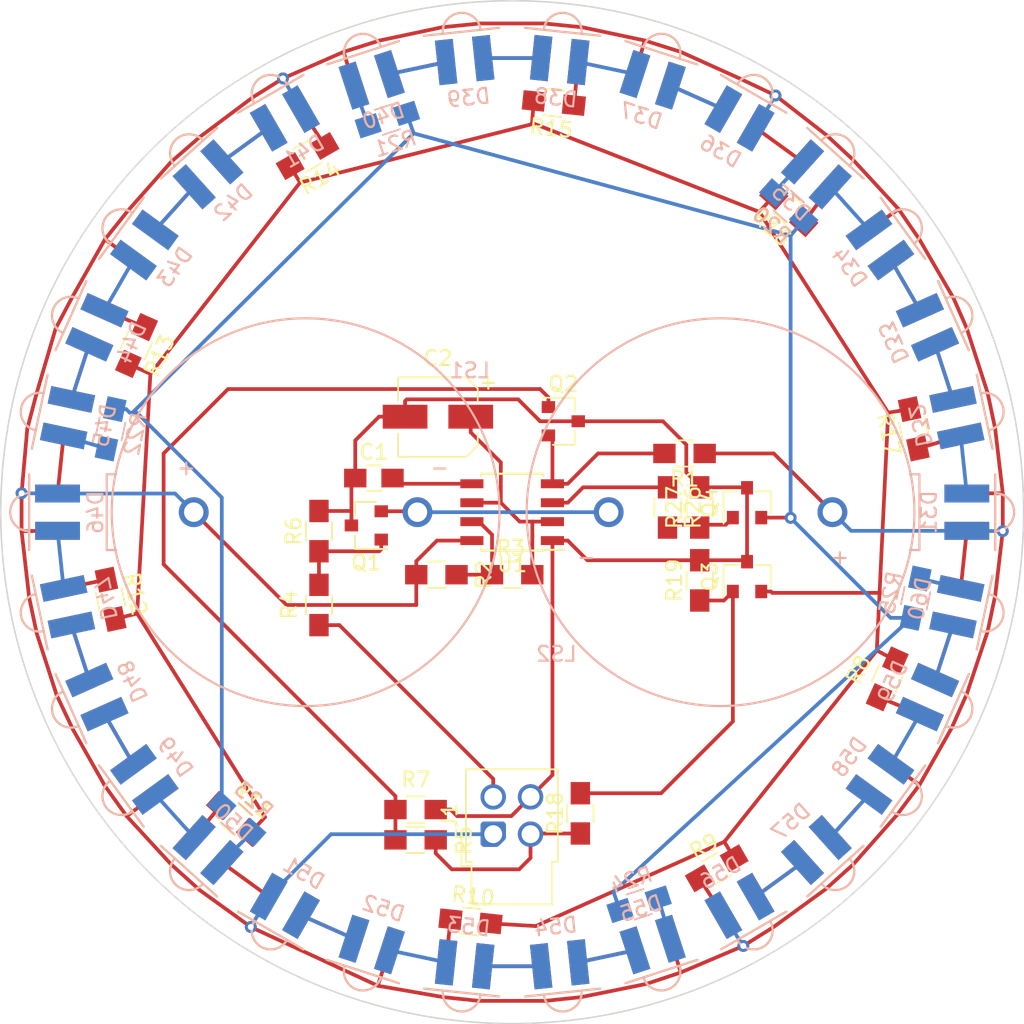
<source format=kicad_pcb>
(kicad_pcb (version 20171130) (host pcbnew 5.0.0)

  (general
    (thickness 1.6)
    (drawings 1)
    (tracks 303)
    (zones 0)
    (modules 101)
    (nets 77)
  )

  (page USLetter)
  (layers
    (0 F.Cu signal)
    (31 B.Cu signal)
    (32 B.Adhes user)
    (33 F.Adhes user)
    (34 B.Paste user)
    (35 F.Paste user)
    (36 B.SilkS user)
    (37 F.SilkS user)
    (38 B.Mask user)
    (39 F.Mask user)
    (40 Dwgs.User user)
    (41 Cmts.User user)
    (42 Eco1.User user)
    (43 Eco2.User user)
    (44 Edge.Cuts user)
    (45 Margin user)
    (46 B.CrtYd user)
    (47 F.CrtYd user)
    (48 B.Fab user)
    (49 F.Fab user)
  )

  (setup
    (last_trace_width 0.25)
    (user_trace_width 0.254)
    (user_trace_width 0.508)
    (user_trace_width 1.016)
    (user_trace_width 1.27)
    (user_trace_width 2.032)
    (trace_clearance 0.24)
    (zone_clearance 0.508)
    (zone_45_only yes)
    (trace_min 0.2)
    (segment_width 0.2)
    (edge_width 0.1)
    (via_size 0.8)
    (via_drill 0.4)
    (via_min_size 0.4)
    (via_min_drill 0.3)
    (user_via 2.032 1.016)
    (uvia_size 0.3)
    (uvia_drill 0.1)
    (uvias_allowed no)
    (uvia_min_size 0.2)
    (uvia_min_drill 0.1)
    (pcb_text_width 0.3)
    (pcb_text_size 1.5 1.5)
    (mod_edge_width 0.15)
    (mod_text_size 1 1)
    (mod_text_width 0.15)
    (pad_size 3 2.2)
    (pad_drill 0)
    (pad_to_mask_clearance 0)
    (solder_mask_min_width 0.25)
    (aux_axis_origin 0 0)
    (grid_origin 152.4 101.6)
    (visible_elements 7FFDFFFF)
    (pcbplotparams
      (layerselection 0x010fc_80000001)
      (usegerberextensions false)
      (usegerberattributes false)
      (usegerberadvancedattributes false)
      (creategerberjobfile false)
      (excludeedgelayer true)
      (linewidth 0.100000)
      (plotframeref false)
      (viasonmask true)
      (mode 1)
      (useauxorigin false)
      (hpglpennumber 1)
      (hpglpenspeed 20)
      (hpglpendiameter 15.000000)
      (psnegative false)
      (psa4output false)
      (plotreference true)
      (plotvalue false)
      (plotinvisibletext false)
      (padsonsilk false)
      (subtractmaskfromsilk false)
      (outputformat 1)
      (mirror false)
      (drillshape 0)
      (scaleselection 1)
      (outputdirectory "./TSAL_Circular/"))
  )

  (net 0 "")
  (net 1 "Net-(D1-Pad1)")
  (net 2 "Net-(D2-Pad1)")
  (net 3 "Net-(D3-Pad1)")
  (net 4 "Net-(D4-Pad1)")
  (net 5 "Net-(D5-Pad1)")
  (net 6 "Net-(D6-Pad1)")
  (net 7 "Net-(D7-Pad1)")
  (net 8 "Net-(D8-Pad1)")
  (net 9 "Net-(D10-Pad1)")
  (net 10 "Net-(D11-Pad1)")
  (net 11 "Net-(D12-Pad1)")
  (net 12 "Net-(D13-Pad1)")
  (net 13 "Net-(D14-Pad1)")
  (net 14 "Net-(D15-Pad1)")
  (net 15 "Net-(D16-Pad1)")
  (net 16 "Net-(D17-Pad1)")
  (net 17 "Net-(D18-Pad1)")
  (net 18 "Net-(D19-Pad1)")
  (net 19 "Net-(D20-Pad1)")
  (net 20 "Net-(D21-Pad1)")
  (net 21 "Net-(D22-Pad1)")
  (net 22 "Net-(D23-Pad1)")
  (net 23 "Net-(D24-Pad1)")
  (net 24 "Net-(D25-Pad1)")
  (net 25 "Net-(D26-Pad1)")
  (net 26 "Net-(D27-Pad1)")
  (net 27 "Net-(D28-Pad1)")
  (net 28 "Net-(D29-Pad1)")
  (net 29 "Net-(D30-Pad1)")
  (net 30 GND)
  (net 31 "Net-(C1-Pad2)")
  (net 32 "Net-(C2-Pad1)")
  (net 33 +12V)
  (net 34 "Net-(D9-Pad1)")
  (net 35 SIG_TSAL)
  (net 36 SIG_RTDS)
  (net 37 "Net-(LS1-Pad2)")
  (net 38 "Net-(Q1-Pad1)")
  (net 39 "Net-(Q2-Pad2)")
  (net 40 "Net-(Q2-Pad1)")
  (net 41 "Net-(Q3-Pad2)")
  (net 42 "Net-(Q4-Pad2)")
  (net 43 "Net-(R2-Pad2)")
  (net 44 "Net-(D35-Pad1)")
  (net 45 "Net-(D40-Pad1)")
  (net 46 "Net-(D45-Pad1)")
  (net 47 "Net-(D50-Pad1)")
  (net 48 "Net-(D55-Pad1)")
  (net 49 "Net-(D60-Pad1)")
  (net 50 "Net-(D31-Pad1)")
  (net 51 "Net-(D32-Pad1)")
  (net 52 "Net-(D33-Pad1)")
  (net 53 "Net-(D34-Pad1)")
  (net 54 "Net-(D36-Pad1)")
  (net 55 "Net-(D37-Pad1)")
  (net 56 "Net-(D38-Pad1)")
  (net 57 "Net-(D39-Pad1)")
  (net 58 "Net-(D41-Pad1)")
  (net 59 "Net-(D42-Pad1)")
  (net 60 "Net-(D43-Pad1)")
  (net 61 "Net-(D44-Pad1)")
  (net 62 "Net-(D46-Pad1)")
  (net 63 "Net-(D47-Pad1)")
  (net 64 "Net-(D48-Pad1)")
  (net 65 "Net-(D49-Pad1)")
  (net 66 "Net-(D51-Pad1)")
  (net 67 "Net-(D52-Pad1)")
  (net 68 "Net-(D53-Pad1)")
  (net 69 "Net-(D54-Pad1)")
  (net 70 "Net-(D56-Pad1)")
  (net 71 "Net-(D57-Pad1)")
  (net 72 "Net-(D58-Pad1)")
  (net 73 "Net-(D59-Pad1)")
  (net 74 "Net-(Q3-Pad1)")
  (net 75 "Net-(Q4-Pad1)")
  (net 76 555)

  (net_class Default "This is the default net class."
    (clearance 0.24)
    (trace_width 0.25)
    (via_dia 0.8)
    (via_drill 0.4)
    (uvia_dia 0.3)
    (uvia_drill 0.1)
    (add_net +12V)
    (add_net 555)
    (add_net GND)
    (add_net "Net-(C1-Pad2)")
    (add_net "Net-(C2-Pad1)")
    (add_net "Net-(D1-Pad1)")
    (add_net "Net-(D10-Pad1)")
    (add_net "Net-(D11-Pad1)")
    (add_net "Net-(D12-Pad1)")
    (add_net "Net-(D13-Pad1)")
    (add_net "Net-(D14-Pad1)")
    (add_net "Net-(D15-Pad1)")
    (add_net "Net-(D16-Pad1)")
    (add_net "Net-(D17-Pad1)")
    (add_net "Net-(D18-Pad1)")
    (add_net "Net-(D19-Pad1)")
    (add_net "Net-(D2-Pad1)")
    (add_net "Net-(D20-Pad1)")
    (add_net "Net-(D21-Pad1)")
    (add_net "Net-(D22-Pad1)")
    (add_net "Net-(D23-Pad1)")
    (add_net "Net-(D24-Pad1)")
    (add_net "Net-(D25-Pad1)")
    (add_net "Net-(D26-Pad1)")
    (add_net "Net-(D27-Pad1)")
    (add_net "Net-(D28-Pad1)")
    (add_net "Net-(D29-Pad1)")
    (add_net "Net-(D3-Pad1)")
    (add_net "Net-(D30-Pad1)")
    (add_net "Net-(D31-Pad1)")
    (add_net "Net-(D32-Pad1)")
    (add_net "Net-(D33-Pad1)")
    (add_net "Net-(D34-Pad1)")
    (add_net "Net-(D35-Pad1)")
    (add_net "Net-(D36-Pad1)")
    (add_net "Net-(D37-Pad1)")
    (add_net "Net-(D38-Pad1)")
    (add_net "Net-(D39-Pad1)")
    (add_net "Net-(D4-Pad1)")
    (add_net "Net-(D40-Pad1)")
    (add_net "Net-(D41-Pad1)")
    (add_net "Net-(D42-Pad1)")
    (add_net "Net-(D43-Pad1)")
    (add_net "Net-(D44-Pad1)")
    (add_net "Net-(D45-Pad1)")
    (add_net "Net-(D46-Pad1)")
    (add_net "Net-(D47-Pad1)")
    (add_net "Net-(D48-Pad1)")
    (add_net "Net-(D49-Pad1)")
    (add_net "Net-(D5-Pad1)")
    (add_net "Net-(D50-Pad1)")
    (add_net "Net-(D51-Pad1)")
    (add_net "Net-(D52-Pad1)")
    (add_net "Net-(D53-Pad1)")
    (add_net "Net-(D54-Pad1)")
    (add_net "Net-(D55-Pad1)")
    (add_net "Net-(D56-Pad1)")
    (add_net "Net-(D57-Pad1)")
    (add_net "Net-(D58-Pad1)")
    (add_net "Net-(D59-Pad1)")
    (add_net "Net-(D6-Pad1)")
    (add_net "Net-(D60-Pad1)")
    (add_net "Net-(D7-Pad1)")
    (add_net "Net-(D8-Pad1)")
    (add_net "Net-(D9-Pad1)")
    (add_net "Net-(LS1-Pad2)")
    (add_net "Net-(Q1-Pad1)")
    (add_net "Net-(Q2-Pad1)")
    (add_net "Net-(Q2-Pad2)")
    (add_net "Net-(Q3-Pad1)")
    (add_net "Net-(Q3-Pad2)")
    (add_net "Net-(Q4-Pad1)")
    (add_net "Net-(Q4-Pad2)")
    (add_net "Net-(R2-Pad2)")
    (add_net SIG_RTDS)
    (add_net SIG_TSAL)
  )

  (module Connector_Molex:Molex_Nano-Fit_105310-xx04_2x02_P2.50mm_Vertical (layer F.Cu) (tedit 5B7830BB) (tstamp 5C508200)
    (at 151.13 123.19 90)
    (descr "Molex Nano-Fit Power Connectors, 105310-xx04, 2 Pins per row (http://www.molex.com/pdm_docs/sd/1053101208_sd.pdf), generated with kicad-footprint-generator")
    (tags "connector Molex Nano-Fit side entry")
    (path /5ABC6103)
    (fp_text reference J1 (at 1.25 -2.92 90) (layer F.SilkS)
      (effects (font (size 1 1) (thickness 0.15)))
    )
    (fp_text value "Main Connector" (at 1.25 5.42 90) (layer F.Fab)
      (effects (font (size 1 1) (thickness 0.15)))
    )
    (fp_text user %R (at 3.54 1.25 180) (layer F.Fab)
      (effects (font (size 1 1) (thickness 0.15)))
    )
    (fp_line (start 0 -1.012893) (end 0.5 -1.72) (layer F.Fab) (width 0.1))
    (fp_line (start -0.5 -1.72) (end 0 -1.012893) (layer F.Fab) (width 0.1))
    (fp_line (start -2.15 -2.13) (end -2.15 -1.46) (layer F.SilkS) (width 0.12))
    (fp_line (start 0 -2.13) (end -2.15 -2.13) (layer F.SilkS) (width 0.12))
    (fp_line (start -2.02 -0.85) (end -4.1 -0.85) (layer F.Fab) (width 0.1))
    (fp_line (start -2.02 3.35) (end -2.02 -0.85) (layer F.Fab) (width 0.1))
    (fp_line (start -4.1 3.35) (end -2.02 3.35) (layer F.Fab) (width 0.1))
    (fp_line (start -4.1 -0.85) (end -4.1 3.35) (layer F.Fab) (width 0.1))
    (fp_line (start -5.1 4.35) (end -5.1 1.25) (layer F.CrtYd) (width 0.05))
    (fp_line (start -2.24 4.35) (end -5.1 4.35) (layer F.CrtYd) (width 0.05))
    (fp_line (start -2.24 4.72) (end -2.24 4.35) (layer F.CrtYd) (width 0.05))
    (fp_line (start 4.74 4.72) (end -2.24 4.72) (layer F.CrtYd) (width 0.05))
    (fp_line (start 4.74 1.25) (end 4.74 4.72) (layer F.CrtYd) (width 0.05))
    (fp_line (start -5.1 -1.85) (end -5.1 1.25) (layer F.CrtYd) (width 0.05))
    (fp_line (start -2.24 -1.85) (end -5.1 -1.85) (layer F.CrtYd) (width 0.05))
    (fp_line (start -2.24 -2.22) (end -2.24 -1.85) (layer F.CrtYd) (width 0.05))
    (fp_line (start 4.74 -2.22) (end -2.24 -2.22) (layer F.CrtYd) (width 0.05))
    (fp_line (start 4.74 1.25) (end 4.74 -2.22) (layer F.CrtYd) (width 0.05))
    (fp_line (start -4.71 3.96) (end -4.71 1.25) (layer F.SilkS) (width 0.12))
    (fp_line (start -1.85 3.96) (end -4.71 3.96) (layer F.SilkS) (width 0.12))
    (fp_line (start -1.85 4.33) (end -1.85 3.96) (layer F.SilkS) (width 0.12))
    (fp_line (start 4.35 4.33) (end -1.85 4.33) (layer F.SilkS) (width 0.12))
    (fp_line (start 4.35 1.25) (end 4.35 4.33) (layer F.SilkS) (width 0.12))
    (fp_line (start -4.71 -1.46) (end -4.71 1.25) (layer F.SilkS) (width 0.12))
    (fp_line (start -1.85 -1.46) (end -4.71 -1.46) (layer F.SilkS) (width 0.12))
    (fp_line (start -1.85 -1.83) (end -1.85 -1.46) (layer F.SilkS) (width 0.12))
    (fp_line (start 4.35 -1.83) (end -1.85 -1.83) (layer F.SilkS) (width 0.12))
    (fp_line (start 4.35 1.25) (end 4.35 -1.83) (layer F.SilkS) (width 0.12))
    (fp_line (start -4.6 3.85) (end -4.6 1.25) (layer F.Fab) (width 0.1))
    (fp_line (start -1.74 3.85) (end -4.6 3.85) (layer F.Fab) (width 0.1))
    (fp_line (start -1.74 4.22) (end -1.74 3.85) (layer F.Fab) (width 0.1))
    (fp_line (start 4.24 4.22) (end -1.74 4.22) (layer F.Fab) (width 0.1))
    (fp_line (start 4.24 1.25) (end 4.24 4.22) (layer F.Fab) (width 0.1))
    (fp_line (start -4.6 -1.35) (end -4.6 1.25) (layer F.Fab) (width 0.1))
    (fp_line (start -1.74 -1.35) (end -4.6 -1.35) (layer F.Fab) (width 0.1))
    (fp_line (start -1.74 -1.72) (end -1.74 -1.35) (layer F.Fab) (width 0.1))
    (fp_line (start 4.24 -1.72) (end -1.74 -1.72) (layer F.Fab) (width 0.1))
    (fp_line (start 4.24 1.25) (end 4.24 -1.72) (layer F.Fab) (width 0.1))
    (pad "" np_thru_hole circle (at -1.34 1.25 90) (size 1.3 1.3) (drill 1.3) (layers *.Cu *.Mask))
    (pad 4 thru_hole circle (at 2.5 2.5 90) (size 1.7 1.7) (drill 1.2) (layers *.Cu *.Mask)
      (net 30 GND))
    (pad 3 thru_hole circle (at 2.5 0 90) (size 1.7 1.7) (drill 1.2) (layers *.Cu *.Mask)
      (net 36 SIG_RTDS))
    (pad 2 thru_hole circle (at 0 2.5 90) (size 1.7 1.7) (drill 1.2) (layers *.Cu *.Mask)
      (net 35 SIG_TSAL))
    (pad 1 thru_hole custom (at 0 0 90) (size 1.417157 1.417157) (drill 1.2) (layers *.Cu *.Mask)
      (net 33 +12V)
      (options (clearance outline) (anchor circle))
      (primitives
        (gr_poly (pts
           (xy -0.6 -0.6) (xy 0.6 -0.6) (xy 0.6 0.6) (xy -0.2 0.6) (xy -0.6 0.2)
) (width 0.5))
      ))
    (model ${KISYS3DMOD}/Connector_Molex.3dshapes/Molex_Nano-Fit_105310-xx04_2x02_P2.50mm_Vertical.wrl
      (at (xyz 0 0 0))
      (scale (xyz 1 1 1))
      (rotate (xyz 0 0 0))
    )
  )

  (module FSFootprints:LED_SMD-2 (layer F.Cu) (tedit 5C761E0D) (tstamp 5C4E9709)
    (at 182.214 95.2629 12)
    (path /5C5A7CEA)
    (fp_text reference D30 (at -2.54 0 282) (layer F.SilkS) hide
      (effects (font (size 1 1) (thickness 0.15)))
    )
    (fp_text value "LT A6SG-V2AB-35-Z" (at 0.000001 3.81 192) (layer F.Fab)
      (effects (font (size 1 1) (thickness 0.15)))
    )
    (fp_arc (start 1.905 0) (end 1.905 -1.27) (angle 180) (layer F.SilkS) (width 0.15))
    (fp_line (start 1.904999 -2.540001) (end 1.904999 2.54) (layer F.SilkS) (width 0.15))
    (pad 2 smd rect (at 0 -1.250001 12) (size 3 1.2) (layers F.Cu F.Paste F.Mask)
      (net 28 "Net-(D29-Pad1)"))
    (pad 1 smd rect (at 0 1.250001 12) (size 3 1.2) (layers F.Cu F.Paste F.Mask)
      (net 29 "Net-(D30-Pad1)"))
  )

  (module FSFootprints:LED_SMD-2 (layer F.Cu) (tedit 5C761E0D) (tstamp 5C4E96EE)
    (at 180.245 89.2027 24)
    (path /5C5A7CE4)
    (fp_text reference D29 (at -2.54 0 294) (layer F.SilkS) hide
      (effects (font (size 1 1) (thickness 0.15)))
    )
    (fp_text value "LT A6SG-V2AB-35-Z" (at 0 3.81 204) (layer F.Fab)
      (effects (font (size 1 1) (thickness 0.15)))
    )
    (fp_arc (start 1.905 0) (end 1.905 -1.27) (angle 180) (layer F.SilkS) (width 0.15))
    (fp_line (start 1.904999 -2.540001) (end 1.904999 2.54) (layer F.SilkS) (width 0.15))
    (pad 2 smd rect (at 0 -1.25 24) (size 3 1.2) (layers F.Cu F.Paste F.Mask)
      (net 27 "Net-(D28-Pad1)"))
    (pad 1 smd rect (at 0 1.25 24) (size 3 1.2) (layers F.Cu F.Paste F.Mask)
      (net 28 "Net-(D29-Pad1)"))
  )

  (module FSFootprints:LED_SMD-2 (layer F.Cu) (tedit 5C761E0D) (tstamp 5C4E996D)
    (at 177.059 83.6843 36)
    (path /5C5A7CDC)
    (fp_text reference D28 (at -2.54 0 306) (layer F.SilkS) hide
      (effects (font (size 1 1) (thickness 0.15)))
    )
    (fp_text value "LT A6SG-V2AB-35-Z" (at 0 3.81 216) (layer F.Fab)
      (effects (font (size 1 1) (thickness 0.15)))
    )
    (fp_arc (start 1.905 0) (end 1.905 -1.27) (angle 180) (layer F.SilkS) (width 0.15))
    (fp_line (start 1.904999 -2.540001) (end 1.904999 2.54) (layer F.SilkS) (width 0.15))
    (pad 2 smd rect (at 0 -1.25 36) (size 3 1.2) (layers F.Cu F.Paste F.Mask)
      (net 33 +12V))
    (pad 1 smd rect (at 0 1.25 36) (size 3 1.2) (layers F.Cu F.Paste F.Mask)
      (net 27 "Net-(D28-Pad1)"))
  )

  (module FSFootprints:LED_SMD-2 (layer F.Cu) (tedit 5C761E0D) (tstamp 5C4E96B8)
    (at 172.795 78.9489 48)
    (path /5C5A7CD6)
    (fp_text reference D27 (at -2.54 0 318) (layer F.SilkS) hide
      (effects (font (size 1 1) (thickness 0.15)))
    )
    (fp_text value "LT A6SG-V2AB-35-Z" (at 0 3.81 228) (layer F.Fab)
      (effects (font (size 1 1) (thickness 0.15)))
    )
    (fp_arc (start 1.905 0) (end 1.905 -1.27) (angle 180) (layer F.SilkS) (width 0.15))
    (fp_line (start 1.904999 -2.540001) (end 1.904999 2.54) (layer F.SilkS) (width 0.15))
    (pad 2 smd rect (at 0 -1.25 48) (size 3 1.2) (layers F.Cu F.Paste F.Mask)
      (net 25 "Net-(D26-Pad1)"))
    (pad 1 smd rect (at 0 1.25 48) (size 3 1.2) (layers F.Cu F.Paste F.Mask)
      (net 26 "Net-(D27-Pad1)"))
  )

  (module FSFootprints:LED_SMD-2 (layer F.Cu) (tedit 5C761E0D) (tstamp 5C4E96D3)
    (at 167.64 75.2035 60)
    (path /5C5A7CD0)
    (fp_text reference D26 (at -2.54 0 330) (layer F.SilkS) hide
      (effects (font (size 1 1) (thickness 0.15)))
    )
    (fp_text value "LT A6SG-V2AB-35-Z" (at 0 3.81 240) (layer F.Fab)
      (effects (font (size 1 1) (thickness 0.15)))
    )
    (fp_arc (start 1.905 0) (end 1.905 -1.27) (angle 180) (layer F.SilkS) (width 0.15))
    (fp_line (start 1.904999 -2.540001) (end 1.904999 2.54) (layer F.SilkS) (width 0.15))
    (pad 2 smd rect (at 0 -1.25 60) (size 3 1.2) (layers F.Cu F.Paste F.Mask)
      (net 24 "Net-(D25-Pad1)"))
    (pad 1 smd rect (at 0 1.25 60) (size 3 1.2) (layers F.Cu F.Paste F.Mask)
      (net 25 "Net-(D26-Pad1)"))
  )

  (module FSFootprints:LED_SMD-2 (layer F.Cu) (tedit 5C761E0D) (tstamp 5C4E9DE7)
    (at 161.819 72.6118 72)
    (path /5C5A7CC8)
    (fp_text reference D25 (at -2.54 0 342) (layer F.SilkS) hide
      (effects (font (size 1 1) (thickness 0.15)))
    )
    (fp_text value "LT A6SG-V2AB-35-Z" (at 0 3.81 252) (layer F.Fab)
      (effects (font (size 1 1) (thickness 0.15)))
    )
    (fp_arc (start 1.905 0) (end 1.905 -1.27) (angle 180) (layer F.SilkS) (width 0.15))
    (fp_line (start 1.904999 -2.540001) (end 1.904999 2.54) (layer F.SilkS) (width 0.15))
    (pad 2 smd rect (at 0 -1.25 72) (size 3 1.2) (layers F.Cu F.Paste F.Mask)
      (net 33 +12V))
    (pad 1 smd rect (at 0 1.25 72) (size 3 1.2) (layers F.Cu F.Paste F.Mask)
      (net 24 "Net-(D25-Pad1)"))
  )

  (module FSFootprints:LED_SMD-2 (layer F.Cu) (tedit 5C761E0D) (tstamp 5C4E9CBE)
    (at 155.586 71.287 84)
    (path /5C5A207C)
    (fp_text reference D24 (at -2.54 0 354) (layer F.SilkS) hide
      (effects (font (size 1 1) (thickness 0.15)))
    )
    (fp_text value "LT A6SG-V2AB-35-Z" (at 0 3.81 264) (layer F.Fab)
      (effects (font (size 1 1) (thickness 0.15)))
    )
    (fp_arc (start 1.905 0) (end 1.905 -1.27) (angle 180) (layer F.SilkS) (width 0.15))
    (fp_line (start 1.904999 -2.540001) (end 1.904999 2.54) (layer F.SilkS) (width 0.15))
    (pad 2 smd rect (at 0 -1.25 84) (size 3 1.2) (layers F.Cu F.Paste F.Mask)
      (net 22 "Net-(D23-Pad1)"))
    (pad 1 smd rect (at 0 1.25 84) (size 3 1.2) (layers F.Cu F.Paste F.Mask)
      (net 23 "Net-(D24-Pad1)"))
  )

  (module FSFootprints:LED_SMD-2 (layer F.Cu) (tedit 5C761E0D) (tstamp 5C4E9C6D)
    (at 149.214 71.287 96)
    (path /5C5A2076)
    (fp_text reference D23 (at -2.54 0 6) (layer F.SilkS) hide
      (effects (font (size 1 1) (thickness 0.15)))
    )
    (fp_text value "LT A6SG-V2AB-35-Z" (at 0 3.81 276) (layer F.Fab)
      (effects (font (size 1 1) (thickness 0.15)))
    )
    (fp_arc (start 1.905 0) (end 1.905 -1.27) (angle 180) (layer F.SilkS) (width 0.15))
    (fp_line (start 1.904999 -2.540001) (end 1.904999 2.54) (layer F.SilkS) (width 0.15))
    (pad 2 smd rect (at 0 -1.25 96) (size 3 1.2) (layers F.Cu F.Paste F.Mask)
      (net 21 "Net-(D22-Pad1)"))
    (pad 1 smd rect (at 0 1.25 96) (size 3 1.2) (layers F.Cu F.Paste F.Mask)
      (net 22 "Net-(D23-Pad1)"))
  )

  (module FSFootprints:LED_SMD-2 (layer F.Cu) (tedit 5C761E0D) (tstamp 5C4E9C1C)
    (at 142.981 72.6118 108)
    (path /5C5A206E)
    (fp_text reference D22 (at -2.54 0 18) (layer F.SilkS) hide
      (effects (font (size 1 1) (thickness 0.15)))
    )
    (fp_text value "LT A6SG-V2AB-35-Z" (at 0 3.81 288) (layer F.Fab)
      (effects (font (size 1 1) (thickness 0.15)))
    )
    (fp_arc (start 1.905 0) (end 1.905 -1.27) (angle 180) (layer F.SilkS) (width 0.15))
    (fp_line (start 1.904999 -2.540001) (end 1.904999 2.54) (layer F.SilkS) (width 0.15))
    (pad 2 smd rect (at 0 -1.25 108) (size 3 1.2) (layers F.Cu F.Paste F.Mask)
      (net 33 +12V))
    (pad 1 smd rect (at 0 1.25 108) (size 3 1.2) (layers F.Cu F.Paste F.Mask)
      (net 21 "Net-(D22-Pad1)"))
  )

  (module FSFootprints:LED_SMD-2 (layer F.Cu) (tedit 5C761E0D) (tstamp 5C4E9CD9)
    (at 137.16 75.2035 120)
    (path /5C5A2068)
    (fp_text reference D21 (at -2.54 0 30) (layer F.SilkS) hide
      (effects (font (size 1 1) (thickness 0.15)))
    )
    (fp_text value "LT A6SG-V2AB-35-Z" (at 0 3.81 300) (layer F.Fab)
      (effects (font (size 1 1) (thickness 0.15)))
    )
    (fp_arc (start 1.905 0) (end 1.905 -1.27) (angle 180) (layer F.SilkS) (width 0.15))
    (fp_line (start 1.904999 -2.540001) (end 1.904999 2.54) (layer F.SilkS) (width 0.15))
    (pad 2 smd rect (at 0 -1.25 120) (size 3 1.2) (layers F.Cu F.Paste F.Mask)
      (net 19 "Net-(D20-Pad1)"))
    (pad 1 smd rect (at 0 1.25 120) (size 3 1.2) (layers F.Cu F.Paste F.Mask)
      (net 20 "Net-(D21-Pad1)"))
  )

  (module FSFootprints:LED_SMD-2 (layer F.Cu) (tedit 5C761E0D) (tstamp 5C4E9D45)
    (at 132.005 78.9489 132)
    (path /5C5A2062)
    (fp_text reference D20 (at -2.54 0 42) (layer F.SilkS) hide
      (effects (font (size 1 1) (thickness 0.15)))
    )
    (fp_text value "LT A6SG-V2AB-35-Z" (at 0 3.81 312) (layer F.Fab)
      (effects (font (size 1 1) (thickness 0.15)))
    )
    (fp_arc (start 1.905 0) (end 1.905 -1.27) (angle 180) (layer F.SilkS) (width 0.15))
    (fp_line (start 1.904999 -2.540001) (end 1.904999 2.54) (layer F.SilkS) (width 0.15))
    (pad 2 smd rect (at 0 -1.25 132) (size 3 1.2) (layers F.Cu F.Paste F.Mask)
      (net 18 "Net-(D19-Pad1)"))
    (pad 1 smd rect (at 0 1.25 132) (size 3 1.2) (layers F.Cu F.Paste F.Mask)
      (net 19 "Net-(D20-Pad1)"))
  )

  (module FSFootprints:LED_SMD-2 (layer F.Cu) (tedit 5C761E0D) (tstamp 5C4E9D2A)
    (at 127.741 83.6843 144)
    (path /5C5A205A)
    (fp_text reference D19 (at -2.54 0 54) (layer F.SilkS) hide
      (effects (font (size 1 1) (thickness 0.15)))
    )
    (fp_text value "LT A6SG-V2AB-35-Z" (at 0 3.81 324) (layer F.Fab)
      (effects (font (size 1 1) (thickness 0.15)))
    )
    (fp_arc (start 1.905 0) (end 1.905 -1.27) (angle 180) (layer F.SilkS) (width 0.15))
    (fp_line (start 1.904999 -2.540001) (end 1.904999 2.54) (layer F.SilkS) (width 0.15))
    (pad 2 smd rect (at 0 -1.25 144) (size 3 1.2) (layers F.Cu F.Paste F.Mask)
      (net 33 +12V))
    (pad 1 smd rect (at 0 1.25 144) (size 3 1.2) (layers F.Cu F.Paste F.Mask)
      (net 18 "Net-(D19-Pad1)"))
  )

  (module FSFootprints:LED_SMD-2 (layer F.Cu) (tedit 5C761E0D) (tstamp 5C4E9CA3)
    (at 124.555 89.2027 156)
    (path /5C5A2054)
    (fp_text reference D18 (at -2.54 0 66) (layer F.SilkS) hide
      (effects (font (size 1 1) (thickness 0.15)))
    )
    (fp_text value "LT A6SG-V2AB-35-Z" (at 0 3.81 336) (layer F.Fab)
      (effects (font (size 1 1) (thickness 0.15)))
    )
    (fp_arc (start 1.905 0) (end 1.905 -1.27) (angle 180) (layer F.SilkS) (width 0.15))
    (fp_line (start 1.904999 -2.540001) (end 1.904999 2.54) (layer F.SilkS) (width 0.15))
    (pad 2 smd rect (at 0 -1.25 156) (size 3 1.2) (layers F.Cu F.Paste F.Mask)
      (net 16 "Net-(D17-Pad1)"))
    (pad 1 smd rect (at 0 1.25 156) (size 3 1.2) (layers F.Cu F.Paste F.Mask)
      (net 17 "Net-(D18-Pad1)"))
  )

  (module FSFootprints:LED_SMD-2 (layer F.Cu) (tedit 5C761E0D) (tstamp 5C4E9C88)
    (at 122.586 95.2629 168)
    (path /5C5A204E)
    (fp_text reference D17 (at -2.54 0 78) (layer F.SilkS) hide
      (effects (font (size 1 1) (thickness 0.15)))
    )
    (fp_text value "LT A6SG-V2AB-35-Z" (at -0.000001 3.81 348) (layer F.Fab)
      (effects (font (size 1 1) (thickness 0.15)))
    )
    (fp_arc (start 1.905 0) (end 1.905 -1.27) (angle 180) (layer F.SilkS) (width 0.15))
    (fp_line (start 1.904999 -2.540001) (end 1.904999 2.54) (layer F.SilkS) (width 0.15))
    (pad 2 smd rect (at 0 -1.250001 168) (size 3 1.2) (layers F.Cu F.Paste F.Mask)
      (net 15 "Net-(D16-Pad1)"))
    (pad 1 smd rect (at 0 1.250001 168) (size 3 1.2) (layers F.Cu F.Paste F.Mask)
      (net 16 "Net-(D17-Pad1)"))
  )

  (module FSFootprints:LED_SMD-2 (layer F.Cu) (tedit 5C761E0D) (tstamp 5C4E9D0F)
    (at 121.92 101.6 180)
    (path /5C5A2046)
    (fp_text reference D16 (at -2.54 0 90) (layer F.SilkS) hide
      (effects (font (size 1 1) (thickness 0.15)))
    )
    (fp_text value "LT A6SG-V2AB-35-Z" (at 0 3.81) (layer F.Fab)
      (effects (font (size 1 1) (thickness 0.15)))
    )
    (fp_arc (start 1.905 0) (end 1.905 -1.27) (angle 180) (layer F.SilkS) (width 0.15))
    (fp_line (start 1.904999 -2.540001) (end 1.904999 2.54) (layer F.SilkS) (width 0.15))
    (pad 2 smd rect (at 0 -1.25 180) (size 3 1.2) (layers F.Cu F.Paste F.Mask)
      (net 33 +12V))
    (pad 1 smd rect (at 0 1.25 180) (size 3 1.2) (layers F.Cu F.Paste F.Mask)
      (net 15 "Net-(D16-Pad1)"))
  )

  (module FSFootprints:LED_SMD-2 (layer F.Cu) (tedit 5C761E0D) (tstamp 5C4E9DCC)
    (at 122.586 107.937 192)
    (path /5C5A2040)
    (fp_text reference D15 (at -2.54 0 102) (layer F.SilkS) hide
      (effects (font (size 1 1) (thickness 0.15)))
    )
    (fp_text value "LT A6SG-V2AB-35-Z" (at 0.000001 3.81 12) (layer F.Fab)
      (effects (font (size 1 1) (thickness 0.15)))
    )
    (fp_arc (start 1.905 0) (end 1.905 -1.27) (angle 180) (layer F.SilkS) (width 0.15))
    (fp_line (start 1.904999 -2.540001) (end 1.904999 2.54) (layer F.SilkS) (width 0.15))
    (pad 2 smd rect (at 0 -1.250001 192) (size 3 1.2) (layers F.Cu F.Paste F.Mask)
      (net 13 "Net-(D14-Pad1)"))
    (pad 1 smd rect (at 0 1.250001 192) (size 3 1.2) (layers F.Cu F.Paste F.Mask)
      (net 14 "Net-(D15-Pad1)"))
  )

  (module FSFootprints:LED_SMD-2 (layer F.Cu) (tedit 5C761E0D) (tstamp 5C4E9DB1)
    (at 124.555 113.997 204)
    (path /5C5A203A)
    (fp_text reference D14 (at -2.54 0 114) (layer F.SilkS) hide
      (effects (font (size 1 1) (thickness 0.15)))
    )
    (fp_text value "LT A6SG-V2AB-35-Z" (at 0 3.81 24) (layer F.Fab)
      (effects (font (size 1 1) (thickness 0.15)))
    )
    (fp_arc (start 1.905 0) (end 1.905 -1.27) (angle 180) (layer F.SilkS) (width 0.15))
    (fp_line (start 1.904999 -2.540001) (end 1.904999 2.54) (layer F.SilkS) (width 0.15))
    (pad 2 smd rect (at 0 -1.25 204) (size 3 1.2) (layers F.Cu F.Paste F.Mask)
      (net 12 "Net-(D13-Pad1)"))
    (pad 1 smd rect (at 0 1.25 204) (size 3 1.2) (layers F.Cu F.Paste F.Mask)
      (net 13 "Net-(D14-Pad1)"))
  )

  (module FSFootprints:LED_SMD-2 (layer F.Cu) (tedit 5C761E0D) (tstamp 5C4E9D96)
    (at 127.741 119.516 216)
    (path /5C5A2032)
    (fp_text reference D13 (at -2.54 0 126) (layer F.SilkS) hide
      (effects (font (size 1 1) (thickness 0.15)))
    )
    (fp_text value "LT A6SG-V2AB-35-Z" (at 0 3.81 36) (layer F.Fab)
      (effects (font (size 1 1) (thickness 0.15)))
    )
    (fp_arc (start 1.905 0) (end 1.905 -1.27) (angle 180) (layer F.SilkS) (width 0.15))
    (fp_line (start 1.904999 -2.540001) (end 1.904999 2.54) (layer F.SilkS) (width 0.15))
    (pad 2 smd rect (at 0 -1.25 216) (size 3 1.2) (layers F.Cu F.Paste F.Mask)
      (net 33 +12V))
    (pad 1 smd rect (at 0 1.25 216) (size 3 1.2) (layers F.Cu F.Paste F.Mask)
      (net 12 "Net-(D13-Pad1)"))
  )

  (module FSFootprints:LED_SMD-2 (layer F.Cu) (tedit 5C761E0D) (tstamp 5C4E9D7B)
    (at 132.005 124.251 228)
    (path /5C59D0E8)
    (fp_text reference D12 (at -2.54 0 138) (layer F.SilkS) hide
      (effects (font (size 1 1) (thickness 0.15)))
    )
    (fp_text value "LT A6SG-V2AB-35-Z" (at 0 3.81 48) (layer F.Fab)
      (effects (font (size 1 1) (thickness 0.15)))
    )
    (fp_arc (start 1.905 0) (end 1.905 -1.27) (angle 180) (layer F.SilkS) (width 0.15))
    (fp_line (start 1.904999 -2.540001) (end 1.904999 2.54) (layer F.SilkS) (width 0.15))
    (pad 2 smd rect (at 0 -1.25 228) (size 3 1.2) (layers F.Cu F.Paste F.Mask)
      (net 10 "Net-(D11-Pad1)"))
    (pad 1 smd rect (at 0 1.25 228) (size 3 1.2) (layers F.Cu F.Paste F.Mask)
      (net 11 "Net-(D12-Pad1)"))
  )

  (module FSFootprints:LED_SMD-2 (layer F.Cu) (tedit 5C761E0D) (tstamp 5C4E9CF4)
    (at 137.16 127.996 240)
    (path /5C59D0E2)
    (fp_text reference D11 (at -2.54 0 150) (layer F.SilkS) hide
      (effects (font (size 1 1) (thickness 0.15)))
    )
    (fp_text value "LT A6SG-V2AB-35-Z" (at 0 3.81 60) (layer F.Fab)
      (effects (font (size 1 1) (thickness 0.15)))
    )
    (fp_arc (start 1.905 0) (end 1.905 -1.27) (angle 180) (layer F.SilkS) (width 0.15))
    (fp_line (start 1.904999 -2.540001) (end 1.904999 2.54) (layer F.SilkS) (width 0.15))
    (pad 2 smd rect (at 0 -1.25 240) (size 3 1.2) (layers F.Cu F.Paste F.Mask)
      (net 9 "Net-(D10-Pad1)"))
    (pad 1 smd rect (at 0 1.25 240) (size 3 1.2) (layers F.Cu F.Paste F.Mask)
      (net 10 "Net-(D11-Pad1)"))
  )

  (module FSFootprints:LED_SMD-2 (layer F.Cu) (tedit 5C761E0D) (tstamp 5C4E9C37)
    (at 142.981 130.588 252)
    (path /5C59D0DA)
    (fp_text reference D10 (at -2.54 0 162) (layer F.SilkS) hide
      (effects (font (size 1 1) (thickness 0.15)))
    )
    (fp_text value "LT A6SG-V2AB-35-Z" (at 0 3.81 72) (layer F.Fab)
      (effects (font (size 1 1) (thickness 0.15)))
    )
    (fp_arc (start 1.905 0) (end 1.905 -1.27) (angle 180) (layer F.SilkS) (width 0.15))
    (fp_line (start 1.904999 -2.540001) (end 1.904999 2.54) (layer F.SilkS) (width 0.15))
    (pad 2 smd rect (at 0 -1.25 252) (size 3 1.2) (layers F.Cu F.Paste F.Mask)
      (net 33 +12V))
    (pad 1 smd rect (at 0 1.25 252) (size 3 1.2) (layers F.Cu F.Paste F.Mask)
      (net 9 "Net-(D10-Pad1)"))
  )

  (module FSFootprints:LED_SMD-2 (layer F.Cu) (tedit 5C761E0D) (tstamp 5C4E9C52)
    (at 149.214 131.913 264)
    (path /5C59D0D4)
    (fp_text reference D9 (at -2.54 0 174) (layer F.SilkS) hide
      (effects (font (size 1 1) (thickness 0.15)))
    )
    (fp_text value "LT A6SG-V2AB-35-Z" (at 0 3.81 84) (layer F.Fab)
      (effects (font (size 1 1) (thickness 0.15)))
    )
    (fp_arc (start 1.905 0) (end 1.905 -1.27) (angle 180) (layer F.SilkS) (width 0.15))
    (fp_line (start 1.904999 -2.540001) (end 1.904999 2.54) (layer F.SilkS) (width 0.15))
    (pad 2 smd rect (at 0 -1.25 264) (size 3 1.2) (layers F.Cu F.Paste F.Mask)
      (net 8 "Net-(D8-Pad1)"))
    (pad 1 smd rect (at 0 1.25 264) (size 3 1.2) (layers F.Cu F.Paste F.Mask)
      (net 34 "Net-(D9-Pad1)"))
  )

  (module FSFootprints:LED_SMD-2 (layer F.Cu) (tedit 5C761E0D) (tstamp 5C4E9D60)
    (at 155.586 131.913 276)
    (path /5C59D0CE)
    (fp_text reference D8 (at -2.54 0 186) (layer F.SilkS) hide
      (effects (font (size 1 1) (thickness 0.15)))
    )
    (fp_text value "LT A6SG-V2AB-35-Z" (at 0 3.81 96) (layer F.Fab)
      (effects (font (size 1 1) (thickness 0.15)))
    )
    (fp_arc (start 1.905 0) (end 1.905 -1.27) (angle 180) (layer F.SilkS) (width 0.15))
    (fp_line (start 1.904999 -2.540001) (end 1.904999 2.54) (layer F.SilkS) (width 0.15))
    (pad 2 smd rect (at 0 -1.25 276) (size 3 1.2) (layers F.Cu F.Paste F.Mask)
      (net 7 "Net-(D7-Pad1)"))
    (pad 1 smd rect (at 0 1.25 276) (size 3 1.2) (layers F.Cu F.Paste F.Mask)
      (net 8 "Net-(D8-Pad1)"))
  )

  (module FSFootprints:LED_SMD-2 (layer F.Cu) (tedit 5C761E0D) (tstamp 5C4E91B7)
    (at 161.819 130.588 288)
    (path /5C59D0C6)
    (fp_text reference D7 (at -2.54 0 198) (layer F.SilkS) hide
      (effects (font (size 1 1) (thickness 0.15)))
    )
    (fp_text value "LT A6SG-V2AB-35-Z" (at 0 3.81 108) (layer F.Fab)
      (effects (font (size 1 1) (thickness 0.15)))
    )
    (fp_arc (start 1.905 0) (end 1.905 -1.27) (angle 180) (layer F.SilkS) (width 0.15))
    (fp_line (start 1.904999 -2.540001) (end 1.904999 2.54) (layer F.SilkS) (width 0.15))
    (pad 2 smd rect (at 0 -1.25 288) (size 3 1.2) (layers F.Cu F.Paste F.Mask)
      (net 33 +12V))
    (pad 1 smd rect (at 0 1.25 288) (size 3 1.2) (layers F.Cu F.Paste F.Mask)
      (net 7 "Net-(D7-Pad1)"))
  )

  (module FSFootprints:LED_SMD-2 (layer F.Cu) (tedit 5C761E0D) (tstamp 5C4E90EE)
    (at 167.64 127.996 300)
    (path /5C59887B)
    (fp_text reference D6 (at -2.54 0 210) (layer F.SilkS) hide
      (effects (font (size 1 1) (thickness 0.15)))
    )
    (fp_text value "LT A6SG-V2AB-35-Z" (at 0 3.81 120) (layer F.Fab)
      (effects (font (size 1 1) (thickness 0.15)))
    )
    (fp_arc (start 1.905 0) (end 1.905 -1.27) (angle 180) (layer F.SilkS) (width 0.15))
    (fp_line (start 1.904999 -2.540001) (end 1.904999 2.54) (layer F.SilkS) (width 0.15))
    (pad 2 smd rect (at 0 -1.25 300) (size 3 1.2) (layers F.Cu F.Paste F.Mask)
      (net 5 "Net-(D5-Pad1)"))
    (pad 1 smd rect (at 0 1.25 300) (size 3 1.2) (layers F.Cu F.Paste F.Mask)
      (net 6 "Net-(D6-Pad1)"))
  )

  (module FSFootprints:LED_SMD-2 (layer F.Cu) (tedit 5C761E0D) (tstamp 5C4E9181)
    (at 172.795 124.251 312)
    (path /5C598875)
    (fp_text reference D5 (at -2.54 0 222) (layer F.SilkS) hide
      (effects (font (size 1 1) (thickness 0.15)))
    )
    (fp_text value "LT A6SG-V2AB-35-Z" (at 0 3.81 132) (layer F.Fab)
      (effects (font (size 1 1) (thickness 0.15)))
    )
    (fp_arc (start 1.905 0) (end 1.905 -1.27) (angle 180) (layer F.SilkS) (width 0.15))
    (fp_line (start 1.904999 -2.540001) (end 1.904999 2.54) (layer F.SilkS) (width 0.15))
    (pad 2 smd rect (at 0 -1.25 312) (size 3 1.2) (layers F.Cu F.Paste F.Mask)
      (net 4 "Net-(D4-Pad1)"))
    (pad 1 smd rect (at 0 1.25 312) (size 3 1.2) (layers F.Cu F.Paste F.Mask)
      (net 5 "Net-(D5-Pad1)"))
  )

  (module FSFootprints:LED_SMD-2 (layer F.Cu) (tedit 5C761E0D) (tstamp 5C4E90D3)
    (at 177.059 119.516 324)
    (path /5C59886D)
    (fp_text reference D4 (at -2.54 0 234) (layer F.SilkS) hide
      (effects (font (size 1 1) (thickness 0.15)))
    )
    (fp_text value "LT A6SG-V2AB-35-Z" (at 0 3.81 144) (layer F.Fab)
      (effects (font (size 1 1) (thickness 0.15)))
    )
    (fp_arc (start 1.905 0) (end 1.905 -1.27) (angle 180) (layer F.SilkS) (width 0.15))
    (fp_line (start 1.904999 -2.540001) (end 1.904999 2.54) (layer F.SilkS) (width 0.15))
    (pad 2 smd rect (at 0 -1.25 324) (size 3 1.2) (layers F.Cu F.Paste F.Mask)
      (net 33 +12V))
    (pad 1 smd rect (at 0 1.25 324) (size 3 1.2) (layers F.Cu F.Paste F.Mask)
      (net 4 "Net-(D4-Pad1)"))
  )

  (module FSFootprints:LED_SMD-2 (layer F.Cu) (tedit 5C761E0D) (tstamp 5C4E921D)
    (at 180.245 113.997 336)
    (path /5C5941A4)
    (fp_text reference D3 (at -2.54 0 246) (layer F.SilkS) hide
      (effects (font (size 1 1) (thickness 0.15)))
    )
    (fp_text value "LT A6SG-V2AB-35-Z" (at 0 3.81 156) (layer F.Fab)
      (effects (font (size 1 1) (thickness 0.15)))
    )
    (fp_arc (start 1.905 0) (end 1.905 -1.27) (angle 180) (layer F.SilkS) (width 0.15))
    (fp_line (start 1.904999 -2.540001) (end 1.904999 2.54) (layer F.SilkS) (width 0.15))
    (pad 2 smd rect (at 0 -1.25 336) (size 3 1.2) (layers F.Cu F.Paste F.Mask)
      (net 2 "Net-(D2-Pad1)"))
    (pad 1 smd rect (at 0 1.25 336) (size 3 1.2) (layers F.Cu F.Paste F.Mask)
      (net 3 "Net-(D3-Pad1)"))
  )

  (module FSFootprints:LED_SMD-2 (layer F.Cu) (tedit 5C761E0D) (tstamp 5C4E91D2)
    (at 182.214 107.937 348)
    (path /5C5940C4)
    (fp_text reference D2 (at -2.54 0 258) (layer F.SilkS) hide
      (effects (font (size 1 1) (thickness 0.15)))
    )
    (fp_text value "LT A6SG-V2AB-35-Z" (at -0.000001 3.81 168) (layer F.Fab)
      (effects (font (size 1 1) (thickness 0.15)))
    )
    (fp_arc (start 1.905 0) (end 1.905 -1.27) (angle 180) (layer F.SilkS) (width 0.15))
    (fp_line (start 1.904999 -2.540001) (end 1.904999 2.54) (layer F.SilkS) (width 0.15))
    (pad 2 smd rect (at 0 -1.250001 348) (size 3 1.2) (layers F.Cu F.Paste F.Mask)
      (net 1 "Net-(D1-Pad1)"))
    (pad 1 smd rect (at 0 1.250001 348) (size 3 1.2) (layers F.Cu F.Paste F.Mask)
      (net 2 "Net-(D2-Pad1)"))
  )

  (module FSFootprints:LED_SMD-2 (layer F.Cu) (tedit 5C761E0D) (tstamp 5C4E919C)
    (at 182.88 101.6)
    (path /5C524181)
    (fp_text reference D1 (at -2.54 0 270) (layer F.SilkS) hide
      (effects (font (size 1 1) (thickness 0.15)))
    )
    (fp_text value "LT A6SG-V2AB-35-Z" (at 0 3.81 180) (layer F.Fab)
      (effects (font (size 1 1) (thickness 0.15)))
    )
    (fp_arc (start 1.905 0) (end 1.905 -1.27) (angle 180) (layer F.SilkS) (width 0.15))
    (fp_line (start 1.904999 -2.540001) (end 1.904999 2.54) (layer F.SilkS) (width 0.15))
    (pad 2 smd rect (at 0 -1.25) (size 3 1.2) (layers F.Cu F.Paste F.Mask)
      (net 33 +12V))
    (pad 1 smd rect (at 0 1.25) (size 3 1.2) (layers F.Cu F.Paste F.Mask)
      (net 1 "Net-(D1-Pad1)"))
  )

  (module FSFootprints:RTDS_H (layer B.Cu) (tedit 5ABC6BA9) (tstamp 5C4E9160)
    (at 138.55 101.6 180)
    (tags RTDS)
    (path /5ABC5A59)
    (fp_text reference LS1 (at -11 9.5 180) (layer B.SilkS)
      (effects (font (size 1 1) (thickness 0.15)) (justify mirror))
    )
    (fp_text value Speaker (at -11 11.5 180) (layer B.Fab)
      (effects (font (size 1 1) (thickness 0.15)) (justify mirror))
    )
    (fp_circle (center 0 0) (end -13 0) (layer B.SilkS) (width 0.15))
    (fp_text user P.U.L (at 0 -8 180) (layer B.SilkS) hide
      (effects (font (size 4 4) (thickness 0.15)) (justify mirror))
    )
    (fp_text user + (at 8 3 180) (layer B.SilkS)
      (effects (font (size 1 1) (thickness 0.15)) (justify mirror))
    )
    (fp_text user - (at -9 3 180) (layer B.SilkS)
      (effects (font (size 1 1) (thickness 0.15)) (justify mirror))
    )
    (fp_line (start 13.335 -2.54) (end 12.7 -2.54) (layer B.SilkS) (width 0.15))
    (fp_line (start 13.335 2.54) (end 13.335 -2.54) (layer B.SilkS) (width 0.15))
    (fp_line (start 12.7 2.54) (end 13.335 2.54) (layer B.SilkS) (width 0.15))
    (pad 1 thru_hole circle (at 7.5 0 180) (size 2 2) (drill 1.3) (layers *.Cu *.Mask)
      (net 33 +12V))
    (pad 2 thru_hole circle (at -7.5 0 180) (size 2 2) (drill 1.3) (layers *.Cu *.Mask)
      (net 37 "Net-(LS1-Pad2)"))
  )

  (module FSFootprints:RTDS_H (layer B.Cu) (tedit 5ABC6BA9) (tstamp 5C4E9E27)
    (at 166.37 101.6)
    (tags RTDS)
    (path /5ABC577A)
    (fp_text reference LS2 (at -11 9.5) (layer B.SilkS)
      (effects (font (size 1 1) (thickness 0.15)) (justify mirror))
    )
    (fp_text value Speaker (at -11 11.5) (layer B.Fab)
      (effects (font (size 1 1) (thickness 0.15)) (justify mirror))
    )
    (fp_circle (center 0 0) (end -13 0) (layer B.SilkS) (width 0.15))
    (fp_text user P.U.L (at 0 -8) (layer B.SilkS) hide
      (effects (font (size 4 4) (thickness 0.15)) (justify mirror))
    )
    (fp_text user + (at 8 3) (layer B.SilkS)
      (effects (font (size 1 1) (thickness 0.15)) (justify mirror))
    )
    (fp_text user - (at -9 3) (layer B.SilkS)
      (effects (font (size 1 1) (thickness 0.15)) (justify mirror))
    )
    (fp_line (start 13.335 -2.54) (end 12.7 -2.54) (layer B.SilkS) (width 0.15))
    (fp_line (start 13.335 2.54) (end 13.335 -2.54) (layer B.SilkS) (width 0.15))
    (fp_line (start 12.7 2.54) (end 13.335 2.54) (layer B.SilkS) (width 0.15))
    (pad 1 thru_hole circle (at 7.5 0) (size 2 2) (drill 1.3) (layers *.Cu *.Mask)
      (net 33 +12V))
    (pad 2 thru_hole circle (at -7.5 0) (size 2 2) (drill 1.3) (layers *.Cu *.Mask)
      (net 37 "Net-(LS1-Pad2)"))
  )

  (module FSFootprints:LED_SMD-2 (layer B.Cu) (tedit 5C761E0D) (tstamp 5C4E8EF3)
    (at 182.88 101.6)
    (path /570A5E4D)
    (fp_text reference D31 (at -2.54 0 -90) (layer B.SilkS)
      (effects (font (size 1 1) (thickness 0.15)) (justify mirror))
    )
    (fp_text value "LR A67F-U2AB-1-1-30-R33-Z" (at 0 -3.81 -180) (layer B.Fab)
      (effects (font (size 1 1) (thickness 0.15)) (justify mirror))
    )
    (fp_arc (start 1.905 0) (end 1.905 1.27) (angle -180) (layer B.SilkS) (width 0.15))
    (fp_line (start 1.904999 2.540001) (end 1.904999 -2.54) (layer B.SilkS) (width 0.15))
    (pad 2 smd rect (at 0 1.25) (size 3 1.2) (layers B.Cu B.Paste B.Mask)
      (net 33 +12V))
    (pad 1 smd rect (at 0 -1.25) (size 3 1.2) (layers B.Cu B.Paste B.Mask)
      (net 50 "Net-(D31-Pad1)"))
  )

  (module FSFootprints:LED_SMD-2 (layer B.Cu) (tedit 5C761E0D) (tstamp 5C4E8E18)
    (at 182.214 95.2629 12)
    (path /5C51E57B)
    (fp_text reference D32 (at -2.54 0 -78) (layer B.SilkS)
      (effects (font (size 1 1) (thickness 0.15)) (justify mirror))
    )
    (fp_text value "LR A67F-U2AB-1-1-30-R33-Z" (at -0.000001 -3.81 -168) (layer B.Fab)
      (effects (font (size 1 1) (thickness 0.15)) (justify mirror))
    )
    (fp_arc (start 1.905 0) (end 1.905 1.27) (angle -180) (layer B.SilkS) (width 0.15))
    (fp_line (start 1.904999 2.540001) (end 1.904999 -2.54) (layer B.SilkS) (width 0.15))
    (pad 2 smd rect (at 0 1.250001 12) (size 3 1.2) (layers B.Cu B.Paste B.Mask)
      (net 50 "Net-(D31-Pad1)"))
    (pad 1 smd rect (at 0 -1.250001 12) (size 3 1.2) (layers B.Cu B.Paste B.Mask)
      (net 51 "Net-(D32-Pad1)"))
  )

  (module FSFootprints:LED_SMD-2 (layer B.Cu) (tedit 5C761E0D) (tstamp 5C4E8E33)
    (at 180.245 89.2027 24)
    (path /5C51E601)
    (fp_text reference D33 (at -2.54 0 -66) (layer B.SilkS)
      (effects (font (size 1 1) (thickness 0.15)) (justify mirror))
    )
    (fp_text value "LR A67F-U2AB-1-1-30-R33-Z" (at 0 -3.81 -156) (layer B.Fab)
      (effects (font (size 1 1) (thickness 0.15)) (justify mirror))
    )
    (fp_arc (start 1.905 0) (end 1.905 1.27) (angle -180) (layer B.SilkS) (width 0.15))
    (fp_line (start 1.904999 2.540001) (end 1.904999 -2.54) (layer B.SilkS) (width 0.15))
    (pad 2 smd rect (at 0 1.25 24) (size 3 1.2) (layers B.Cu B.Paste B.Mask)
      (net 51 "Net-(D32-Pad1)"))
    (pad 1 smd rect (at 0 -1.25 24) (size 3 1.2) (layers B.Cu B.Paste B.Mask)
      (net 52 "Net-(D33-Pad1)"))
  )

  (module FSFootprints:LED_SMD-2 (layer B.Cu) (tedit 5C761E0D) (tstamp 5C4E8ED8)
    (at 177.059 83.6843 36)
    (path /5C51E689)
    (fp_text reference D34 (at -2.54 0 -54) (layer B.SilkS)
      (effects (font (size 1 1) (thickness 0.15)) (justify mirror))
    )
    (fp_text value "LR A67F-U2AB-1-1-30-R33-Z" (at 0 -3.81 -144) (layer B.Fab)
      (effects (font (size 1 1) (thickness 0.15)) (justify mirror))
    )
    (fp_arc (start 1.905 0) (end 1.905 1.27) (angle -180) (layer B.SilkS) (width 0.15))
    (fp_line (start 1.904999 2.540001) (end 1.904999 -2.54) (layer B.SilkS) (width 0.15))
    (pad 2 smd rect (at 0 1.25 36) (size 3 1.2) (layers B.Cu B.Paste B.Mask)
      (net 52 "Net-(D33-Pad1)"))
    (pad 1 smd rect (at 0 -1.25 36) (size 3 1.2) (layers B.Cu B.Paste B.Mask)
      (net 53 "Net-(D34-Pad1)"))
  )

  (module FSFootprints:LED_SMD-2 (layer B.Cu) (tedit 5C761E0D) (tstamp 5C4E8DAC)
    (at 172.795 78.9489 48)
    (path /5C51E717)
    (fp_text reference D35 (at -2.54 0 -42) (layer B.SilkS)
      (effects (font (size 1 1) (thickness 0.15)) (justify mirror))
    )
    (fp_text value "LR A67F-U2AB-1-1-30-R33-Z" (at 0 -3.81 -132) (layer B.Fab)
      (effects (font (size 1 1) (thickness 0.15)) (justify mirror))
    )
    (fp_arc (start 1.905 0) (end 1.905 1.27) (angle -180) (layer B.SilkS) (width 0.15))
    (fp_line (start 1.904999 2.540001) (end 1.904999 -2.54) (layer B.SilkS) (width 0.15))
    (pad 2 smd rect (at 0 1.25 48) (size 3 1.2) (layers B.Cu B.Paste B.Mask)
      (net 53 "Net-(D34-Pad1)"))
    (pad 1 smd rect (at 0 -1.25 48) (size 3 1.2) (layers B.Cu B.Paste B.Mask)
      (net 44 "Net-(D35-Pad1)"))
  )

  (module FSFootprints:LED_SMD-2 (layer B.Cu) (tedit 5C761E0D) (tstamp 5C4E8DE2)
    (at 167.64 75.2035 60)
    (path /5C51F485)
    (fp_text reference D36 (at -2.54 0 -30) (layer B.SilkS)
      (effects (font (size 1 1) (thickness 0.15)) (justify mirror))
    )
    (fp_text value "LR A67F-U2AB-1-1-30-R33-Z" (at 0 -3.81 -120) (layer B.Fab)
      (effects (font (size 1 1) (thickness 0.15)) (justify mirror))
    )
    (fp_arc (start 1.905 0) (end 1.905 1.27) (angle -180) (layer B.SilkS) (width 0.15))
    (fp_line (start 1.904999 2.540001) (end 1.904999 -2.54) (layer B.SilkS) (width 0.15))
    (pad 2 smd rect (at 0 1.25 60) (size 3 1.2) (layers B.Cu B.Paste B.Mask)
      (net 33 +12V))
    (pad 1 smd rect (at 0 -1.25 60) (size 3 1.2) (layers B.Cu B.Paste B.Mask)
      (net 54 "Net-(D36-Pad1)"))
  )

  (module FSFootprints:LED_SMD-2 (layer B.Cu) (tedit 5C761E0D) (tstamp 5C4E8D91)
    (at 161.819 72.6118 72)
    (path /5C51F48F)
    (fp_text reference D37 (at -2.54 0 -18) (layer B.SilkS)
      (effects (font (size 1 1) (thickness 0.15)) (justify mirror))
    )
    (fp_text value "LR A67F-U2AB-1-1-30-R33-Z" (at 0 -3.81 -108) (layer B.Fab)
      (effects (font (size 1 1) (thickness 0.15)) (justify mirror))
    )
    (fp_arc (start 1.905 0) (end 1.905 1.27) (angle -180) (layer B.SilkS) (width 0.15))
    (fp_line (start 1.904999 2.540001) (end 1.904999 -2.54) (layer B.SilkS) (width 0.15))
    (pad 2 smd rect (at 0 1.25 72) (size 3 1.2) (layers B.Cu B.Paste B.Mask)
      (net 54 "Net-(D36-Pad1)"))
    (pad 1 smd rect (at 0 -1.25 72) (size 3 1.2) (layers B.Cu B.Paste B.Mask)
      (net 55 "Net-(D37-Pad1)"))
  )

  (module FSFootprints:LED_SMD-2 (layer B.Cu) (tedit 5C761E0D) (tstamp 5C4E8EBD)
    (at 155.586 71.287 84)
    (path /5C51F495)
    (fp_text reference D38 (at -2.54 0 -6) (layer B.SilkS)
      (effects (font (size 1 1) (thickness 0.15)) (justify mirror))
    )
    (fp_text value "LR A67F-U2AB-1-1-30-R33-Z" (at 0 -3.81 -96) (layer B.Fab)
      (effects (font (size 1 1) (thickness 0.15)) (justify mirror))
    )
    (fp_arc (start 1.905 0) (end 1.905 1.27) (angle -180) (layer B.SilkS) (width 0.15))
    (fp_line (start 1.904999 2.540001) (end 1.904999 -2.54) (layer B.SilkS) (width 0.15))
    (pad 2 smd rect (at 0 1.25 84) (size 3 1.2) (layers B.Cu B.Paste B.Mask)
      (net 55 "Net-(D37-Pad1)"))
    (pad 1 smd rect (at 0 -1.25 84) (size 3 1.2) (layers B.Cu B.Paste B.Mask)
      (net 56 "Net-(D38-Pad1)"))
  )

  (module FSFootprints:LED_SMD-2 (layer B.Cu) (tedit 5C761E0D) (tstamp 5C4E8EA2)
    (at 149.214 71.287 96)
    (path /5C51F49B)
    (fp_text reference D39 (at -2.54 0 6) (layer B.SilkS)
      (effects (font (size 1 1) (thickness 0.15)) (justify mirror))
    )
    (fp_text value "LR A67F-U2AB-1-1-30-R33-Z" (at 0 -3.81 -84) (layer B.Fab)
      (effects (font (size 1 1) (thickness 0.15)) (justify mirror))
    )
    (fp_arc (start 1.905 0) (end 1.905 1.27) (angle -180) (layer B.SilkS) (width 0.15))
    (fp_line (start 1.904999 2.540001) (end 1.904999 -2.54) (layer B.SilkS) (width 0.15))
    (pad 2 smd rect (at 0 1.25 96) (size 3 1.2) (layers B.Cu B.Paste B.Mask)
      (net 56 "Net-(D38-Pad1)"))
    (pad 1 smd rect (at 0 -1.25 96) (size 3 1.2) (layers B.Cu B.Paste B.Mask)
      (net 57 "Net-(D39-Pad1)"))
  )

  (module FSFootprints:LED_SMD-2 (layer B.Cu) (tedit 5C761E0D) (tstamp 5C4E8DC7)
    (at 142.981 72.6118 108)
    (path /5C51F4A1)
    (fp_text reference D40 (at -2.54 0 18) (layer B.SilkS)
      (effects (font (size 1 1) (thickness 0.15)) (justify mirror))
    )
    (fp_text value "LR A67F-U2AB-1-1-30-R33-Z" (at 0 -3.81 -72) (layer B.Fab)
      (effects (font (size 1 1) (thickness 0.15)) (justify mirror))
    )
    (fp_arc (start 1.905 0) (end 1.905 1.27) (angle -180) (layer B.SilkS) (width 0.15))
    (fp_line (start 1.904999 2.540001) (end 1.904999 -2.54) (layer B.SilkS) (width 0.15))
    (pad 2 smd rect (at 0 1.25 108) (size 3 1.2) (layers B.Cu B.Paste B.Mask)
      (net 57 "Net-(D39-Pad1)"))
    (pad 1 smd rect (at 0 -1.25 108) (size 3 1.2) (layers B.Cu B.Paste B.Mask)
      (net 45 "Net-(D40-Pad1)"))
  )

  (module FSFootprints:LED_SMD-2 (layer B.Cu) (tedit 5C761E0D) (tstamp 5C4E8D5B)
    (at 137.16 75.2035 120)
    (path /5C52039D)
    (fp_text reference D41 (at -2.54 0 30) (layer B.SilkS)
      (effects (font (size 1 1) (thickness 0.15)) (justify mirror))
    )
    (fp_text value "LR A67F-U2AB-1-1-30-R33-Z" (at 0 -3.81 -60) (layer B.Fab)
      (effects (font (size 1 1) (thickness 0.15)) (justify mirror))
    )
    (fp_arc (start 1.905 0) (end 1.905 1.27) (angle -180) (layer B.SilkS) (width 0.15))
    (fp_line (start 1.904999 2.540001) (end 1.904999 -2.54) (layer B.SilkS) (width 0.15))
    (pad 2 smd rect (at 0 1.25 120) (size 3 1.2) (layers B.Cu B.Paste B.Mask)
      (net 33 +12V))
    (pad 1 smd rect (at 0 -1.25 120) (size 3 1.2) (layers B.Cu B.Paste B.Mask)
      (net 58 "Net-(D41-Pad1)"))
  )

  (module FSFootprints:LED_SMD-2 (layer B.Cu) (tedit 5C761E0D) (tstamp 5C4E8DFD)
    (at 132.005 78.9489 132)
    (path /5C5203A7)
    (fp_text reference D42 (at -2.54 0 42) (layer B.SilkS)
      (effects (font (size 1 1) (thickness 0.15)) (justify mirror))
    )
    (fp_text value "LR A67F-U2AB-1-1-30-R33-Z" (at 0 -3.81 -48) (layer B.Fab)
      (effects (font (size 1 1) (thickness 0.15)) (justify mirror))
    )
    (fp_arc (start 1.905 0) (end 1.905 1.27) (angle -180) (layer B.SilkS) (width 0.15))
    (fp_line (start 1.904999 2.540001) (end 1.904999 -2.54) (layer B.SilkS) (width 0.15))
    (pad 2 smd rect (at 0 1.25 132) (size 3 1.2) (layers B.Cu B.Paste B.Mask)
      (net 58 "Net-(D41-Pad1)"))
    (pad 1 smd rect (at 0 -1.25 132) (size 3 1.2) (layers B.Cu B.Paste B.Mask)
      (net 59 "Net-(D42-Pad1)"))
  )

  (module FSFootprints:LED_SMD-2 (layer B.Cu) (tedit 5C761E0D) (tstamp 5C4E8D76)
    (at 127.741 83.6843 144)
    (path /5C5203AD)
    (fp_text reference D43 (at -2.54 0 54) (layer B.SilkS)
      (effects (font (size 1 1) (thickness 0.15)) (justify mirror))
    )
    (fp_text value "LR A67F-U2AB-1-1-30-R33-Z" (at 0 -3.81 -36) (layer B.Fab)
      (effects (font (size 1 1) (thickness 0.15)) (justify mirror))
    )
    (fp_arc (start 1.905 0) (end 1.905 1.27) (angle -180) (layer B.SilkS) (width 0.15))
    (fp_line (start 1.904999 2.540001) (end 1.904999 -2.54) (layer B.SilkS) (width 0.15))
    (pad 2 smd rect (at 0 1.25 144) (size 3 1.2) (layers B.Cu B.Paste B.Mask)
      (net 59 "Net-(D42-Pad1)"))
    (pad 1 smd rect (at 0 -1.25 144) (size 3 1.2) (layers B.Cu B.Paste B.Mask)
      (net 60 "Net-(D43-Pad1)"))
  )

  (module FSFootprints:LED_SMD-2 (layer B.Cu) (tedit 5C761E0D) (tstamp 5C4E8D40)
    (at 124.555 89.2027 156)
    (path /5C5203B3)
    (fp_text reference D44 (at -2.54 0 66) (layer B.SilkS)
      (effects (font (size 1 1) (thickness 0.15)) (justify mirror))
    )
    (fp_text value "LR A67F-U2AB-1-1-30-R33-Z" (at 0 -3.81 -24) (layer B.Fab)
      (effects (font (size 1 1) (thickness 0.15)) (justify mirror))
    )
    (fp_arc (start 1.905 0) (end 1.905 1.27) (angle -180) (layer B.SilkS) (width 0.15))
    (fp_line (start 1.904999 2.540001) (end 1.904999 -2.54) (layer B.SilkS) (width 0.15))
    (pad 2 smd rect (at 0 1.25 156) (size 3 1.2) (layers B.Cu B.Paste B.Mask)
      (net 60 "Net-(D43-Pad1)"))
    (pad 1 smd rect (at 0 -1.25 156) (size 3 1.2) (layers B.Cu B.Paste B.Mask)
      (net 61 "Net-(D44-Pad1)"))
  )

  (module FSFootprints:LED_SMD-2 (layer B.Cu) (tedit 5C761E0D) (tstamp 5C4E8D25)
    (at 122.586 95.2629 168)
    (path /5C5203B9)
    (fp_text reference D45 (at -2.54 0 78) (layer B.SilkS)
      (effects (font (size 1 1) (thickness 0.15)) (justify mirror))
    )
    (fp_text value "LR A67F-U2AB-1-1-30-R33-Z" (at 0.000001 -3.81 -12) (layer B.Fab)
      (effects (font (size 1 1) (thickness 0.15)) (justify mirror))
    )
    (fp_arc (start 1.905 0) (end 1.905 1.27) (angle -180) (layer B.SilkS) (width 0.15))
    (fp_line (start 1.904999 2.540001) (end 1.904999 -2.54) (layer B.SilkS) (width 0.15))
    (pad 2 smd rect (at 0 1.250001 168) (size 3 1.2) (layers B.Cu B.Paste B.Mask)
      (net 61 "Net-(D44-Pad1)"))
    (pad 1 smd rect (at 0 -1.250001 168) (size 3 1.2) (layers B.Cu B.Paste B.Mask)
      (net 46 "Net-(D45-Pad1)"))
  )

  (module FSFootprints:LED_SMD-2 (layer B.Cu) (tedit 5C761E0D) (tstamp 5C4E8F44)
    (at 121.92 101.6 180)
    (path /5C5203BF)
    (fp_text reference D46 (at -2.54 0 90) (layer B.SilkS)
      (effects (font (size 1 1) (thickness 0.15)) (justify mirror))
    )
    (fp_text value "LR A67F-U2AB-1-1-30-R33-Z" (at 0 -3.81) (layer B.Fab)
      (effects (font (size 1 1) (thickness 0.15)) (justify mirror))
    )
    (fp_arc (start 1.905 0) (end 1.905 1.27) (angle -180) (layer B.SilkS) (width 0.15))
    (fp_line (start 1.904999 2.540001) (end 1.904999 -2.54) (layer B.SilkS) (width 0.15))
    (pad 2 smd rect (at 0 1.25 180) (size 3 1.2) (layers B.Cu B.Paste B.Mask)
      (net 33 +12V))
    (pad 1 smd rect (at 0 -1.25 180) (size 3 1.2) (layers B.Cu B.Paste B.Mask)
      (net 62 "Net-(D46-Pad1)"))
  )

  (module FSFootprints:LED_SMD-2 (layer B.Cu) (tedit 5C761E0D) (tstamp 5C4E8F29)
    (at 122.586 107.937 192)
    (path /5C5203C9)
    (fp_text reference D47 (at -2.54 0 102) (layer B.SilkS)
      (effects (font (size 1 1) (thickness 0.15)) (justify mirror))
    )
    (fp_text value "LR A67F-U2AB-1-1-30-R33-Z" (at -0.000001 -3.81 12) (layer B.Fab)
      (effects (font (size 1 1) (thickness 0.15)) (justify mirror))
    )
    (fp_arc (start 1.905 0) (end 1.905 1.27) (angle -180) (layer B.SilkS) (width 0.15))
    (fp_line (start 1.904999 2.540001) (end 1.904999 -2.54) (layer B.SilkS) (width 0.15))
    (pad 2 smd rect (at 0 1.250001 192) (size 3 1.2) (layers B.Cu B.Paste B.Mask)
      (net 62 "Net-(D46-Pad1)"))
    (pad 1 smd rect (at 0 -1.250001 192) (size 3 1.2) (layers B.Cu B.Paste B.Mask)
      (net 63 "Net-(D47-Pad1)"))
  )

  (module FSFootprints:LED_SMD-2 (layer B.Cu) (tedit 5C761E0D) (tstamp 5C4E8F0E)
    (at 124.555 113.997 204)
    (path /5C5203CF)
    (fp_text reference D48 (at -2.54 0 114) (layer B.SilkS)
      (effects (font (size 1 1) (thickness 0.15)) (justify mirror))
    )
    (fp_text value "LR A67F-U2AB-1-1-30-R33-Z" (at 0 -3.81 24) (layer B.Fab)
      (effects (font (size 1 1) (thickness 0.15)) (justify mirror))
    )
    (fp_arc (start 1.905 0) (end 1.905 1.27) (angle -180) (layer B.SilkS) (width 0.15))
    (fp_line (start 1.904999 2.540001) (end 1.904999 -2.54) (layer B.SilkS) (width 0.15))
    (pad 2 smd rect (at 0 1.25 204) (size 3 1.2) (layers B.Cu B.Paste B.Mask)
      (net 63 "Net-(D47-Pad1)"))
    (pad 1 smd rect (at 0 -1.25 204) (size 3 1.2) (layers B.Cu B.Paste B.Mask)
      (net 64 "Net-(D48-Pad1)"))
  )

  (module FSFootprints:LED_SMD-2 (layer B.Cu) (tedit 5C761E0D) (tstamp 5C4E92BF)
    (at 127.741 119.516 216)
    (path /5C5203D5)
    (fp_text reference D49 (at -2.54 0 126) (layer B.SilkS)
      (effects (font (size 1 1) (thickness 0.15)) (justify mirror))
    )
    (fp_text value "LR A67F-U2AB-1-1-30-R33-Z" (at 0 -3.81 36) (layer B.Fab)
      (effects (font (size 1 1) (thickness 0.15)) (justify mirror))
    )
    (fp_arc (start 1.905 0) (end 1.905 1.27) (angle -180) (layer B.SilkS) (width 0.15))
    (fp_line (start 1.904999 2.540001) (end 1.904999 -2.54) (layer B.SilkS) (width 0.15))
    (pad 2 smd rect (at 0 1.25 216) (size 3 1.2) (layers B.Cu B.Paste B.Mask)
      (net 64 "Net-(D48-Pad1)"))
    (pad 1 smd rect (at 0 -1.25 216) (size 3 1.2) (layers B.Cu B.Paste B.Mask)
      (net 65 "Net-(D49-Pad1)"))
  )

  (module FSFootprints:LED_SMD-2 (layer B.Cu) (tedit 5C761E0D) (tstamp 5C4E93BB)
    (at 132.005 124.251 228)
    (path /5C5203DB)
    (fp_text reference D50 (at -2.54 0 138) (layer B.SilkS)
      (effects (font (size 1 1) (thickness 0.15)) (justify mirror))
    )
    (fp_text value "LR A67F-U2AB-1-1-30-R33-Z" (at 0 -3.81 48) (layer B.Fab)
      (effects (font (size 1 1) (thickness 0.15)) (justify mirror))
    )
    (fp_arc (start 1.905 0) (end 1.905 1.27) (angle -180) (layer B.SilkS) (width 0.15))
    (fp_line (start 1.904999 2.540001) (end 1.904999 -2.54) (layer B.SilkS) (width 0.15))
    (pad 2 smd rect (at 0 1.25 228) (size 3 1.2) (layers B.Cu B.Paste B.Mask)
      (net 65 "Net-(D49-Pad1)"))
    (pad 1 smd rect (at 0 -1.25 228) (size 3 1.2) (layers B.Cu B.Paste B.Mask)
      (net 47 "Net-(D50-Pad1)"))
  )

  (module FSFootprints:LED_SMD-2 (layer B.Cu) (tedit 5C761E0D) (tstamp 5C4E93A0)
    (at 137.16 127.996 240)
    (path /5C521875)
    (fp_text reference D51 (at -2.54 0 150) (layer B.SilkS)
      (effects (font (size 1 1) (thickness 0.15)) (justify mirror))
    )
    (fp_text value "LR A67F-U2AB-1-1-30-R33-Z" (at 0 -3.81 60) (layer B.Fab)
      (effects (font (size 1 1) (thickness 0.15)) (justify mirror))
    )
    (fp_arc (start 1.905 0) (end 1.905 1.27) (angle -180) (layer B.SilkS) (width 0.15))
    (fp_line (start 1.904999 2.540001) (end 1.904999 -2.54) (layer B.SilkS) (width 0.15))
    (pad 2 smd rect (at 0 1.25 240) (size 3 1.2) (layers B.Cu B.Paste B.Mask)
      (net 33 +12V))
    (pad 1 smd rect (at 0 -1.25 240) (size 3 1.2) (layers B.Cu B.Paste B.Mask)
      (net 66 "Net-(D51-Pad1)"))
  )

  (module FSFootprints:LED_SMD-2 (layer B.Cu) (tedit 5C761E0D) (tstamp 5C4E9385)
    (at 142.981 130.588 252)
    (path /5C52187F)
    (fp_text reference D52 (at -2.54 0 162) (layer B.SilkS)
      (effects (font (size 1 1) (thickness 0.15)) (justify mirror))
    )
    (fp_text value "LR A67F-U2AB-1-1-30-R33-Z" (at 0 -3.81 72) (layer B.Fab)
      (effects (font (size 1 1) (thickness 0.15)) (justify mirror))
    )
    (fp_arc (start 1.905 0) (end 1.905 1.27) (angle -180) (layer B.SilkS) (width 0.15))
    (fp_line (start 1.904999 2.540001) (end 1.904999 -2.54) (layer B.SilkS) (width 0.15))
    (pad 2 smd rect (at 0 1.25 252) (size 3 1.2) (layers B.Cu B.Paste B.Mask)
      (net 66 "Net-(D51-Pad1)"))
    (pad 1 smd rect (at 0 -1.25 252) (size 3 1.2) (layers B.Cu B.Paste B.Mask)
      (net 67 "Net-(D52-Pad1)"))
  )

  (module FSFootprints:LED_SMD-2 (layer B.Cu) (tedit 5C761E0D) (tstamp 5C4E9511)
    (at 149.214 131.913 264)
    (path /5C521885)
    (fp_text reference D53 (at -2.54 0 174) (layer B.SilkS)
      (effects (font (size 1 1) (thickness 0.15)) (justify mirror))
    )
    (fp_text value "LR A67F-U2AB-1-1-30-R33-Z" (at 0 -3.81 84) (layer B.Fab)
      (effects (font (size 1 1) (thickness 0.15)) (justify mirror))
    )
    (fp_arc (start 1.905 0) (end 1.905 1.27) (angle -180) (layer B.SilkS) (width 0.15))
    (fp_line (start 1.904999 2.540001) (end 1.904999 -2.54) (layer B.SilkS) (width 0.15))
    (pad 2 smd rect (at 0 1.25 264) (size 3 1.2) (layers B.Cu B.Paste B.Mask)
      (net 67 "Net-(D52-Pad1)"))
    (pad 1 smd rect (at 0 -1.25 264) (size 3 1.2) (layers B.Cu B.Paste B.Mask)
      (net 68 "Net-(D53-Pad1)"))
  )

  (module FSFootprints:LED_SMD-2 (layer B.Cu) (tedit 5C761E0D) (tstamp 5C4E92A4)
    (at 155.586 131.913 276)
    (path /5C52188B)
    (fp_text reference D54 (at -2.54 0 186) (layer B.SilkS)
      (effects (font (size 1 1) (thickness 0.15)) (justify mirror))
    )
    (fp_text value "LR A67F-U2AB-1-1-30-R33-Z" (at 0 -3.81 96) (layer B.Fab)
      (effects (font (size 1 1) (thickness 0.15)) (justify mirror))
    )
    (fp_arc (start 1.905 0) (end 1.905 1.27) (angle -180) (layer B.SilkS) (width 0.15))
    (fp_line (start 1.904999 2.540001) (end 1.904999 -2.54) (layer B.SilkS) (width 0.15))
    (pad 2 smd rect (at 0 1.25 276) (size 3 1.2) (layers B.Cu B.Paste B.Mask)
      (net 68 "Net-(D53-Pad1)"))
    (pad 1 smd rect (at 0 -1.25 276) (size 3 1.2) (layers B.Cu B.Paste B.Mask)
      (net 69 "Net-(D54-Pad1)"))
  )

  (module FSFootprints:LED_SMD-2 (layer B.Cu) (tedit 5C761E0D) (tstamp 5C4E9289)
    (at 161.819 130.588 288)
    (path /5C521891)
    (fp_text reference D55 (at -2.54 0 198) (layer B.SilkS)
      (effects (font (size 1 1) (thickness 0.15)) (justify mirror))
    )
    (fp_text value "LR A67F-U2AB-1-1-30-R33-Z" (at 0 -3.81 108) (layer B.Fab)
      (effects (font (size 1 1) (thickness 0.15)) (justify mirror))
    )
    (fp_arc (start 1.905 0) (end 1.905 1.27) (angle -180) (layer B.SilkS) (width 0.15))
    (fp_line (start 1.904999 2.540001) (end 1.904999 -2.54) (layer B.SilkS) (width 0.15))
    (pad 2 smd rect (at 0 1.25 288) (size 3 1.2) (layers B.Cu B.Paste B.Mask)
      (net 69 "Net-(D54-Pad1)"))
    (pad 1 smd rect (at 0 -1.25 288) (size 3 1.2) (layers B.Cu B.Paste B.Mask)
      (net 48 "Net-(D55-Pad1)"))
  )

  (module FSFootprints:LED_SMD-2 (layer B.Cu) (tedit 5C761E0D) (tstamp 5C4E94F6)
    (at 167.64 127.996 300)
    (path /5C521897)
    (fp_text reference D56 (at -2.54 0 210) (layer B.SilkS)
      (effects (font (size 1 1) (thickness 0.15)) (justify mirror))
    )
    (fp_text value "LR A67F-U2AB-1-1-30-R33-Z" (at 0 -3.81 120) (layer B.Fab)
      (effects (font (size 1 1) (thickness 0.15)) (justify mirror))
    )
    (fp_arc (start 1.905 0) (end 1.905 1.27) (angle -180) (layer B.SilkS) (width 0.15))
    (fp_line (start 1.904999 2.540001) (end 1.904999 -2.54) (layer B.SilkS) (width 0.15))
    (pad 2 smd rect (at 0 1.25 300) (size 3 1.2) (layers B.Cu B.Paste B.Mask)
      (net 33 +12V))
    (pad 1 smd rect (at 0 -1.25 300) (size 3 1.2) (layers B.Cu B.Paste B.Mask)
      (net 70 "Net-(D56-Pad1)"))
  )

  (module FSFootprints:LED_SMD-2 (layer B.Cu) (tedit 5C761E0D) (tstamp 5C4E933A)
    (at 172.795 124.251 312)
    (path /5C5218A1)
    (fp_text reference D57 (at -2.54 0 222) (layer B.SilkS)
      (effects (font (size 1 1) (thickness 0.15)) (justify mirror))
    )
    (fp_text value "LR A67F-U2AB-1-1-30-R33-Z" (at 0 -3.81 132) (layer B.Fab)
      (effects (font (size 1 1) (thickness 0.15)) (justify mirror))
    )
    (fp_arc (start 1.905 0) (end 1.905 1.27) (angle -180) (layer B.SilkS) (width 0.15))
    (fp_line (start 1.904999 2.540001) (end 1.904999 -2.54) (layer B.SilkS) (width 0.15))
    (pad 2 smd rect (at 0 1.25 312) (size 3 1.2) (layers B.Cu B.Paste B.Mask)
      (net 70 "Net-(D56-Pad1)"))
    (pad 1 smd rect (at 0 -1.25 312) (size 3 1.2) (layers B.Cu B.Paste B.Mask)
      (net 71 "Net-(D57-Pad1)"))
  )

  (module FSFootprints:LED_SMD-2 (layer B.Cu) (tedit 5C761E0D) (tstamp 5C4E926E)
    (at 177.059 119.516 324)
    (path /5C5218A7)
    (fp_text reference D58 (at -2.54 0 234) (layer B.SilkS)
      (effects (font (size 1 1) (thickness 0.15)) (justify mirror))
    )
    (fp_text value "LR A67F-U2AB-1-1-30-R33-Z" (at 0 -3.81 144) (layer B.Fab)
      (effects (font (size 1 1) (thickness 0.15)) (justify mirror))
    )
    (fp_arc (start 1.905 0) (end 1.905 1.27) (angle -180) (layer B.SilkS) (width 0.15))
    (fp_line (start 1.904999 2.540001) (end 1.904999 -2.54) (layer B.SilkS) (width 0.15))
    (pad 2 smd rect (at 0 1.25 324) (size 3 1.2) (layers B.Cu B.Paste B.Mask)
      (net 71 "Net-(D57-Pad1)"))
    (pad 1 smd rect (at 0 -1.25 324) (size 3 1.2) (layers B.Cu B.Paste B.Mask)
      (net 72 "Net-(D58-Pad1)"))
  )

  (module FSFootprints:LED_SMD-2 (layer B.Cu) (tedit 5C761E0D) (tstamp 5C4E9253)
    (at 180.245 113.997 336)
    (path /5C5218AD)
    (fp_text reference D59 (at -2.54 0 246) (layer B.SilkS)
      (effects (font (size 1 1) (thickness 0.15)) (justify mirror))
    )
    (fp_text value "LR A67F-U2AB-1-1-30-R33-Z" (at 0 -3.81 156) (layer B.Fab)
      (effects (font (size 1 1) (thickness 0.15)) (justify mirror))
    )
    (fp_arc (start 1.905 0) (end 1.905 1.27) (angle -180) (layer B.SilkS) (width 0.15))
    (fp_line (start 1.904999 2.540001) (end 1.904999 -2.54) (layer B.SilkS) (width 0.15))
    (pad 2 smd rect (at 0 1.25 336) (size 3 1.2) (layers B.Cu B.Paste B.Mask)
      (net 72 "Net-(D58-Pad1)"))
    (pad 1 smd rect (at 0 -1.25 336) (size 3 1.2) (layers B.Cu B.Paste B.Mask)
      (net 73 "Net-(D59-Pad1)"))
  )

  (module FSFootprints:LED_SMD-2 (layer B.Cu) (tedit 5C761E0D) (tstamp 5C4E9238)
    (at 182.214 107.937 348)
    (path /5C5218B3)
    (fp_text reference D60 (at -2.54 0 258) (layer B.SilkS)
      (effects (font (size 1 1) (thickness 0.15)) (justify mirror))
    )
    (fp_text value "LR A67F-U2AB-1-1-30-R33-Z" (at 0.000001 -3.81 168) (layer B.Fab)
      (effects (font (size 1 1) (thickness 0.15)) (justify mirror))
    )
    (fp_arc (start 1.905 0) (end 1.905 1.27) (angle -180) (layer B.SilkS) (width 0.15))
    (fp_line (start 1.904999 2.540001) (end 1.904999 -2.54) (layer B.SilkS) (width 0.15))
    (pad 2 smd rect (at 0 1.250001 348) (size 3 1.2) (layers B.Cu B.Paste B.Mask)
      (net 73 "Net-(D59-Pad1)"))
    (pad 1 smd rect (at 0 -1.250001 348) (size 3 1.2) (layers B.Cu B.Paste B.Mask)
      (net 49 "Net-(D60-Pad1)"))
  )

  (module Resistors_SMD:R_0805_HandSoldering (layer F.Cu) (tedit 58E0A804) (tstamp 5C4E91F4)
    (at 163.957 97.663 180)
    (descr "Resistor SMD 0805, hand soldering")
    (tags "resistor 0805")
    (path /5C4742FA)
    (attr smd)
    (fp_text reference R1 (at 0 -1.7 180) (layer F.SilkS)
      (effects (font (size 1 1) (thickness 0.15)))
    )
    (fp_text value 10k (at 0 1.75 180) (layer F.Fab)
      (effects (font (size 1 1) (thickness 0.15)))
    )
    (fp_text user %R (at 0 0 180) (layer F.Fab)
      (effects (font (size 0.5 0.5) (thickness 0.075)))
    )
    (fp_line (start -1 0.62) (end -1 -0.62) (layer F.Fab) (width 0.1))
    (fp_line (start 1 0.62) (end -1 0.62) (layer F.Fab) (width 0.1))
    (fp_line (start 1 -0.62) (end 1 0.62) (layer F.Fab) (width 0.1))
    (fp_line (start -1 -0.62) (end 1 -0.62) (layer F.Fab) (width 0.1))
    (fp_line (start 0.6 0.88) (end -0.6 0.88) (layer F.SilkS) (width 0.12))
    (fp_line (start -0.6 -0.88) (end 0.6 -0.88) (layer F.SilkS) (width 0.12))
    (fp_line (start -2.35 -0.9) (end 2.35 -0.9) (layer F.CrtYd) (width 0.05))
    (fp_line (start -2.35 -0.9) (end -2.35 0.9) (layer F.CrtYd) (width 0.05))
    (fp_line (start 2.35 0.9) (end 2.35 -0.9) (layer F.CrtYd) (width 0.05))
    (fp_line (start 2.35 0.9) (end -2.35 0.9) (layer F.CrtYd) (width 0.05))
    (pad 1 smd rect (at -1.35 0 180) (size 1.5 1.3) (layers F.Cu F.Paste F.Mask)
      (net 33 +12V))
    (pad 2 smd rect (at 1.35 0 180) (size 1.5 1.3) (layers F.Cu F.Paste F.Mask)
      (net 39 "Net-(Q2-Pad2)"))
    (model ${KISYS3DMOD}/Resistors_SMD.3dshapes/R_0805.wrl
      (at (xyz 0 0 0))
      (scale (xyz 1 1 1))
      (rotate (xyz 0 0 0))
    )
  )

  (module Resistors_SMD:R_0805_HandSoldering (layer F.Cu) (tedit 5ADD1DA8) (tstamp 5C4E9110)
    (at 147.32 105.791)
    (descr "Resistor SMD 0805, hand soldering")
    (tags "resistor 0805")
    (path /5C45EF65)
    (attr smd)
    (fp_text reference R2 (at 3.175 0 -270) (layer F.SilkS)
      (effects (font (size 1 1) (thickness 0.15)))
    )
    (fp_text value 1k (at 0 1.75) (layer F.Fab)
      (effects (font (size 1 1) (thickness 0.15)))
    )
    (fp_text user %R (at 0 0) (layer F.Fab)
      (effects (font (size 0.5 0.5) (thickness 0.075)))
    )
    (fp_line (start -1 0.62) (end -1 -0.62) (layer F.Fab) (width 0.1))
    (fp_line (start 1 0.62) (end -1 0.62) (layer F.Fab) (width 0.1))
    (fp_line (start 1 -0.62) (end 1 0.62) (layer F.Fab) (width 0.1))
    (fp_line (start -1 -0.62) (end 1 -0.62) (layer F.Fab) (width 0.1))
    (fp_line (start 0.6 0.88) (end -0.6 0.88) (layer F.SilkS) (width 0.12))
    (fp_line (start -0.6 -0.88) (end 0.6 -0.88) (layer F.SilkS) (width 0.12))
    (fp_line (start -2.35 -0.9) (end 2.35 -0.9) (layer F.CrtYd) (width 0.05))
    (fp_line (start -2.35 -0.9) (end -2.35 0.9) (layer F.CrtYd) (width 0.05))
    (fp_line (start 2.35 0.9) (end 2.35 -0.9) (layer F.CrtYd) (width 0.05))
    (fp_line (start 2.35 0.9) (end -2.35 0.9) (layer F.CrtYd) (width 0.05))
    (pad 1 smd rect (at -1.35 0) (size 1.5 1.3) (layers F.Cu F.Paste F.Mask)
      (net 33 +12V))
    (pad 2 smd rect (at 1.35 0) (size 1.5 1.3) (layers F.Cu F.Paste F.Mask)
      (net 43 "Net-(R2-Pad2)"))
    (model ${KISYS3DMOD}/Resistors_SMD.3dshapes/R_0805.wrl
      (at (xyz 0 0 0))
      (scale (xyz 1 1 1))
      (rotate (xyz 0 0 0))
    )
  )

  (module Resistors_SMD:R_0805_HandSoldering (layer F.Cu) (tedit 5AE5137A) (tstamp 5C4E90AA)
    (at 152.4 105.791)
    (descr "Resistor SMD 0805, hand soldering")
    (tags "resistor 0805")
    (path /5C45EFE5)
    (attr smd)
    (fp_text reference R3 (at -0.093998 -1.79359) (layer F.SilkS)
      (effects (font (size 1 1) (thickness 0.15)))
    )
    (fp_text value 5k (at 0.000001 1.75) (layer F.Fab)
      (effects (font (size 1 1) (thickness 0.15)))
    )
    (fp_text user %R (at 0 0) (layer F.Fab)
      (effects (font (size 0.5 0.5) (thickness 0.075)))
    )
    (fp_line (start -1 0.62) (end -1 -0.62) (layer F.Fab) (width 0.1))
    (fp_line (start 1 0.62) (end -1 0.62) (layer F.Fab) (width 0.1))
    (fp_line (start 1 -0.62) (end 1 0.62) (layer F.Fab) (width 0.1))
    (fp_line (start -1 -0.62) (end 1 -0.62) (layer F.Fab) (width 0.1))
    (fp_line (start 0.6 0.88) (end -0.6 0.88) (layer F.SilkS) (width 0.12))
    (fp_line (start -0.6 -0.88) (end 0.6 -0.88) (layer F.SilkS) (width 0.12))
    (fp_line (start -2.35 -0.9) (end 2.35 -0.9) (layer F.CrtYd) (width 0.05))
    (fp_line (start -2.35 -0.9) (end -2.35 0.9) (layer F.CrtYd) (width 0.05))
    (fp_line (start 2.35 0.9) (end 2.35 -0.9) (layer F.CrtYd) (width 0.05))
    (fp_line (start 2.35 0.9) (end -2.35 0.9) (layer F.CrtYd) (width 0.05))
    (pad 1 smd rect (at -1.35 -0.000001) (size 1.5 1.3) (layers F.Cu F.Paste F.Mask)
      (net 43 "Net-(R2-Pad2)"))
    (pad 2 smd rect (at 1.35 0.000001) (size 1.5 1.3) (layers F.Cu F.Paste F.Mask)
      (net 32 "Net-(C2-Pad1)"))
    (model ${KISYS3DMOD}/Resistors_SMD.3dshapes/R_0805.wrl
      (at (xyz 0 0 0))
      (scale (xyz 1 1 1))
      (rotate (xyz 0 0 0))
    )
  )

  (module Resistors_SMD:R_0805_HandSoldering (layer F.Cu) (tedit 5AE513A6) (tstamp 5C4E907A)
    (at 139.446 107.823 90)
    (descr "Resistor SMD 0805, hand soldering")
    (tags "resistor 0805")
    (path /5C50521A)
    (attr smd)
    (fp_text reference R4 (at 0.015244 -2.007988 90) (layer F.SilkS)
      (effects (font (size 1 1) (thickness 0.15)))
    )
    (fp_text value 1k (at 0 1.75 90) (layer F.Fab)
      (effects (font (size 1 1) (thickness 0.15)))
    )
    (fp_text user %R (at 5.6515 0.0635) (layer F.Fab)
      (effects (font (size 0.5 0.5) (thickness 0.075)))
    )
    (fp_line (start -1 0.62) (end -1 -0.62) (layer F.Fab) (width 0.1))
    (fp_line (start 1 0.62) (end -1 0.62) (layer F.Fab) (width 0.1))
    (fp_line (start 1 -0.62) (end 1 0.62) (layer F.Fab) (width 0.1))
    (fp_line (start -1 -0.62) (end 1 -0.62) (layer F.Fab) (width 0.1))
    (fp_line (start 0.6 0.88) (end -0.6 0.88) (layer F.SilkS) (width 0.12))
    (fp_line (start -0.6 -0.88) (end 0.6 -0.88) (layer F.SilkS) (width 0.12))
    (fp_line (start -2.350001 -0.9) (end 2.35 -0.9) (layer F.CrtYd) (width 0.05))
    (fp_line (start -2.350001 -0.9) (end -2.35 0.9) (layer F.CrtYd) (width 0.05))
    (fp_line (start 2.350001 0.9) (end 2.35 -0.9) (layer F.CrtYd) (width 0.05))
    (fp_line (start 2.350001 0.9) (end -2.35 0.9) (layer F.CrtYd) (width 0.05))
    (pad 1 smd rect (at -1.35 0 90) (size 1.5 1.3) (layers F.Cu F.Paste F.Mask)
      (net 36 SIG_RTDS))
    (pad 2 smd rect (at 1.35 0 90) (size 1.5 1.3) (layers F.Cu F.Paste F.Mask)
      (net 38 "Net-(Q1-Pad1)"))
    (model ${KISYS3DMOD}/Resistors_SMD.3dshapes/R_0805.wrl
      (at (xyz 0 0 0))
      (scale (xyz 1 1 1))
      (rotate (xyz 0 0 0))
    )
  )

  (module Resistors_SMD:R_0805_HandSoldering (layer F.Cu) (tedit 5AE5133D) (tstamp 5C4E904A)
    (at 145.923 123.571 180)
    (descr "Resistor SMD 0805, hand soldering")
    (tags "resistor 0805")
    (path /5C4F9434)
    (attr smd)
    (fp_text reference R5 (at -3.237643 -0.038996 90) (layer F.SilkS)
      (effects (font (size 1 1) (thickness 0.15)))
    )
    (fp_text value 1k (at 0 1.75 180) (layer F.Fab)
      (effects (font (size 1 1) (thickness 0.15)))
    )
    (fp_text user %R (at 0 0 180) (layer F.Fab)
      (effects (font (size 0.5 0.5) (thickness 0.075)))
    )
    (fp_line (start -1 0.62) (end -1 -0.62) (layer F.Fab) (width 0.1))
    (fp_line (start 1 0.62) (end -1 0.62) (layer F.Fab) (width 0.1))
    (fp_line (start 1 -0.62) (end 1 0.62) (layer F.Fab) (width 0.1))
    (fp_line (start -1 -0.62) (end 1 -0.62) (layer F.Fab) (width 0.1))
    (fp_line (start 0.6 0.88) (end -0.6 0.88) (layer F.SilkS) (width 0.12))
    (fp_line (start -0.6 -0.88) (end 0.6 -0.88) (layer F.SilkS) (width 0.12))
    (fp_line (start -2.35 -0.9) (end 2.35 -0.9) (layer F.CrtYd) (width 0.05))
    (fp_line (start -2.35 -0.9) (end -2.35 0.9) (layer F.CrtYd) (width 0.05))
    (fp_line (start 2.35 0.9) (end 2.35 -0.9) (layer F.CrtYd) (width 0.05))
    (fp_line (start 2.35 0.9) (end -2.35 0.9) (layer F.CrtYd) (width 0.05))
    (pad 1 smd rect (at -1.35 0 180) (size 1.5 1.3) (layers F.Cu F.Paste F.Mask)
      (net 35 SIG_TSAL))
    (pad 2 smd rect (at 1.35 0 180) (size 1.5 1.3) (layers F.Cu F.Paste F.Mask)
      (net 40 "Net-(Q2-Pad1)"))
    (model ${KISYS3DMOD}/Resistors_SMD.3dshapes/R_0805.wrl
      (at (xyz 0 0 0))
      (scale (xyz 1 1 1))
      (rotate (xyz 0 0 0))
    )
  )

  (module Resistors_SMD:R_0805_HandSoldering (layer F.Cu) (tedit 58E0A804) (tstamp 5C4E901A)
    (at 139.446 102.87 90)
    (descr "Resistor SMD 0805, hand soldering")
    (tags "resistor 0805")
    (path /5C505220)
    (attr smd)
    (fp_text reference R6 (at 0 -1.7 90) (layer F.SilkS)
      (effects (font (size 1 1) (thickness 0.15)))
    )
    (fp_text value 100k (at 0.000001 1.75 90) (layer F.Fab)
      (effects (font (size 1 1) (thickness 0.15)))
    )
    (fp_text user %R (at 0 0 90) (layer F.Fab)
      (effects (font (size 0.5 0.5) (thickness 0.075)))
    )
    (fp_line (start -1 0.62) (end -1 -0.62) (layer F.Fab) (width 0.1))
    (fp_line (start 1 0.62) (end -1 0.62) (layer F.Fab) (width 0.1))
    (fp_line (start 1 -0.62) (end 1 0.62) (layer F.Fab) (width 0.1))
    (fp_line (start -1 -0.62) (end 1 -0.62) (layer F.Fab) (width 0.1))
    (fp_line (start 0.6 0.88) (end -0.6 0.88) (layer F.SilkS) (width 0.12))
    (fp_line (start -0.6 -0.88) (end 0.6 -0.88) (layer F.SilkS) (width 0.12))
    (fp_line (start -2.35 -0.9) (end 2.35 -0.9) (layer F.CrtYd) (width 0.05))
    (fp_line (start -2.35 -0.9) (end -2.35 0.9) (layer F.CrtYd) (width 0.05))
    (fp_line (start 2.35 0.9) (end 2.35 -0.9) (layer F.CrtYd) (width 0.05))
    (fp_line (start 2.35 0.9) (end -2.35 0.9) (layer F.CrtYd) (width 0.05))
    (pad 1 smd rect (at -1.35 -0.000001 90) (size 1.5 1.3) (layers F.Cu F.Paste F.Mask)
      (net 38 "Net-(Q1-Pad1)"))
    (pad 2 smd rect (at 1.35 0.000001 90) (size 1.5 1.3) (layers F.Cu F.Paste F.Mask)
      (net 30 GND))
    (model ${KISYS3DMOD}/Resistors_SMD.3dshapes/R_0805.wrl
      (at (xyz 0 0 0))
      (scale (xyz 1 1 1))
      (rotate (xyz 0 0 0))
    )
  )

  (module Resistors_SMD:R_0805_HandSoldering (layer F.Cu) (tedit 5AE51367) (tstamp 5C4E8FEA)
    (at 145.923 121.539)
    (descr "Resistor SMD 0805, hand soldering")
    (tags "resistor 0805")
    (path /5C4FB08D)
    (attr smd)
    (fp_text reference R7 (at 0.015244 -2.007988) (layer F.SilkS)
      (effects (font (size 1 1) (thickness 0.15)))
    )
    (fp_text value 100k (at 0 1.75) (layer F.Fab)
      (effects (font (size 1 1) (thickness 0.15)))
    )
    (fp_text user %R (at 0 0) (layer F.Fab)
      (effects (font (size 0.5 0.5) (thickness 0.075)))
    )
    (fp_line (start -1 0.62) (end -1 -0.62) (layer F.Fab) (width 0.1))
    (fp_line (start 1 0.62) (end -1 0.62) (layer F.Fab) (width 0.1))
    (fp_line (start 1 -0.62) (end 1 0.62) (layer F.Fab) (width 0.1))
    (fp_line (start -1 -0.62) (end 1 -0.62) (layer F.Fab) (width 0.1))
    (fp_line (start 0.6 0.88) (end -0.6 0.88) (layer F.SilkS) (width 0.12))
    (fp_line (start -0.6 -0.88) (end 0.6 -0.88) (layer F.SilkS) (width 0.12))
    (fp_line (start -2.350001 -0.9) (end 2.35 -0.9) (layer F.CrtYd) (width 0.05))
    (fp_line (start -2.350001 -0.9) (end -2.35 0.9) (layer F.CrtYd) (width 0.05))
    (fp_line (start 2.350001 0.9) (end 2.35 -0.9) (layer F.CrtYd) (width 0.05))
    (fp_line (start 2.350001 0.9) (end -2.35 0.9) (layer F.CrtYd) (width 0.05))
    (pad 1 smd rect (at -1.35 0) (size 1.5 1.3) (layers F.Cu F.Paste F.Mask)
      (net 40 "Net-(Q2-Pad1)"))
    (pad 2 smd rect (at 1.35 0) (size 1.5 1.3) (layers F.Cu F.Paste F.Mask)
      (net 30 GND))
    (model ${KISYS3DMOD}/Resistors_SMD.3dshapes/R_0805.wrl
      (at (xyz 0 0 0))
      (scale (xyz 1 1 1))
      (rotate (xyz 0 0 0))
    )
  )

  (module Resistors_SMD:R_0805_HandSoldering (layer F.Cu) (tedit 5AE5136F) (tstamp 5C4E8FBA)
    (at 177.546 112.776 66)
    (descr "Resistor SMD 0805, hand soldering")
    (tags "resistor 0805")
    (path /5C524187)
    (attr smd)
    (fp_text reference R8 (at -0.225052 -1.995395 66) (layer F.SilkS)
      (effects (font (size 1 1) (thickness 0.15)))
    )
    (fp_text value 120 (at 0 1.75 66) (layer F.Fab)
      (effects (font (size 1 1) (thickness 0.15)))
    )
    (fp_text user %R (at 0 0 66) (layer F.Fab)
      (effects (font (size 0.5 0.5) (thickness 0.075)))
    )
    (fp_line (start -1 0.62) (end -1 -0.62) (layer F.Fab) (width 0.1))
    (fp_line (start 1 0.62) (end -1 0.62) (layer F.Fab) (width 0.1))
    (fp_line (start 1 -0.62) (end 1 0.62) (layer F.Fab) (width 0.1))
    (fp_line (start -1 -0.62) (end 1 -0.62) (layer F.Fab) (width 0.1))
    (fp_line (start 0.6 0.88) (end -0.6 0.88) (layer F.SilkS) (width 0.12))
    (fp_line (start -0.6 -0.88) (end 0.6 -0.88) (layer F.SilkS) (width 0.12))
    (fp_line (start -2.35 -0.9) (end 2.35 -0.9) (layer F.CrtYd) (width 0.05))
    (fp_line (start -2.35 -0.9) (end -2.35 0.9) (layer F.CrtYd) (width 0.05))
    (fp_line (start 2.35 0.9) (end 2.35 -0.9) (layer F.CrtYd) (width 0.05))
    (fp_line (start 2.35 0.9) (end -2.35 0.9) (layer F.CrtYd) (width 0.05))
    (pad 1 smd rect (at -1.349999 0 66) (size 1.5 1.3) (layers F.Cu F.Paste F.Mask)
      (net 3 "Net-(D3-Pad1)"))
    (pad 2 smd rect (at 1.349999 0 66) (size 1.5 1.3) (layers F.Cu F.Paste F.Mask)
      (net 41 "Net-(Q3-Pad2)"))
    (model ${KISYS3DMOD}/Resistors_SMD.3dshapes/R_0805.wrl
      (at (xyz 0 0 0))
      (scale (xyz 1 1 1))
      (rotate (xyz 0 0 0))
    )
  )

  (module Mounting_Holes:MountingHole_3.2mm_M3 (layer F.Cu) (tedit 5ADD228A) (tstamp 5C4E8F87)
    (at 143.51 87.63)
    (descr "Mounting Hole 3.2mm, no annular, M3")
    (tags "mounting hole 3.2mm no annular m3")
    (path /5ADD2E14)
    (attr virtual)
    (fp_text reference H1 (at 0 -4.2) (layer F.SilkS) hide
      (effects (font (size 1 1) (thickness 0.15)))
    )
    (fp_text value MtngHole (at 0 4.2) (layer F.Fab)
      (effects (font (size 1 1) (thickness 0.15)))
    )
    (fp_text user %R (at 0.3 0) (layer F.Fab)
      (effects (font (size 1 1) (thickness 0.15)))
    )
    (fp_circle (center 0 0) (end 3.2 0) (layer Cmts.User) (width 0.15))
    (fp_circle (center 0 0) (end 3.45 0) (layer F.CrtYd) (width 0.05))
    (pad 1 np_thru_hole circle (at 0 0) (size 3.2 3.2) (drill 3.2) (layers *.Cu *.Mask))
  )

  (module Mounting_Holes:MountingHole_3.2mm_M3 (layer F.Cu) (tedit 5ADD22B0) (tstamp 5C4E8F72)
    (at 143.51 115.57)
    (descr "Mounting Hole 3.2mm, no annular, M3")
    (tags "mounting hole 3.2mm no annular m3")
    (path /5ADD42C1)
    (attr virtual)
    (fp_text reference H2 (at 0 -4.2) (layer F.SilkS) hide
      (effects (font (size 1 1) (thickness 0.15)))
    )
    (fp_text value MtngHole (at 0 4.2) (layer F.Fab)
      (effects (font (size 1 1) (thickness 0.15)))
    )
    (fp_text user %R (at 0.3 0) (layer F.Fab)
      (effects (font (size 1 1) (thickness 0.15)))
    )
    (fp_circle (center 0 0) (end 3.2 0) (layer Cmts.User) (width 0.15))
    (fp_circle (center 0 0) (end 3.45 0) (layer F.CrtYd) (width 0.05))
    (pad 1 np_thru_hole circle (at 0 0) (size 3.2 3.2) (drill 3.2) (layers *.Cu *.Mask))
  )

  (module Mounting_Holes:MountingHole_3.2mm_M3 (layer F.Cu) (tedit 5ADD22B8) (tstamp 5C4E8F9C)
    (at 161.29 87.63)
    (descr "Mounting Hole 3.2mm, no annular, M3")
    (tags "mounting hole 3.2mm no annular m3")
    (path /5ADD4374)
    (attr virtual)
    (fp_text reference H3 (at 0 -4.2) (layer F.SilkS) hide
      (effects (font (size 1 1) (thickness 0.15)))
    )
    (fp_text value MtngHole (at 0 4.2) (layer F.Fab)
      (effects (font (size 1 1) (thickness 0.15)))
    )
    (fp_text user %R (at 0.3 0) (layer F.Fab)
      (effects (font (size 1 1) (thickness 0.15)))
    )
    (fp_circle (center 0 0) (end 3.2 0) (layer Cmts.User) (width 0.15))
    (fp_circle (center 0 0) (end 3.45 0) (layer F.CrtYd) (width 0.05))
    (pad 1 np_thru_hole circle (at 0 0) (size 3.2 3.2) (drill 3.2) (layers *.Cu *.Mask))
  )

  (module Mounting_Holes:MountingHole_3.2mm_M3 (layer F.Cu) (tedit 5ADD22B5) (tstamp 5C4E8F5D)
    (at 161.29 115.57)
    (descr "Mounting Hole 3.2mm, no annular, M3")
    (tags "mounting hole 3.2mm no annular m3")
    (path /5ADD4426)
    (attr virtual)
    (fp_text reference H4 (at 0 -4.2) (layer F.SilkS) hide
      (effects (font (size 1 1) (thickness 0.15)))
    )
    (fp_text value MtngHole (at 0 4.2) (layer F.Fab)
      (effects (font (size 1 1) (thickness 0.15)))
    )
    (fp_text user %R (at 0.3 0) (layer F.Fab)
      (effects (font (size 1 1) (thickness 0.15)))
    )
    (fp_circle (center 0 0) (end 3.2 0) (layer Cmts.User) (width 0.15))
    (fp_circle (center 0 0) (end 3.45 0) (layer F.CrtYd) (width 0.05))
    (pad 1 np_thru_hole circle (at 0 0) (size 3.2 3.2) (drill 3.2) (layers *.Cu *.Mask))
  )

  (module TO_SOT_Packages_SMD:SOT-23 (layer F.Cu) (tedit 58CE4E7E) (tstamp 5C4E8CC4)
    (at 142.621 102.489 180)
    (descr "SOT-23, Standard")
    (tags SOT-23)
    (path /5C50520E)
    (attr smd)
    (fp_text reference Q1 (at 0 -2.5 180) (layer F.SilkS)
      (effects (font (size 1 1) (thickness 0.15)))
    )
    (fp_text value TSM320N03CX (at 0 2.5 180) (layer F.Fab)
      (effects (font (size 1 1) (thickness 0.15)))
    )
    (fp_text user %R (at 0 0 270) (layer F.Fab)
      (effects (font (size 0.5 0.5) (thickness 0.075)))
    )
    (fp_line (start -0.7 -0.95) (end -0.7 1.5) (layer F.Fab) (width 0.1))
    (fp_line (start -0.15 -1.52) (end 0.7 -1.52) (layer F.Fab) (width 0.1))
    (fp_line (start -0.7 -0.95) (end -0.15 -1.52) (layer F.Fab) (width 0.1))
    (fp_line (start 0.7 -1.52) (end 0.7 1.52) (layer F.Fab) (width 0.1))
    (fp_line (start -0.7 1.52) (end 0.7 1.52) (layer F.Fab) (width 0.1))
    (fp_line (start 0.76 1.58) (end 0.76 0.65) (layer F.SilkS) (width 0.12))
    (fp_line (start 0.76 -1.58) (end 0.76 -0.65) (layer F.SilkS) (width 0.12))
    (fp_line (start -1.7 -1.75) (end 1.7 -1.75) (layer F.CrtYd) (width 0.05))
    (fp_line (start 1.7 -1.75) (end 1.7 1.75) (layer F.CrtYd) (width 0.05))
    (fp_line (start 1.7 1.75) (end -1.7 1.75) (layer F.CrtYd) (width 0.05))
    (fp_line (start -1.7 1.75) (end -1.7 -1.75) (layer F.CrtYd) (width 0.05))
    (fp_line (start 0.76 -1.58) (end -1.4 -1.58) (layer F.SilkS) (width 0.12))
    (fp_line (start 0.76 1.58) (end -0.7 1.58) (layer F.SilkS) (width 0.12))
    (pad 1 smd rect (at -1 -0.95 180) (size 0.9 0.8) (layers F.Cu F.Paste F.Mask)
      (net 38 "Net-(Q1-Pad1)"))
    (pad 2 smd rect (at -1 0.95 180) (size 0.9 0.8) (layers F.Cu F.Paste F.Mask)
      (net 37 "Net-(LS1-Pad2)"))
    (pad 3 smd rect (at 1 0 180) (size 0.9 0.8) (layers F.Cu F.Paste F.Mask)
      (net 30 GND))
    (model ${KISYS3DMOD}/TO_SOT_Packages_SMD.3dshapes/SOT-23.wrl
      (at (xyz 0 0 0))
      (scale (xyz 1 1 1))
      (rotate (xyz 0 0 0))
    )
  )

  (module TO_SOT_Packages_SMD:SOT-23 (layer F.Cu) (tedit 58CE4E7E) (tstamp 5C508127)
    (at 155.829 95.504)
    (descr "SOT-23, Standard")
    (tags SOT-23)
    (path /5C47199C)
    (attr smd)
    (fp_text reference Q2 (at 0 -2.5) (layer F.SilkS)
      (effects (font (size 1 1) (thickness 0.15)))
    )
    (fp_text value TSM320N03CX (at 0 2.5) (layer F.Fab)
      (effects (font (size 1 1) (thickness 0.15)))
    )
    (fp_line (start 0.76 1.58) (end -0.7 1.58) (layer F.SilkS) (width 0.12))
    (fp_line (start 0.76 -1.58) (end -1.4 -1.58) (layer F.SilkS) (width 0.12))
    (fp_line (start -1.7 1.75) (end -1.7 -1.75) (layer F.CrtYd) (width 0.05))
    (fp_line (start 1.7 1.75) (end -1.7 1.75) (layer F.CrtYd) (width 0.05))
    (fp_line (start 1.7 -1.75) (end 1.7 1.75) (layer F.CrtYd) (width 0.05))
    (fp_line (start -1.7 -1.75) (end 1.7 -1.75) (layer F.CrtYd) (width 0.05))
    (fp_line (start 0.76 -1.58) (end 0.76 -0.65) (layer F.SilkS) (width 0.12))
    (fp_line (start 0.76 1.58) (end 0.76 0.65) (layer F.SilkS) (width 0.12))
    (fp_line (start -0.7 1.52) (end 0.7 1.52) (layer F.Fab) (width 0.1))
    (fp_line (start 0.7 -1.52) (end 0.7 1.52) (layer F.Fab) (width 0.1))
    (fp_line (start -0.7 -0.95) (end -0.15 -1.52) (layer F.Fab) (width 0.1))
    (fp_line (start -0.15 -1.52) (end 0.7 -1.52) (layer F.Fab) (width 0.1))
    (fp_line (start -0.7 -0.95) (end -0.7 1.5) (layer F.Fab) (width 0.1))
    (fp_text user %R (at 0 0 90) (layer F.Fab)
      (effects (font (size 0.5 0.5) (thickness 0.075)))
    )
    (pad 3 smd rect (at 1 0) (size 0.9 0.8) (layers F.Cu F.Paste F.Mask)
      (net 30 GND))
    (pad 2 smd rect (at -1 0.95) (size 0.9 0.8) (layers F.Cu F.Paste F.Mask)
      (net 39 "Net-(Q2-Pad2)"))
    (pad 1 smd rect (at -1 -0.95) (size 0.9 0.8) (layers F.Cu F.Paste F.Mask)
      (net 40 "Net-(Q2-Pad1)"))
    (model ${KISYS3DMOD}/TO_SOT_Packages_SMD.3dshapes/SOT-23.wrl
      (at (xyz 0 0 0))
      (scale (xyz 1 1 1))
      (rotate (xyz 0 0 0))
    )
  )

  (module TO_SOT_Packages_SMD:SOT-23 (layer F.Cu) (tedit 58CE4E7E) (tstamp 5C4E8B20)
    (at 168.148 105.918 90)
    (descr "SOT-23, Standard")
    (tags SOT-23)
    (path /5C54C76A)
    (attr smd)
    (fp_text reference Q3 (at 0 -2.5 90) (layer F.SilkS)
      (effects (font (size 1 1) (thickness 0.15)))
    )
    (fp_text value TSM320N03CX (at 0 2.5 90) (layer F.Fab)
      (effects (font (size 1 1) (thickness 0.15)))
    )
    (fp_text user %R (at 0 0 180) (layer F.Fab)
      (effects (font (size 0.5 0.5) (thickness 0.075)))
    )
    (fp_line (start -0.7 -0.95) (end -0.7 1.5) (layer F.Fab) (width 0.1))
    (fp_line (start -0.15 -1.52) (end 0.7 -1.52) (layer F.Fab) (width 0.1))
    (fp_line (start -0.7 -0.95) (end -0.15 -1.52) (layer F.Fab) (width 0.1))
    (fp_line (start 0.7 -1.52) (end 0.7 1.52) (layer F.Fab) (width 0.1))
    (fp_line (start -0.7 1.52) (end 0.7 1.52) (layer F.Fab) (width 0.1))
    (fp_line (start 0.76 1.58) (end 0.76 0.65) (layer F.SilkS) (width 0.12))
    (fp_line (start 0.76 -1.58) (end 0.76 -0.65) (layer F.SilkS) (width 0.12))
    (fp_line (start -1.7 -1.75) (end 1.7 -1.75) (layer F.CrtYd) (width 0.05))
    (fp_line (start 1.7 -1.75) (end 1.7 1.75) (layer F.CrtYd) (width 0.05))
    (fp_line (start 1.7 1.75) (end -1.7 1.75) (layer F.CrtYd) (width 0.05))
    (fp_line (start -1.7 1.75) (end -1.7 -1.75) (layer F.CrtYd) (width 0.05))
    (fp_line (start 0.76 -1.58) (end -1.4 -1.58) (layer F.SilkS) (width 0.12))
    (fp_line (start 0.76 1.58) (end -0.7 1.58) (layer F.SilkS) (width 0.12))
    (pad 1 smd rect (at -1 -0.95 90) (size 0.9 0.8) (layers F.Cu F.Paste F.Mask)
      (net 74 "Net-(Q3-Pad1)"))
    (pad 2 smd rect (at -1 0.95 90) (size 0.9 0.8) (layers F.Cu F.Paste F.Mask)
      (net 41 "Net-(Q3-Pad2)"))
    (pad 3 smd rect (at 1 0 90) (size 0.9 0.8) (layers F.Cu F.Paste F.Mask)
      (net 30 GND))
    (model ${KISYS3DMOD}/TO_SOT_Packages_SMD.3dshapes/SOT-23.wrl
      (at (xyz 0 0 0))
      (scale (xyz 1 1 1))
      (rotate (xyz 0 0 0))
    )
  )

  (module TO_SOT_Packages_SMD:SOT-23 (layer F.Cu) (tedit 58CE4E7E) (tstamp 5C4E8B5C)
    (at 168.148 100.965 90)
    (descr "SOT-23, Standard")
    (tags SOT-23)
    (path /5C50EB13)
    (attr smd)
    (fp_text reference Q4 (at 0 -2.5 90) (layer F.SilkS)
      (effects (font (size 1 1) (thickness 0.15)))
    )
    (fp_text value TSM320N03CX (at 0 2.5 90) (layer F.Fab)
      (effects (font (size 1 1) (thickness 0.15)))
    )
    (fp_line (start 0.76 1.58) (end -0.7 1.58) (layer F.SilkS) (width 0.12))
    (fp_line (start 0.76 -1.58) (end -1.4 -1.58) (layer F.SilkS) (width 0.12))
    (fp_line (start -1.7 1.75) (end -1.7 -1.75) (layer F.CrtYd) (width 0.05))
    (fp_line (start 1.7 1.75) (end -1.7 1.75) (layer F.CrtYd) (width 0.05))
    (fp_line (start 1.7 -1.75) (end 1.7 1.75) (layer F.CrtYd) (width 0.05))
    (fp_line (start -1.7 -1.75) (end 1.7 -1.75) (layer F.CrtYd) (width 0.05))
    (fp_line (start 0.76 -1.58) (end 0.76 -0.65) (layer F.SilkS) (width 0.12))
    (fp_line (start 0.76 1.58) (end 0.76 0.65) (layer F.SilkS) (width 0.12))
    (fp_line (start -0.7 1.52) (end 0.7 1.52) (layer F.Fab) (width 0.1))
    (fp_line (start 0.7 -1.52) (end 0.7 1.52) (layer F.Fab) (width 0.1))
    (fp_line (start -0.7 -0.95) (end -0.15 -1.52) (layer F.Fab) (width 0.1))
    (fp_line (start -0.15 -1.52) (end 0.7 -1.52) (layer F.Fab) (width 0.1))
    (fp_line (start -0.7 -0.95) (end -0.7 1.5) (layer F.Fab) (width 0.1))
    (fp_text user %R (at 0 0 180) (layer F.Fab)
      (effects (font (size 0.5 0.5) (thickness 0.075)))
    )
    (pad 3 smd rect (at 1 0 90) (size 0.9 0.8) (layers F.Cu F.Paste F.Mask)
      (net 30 GND))
    (pad 2 smd rect (at -1 0.95 90) (size 0.9 0.8) (layers F.Cu F.Paste F.Mask)
      (net 42 "Net-(Q4-Pad2)"))
    (pad 1 smd rect (at -1 -0.95 90) (size 0.9 0.8) (layers F.Cu F.Paste F.Mask)
      (net 75 "Net-(Q4-Pad1)"))
    (model ${KISYS3DMOD}/TO_SOT_Packages_SMD.3dshapes/SOT-23.wrl
      (at (xyz 0 0 0))
      (scale (xyz 1 1 1))
      (rotate (xyz 0 0 0))
    )
  )

  (module Resistors_SMD:R_0805_HandSoldering (layer F.Cu) (tedit 58E0A804) (tstamp 5C4E8BC4)
    (at 166.116 125.476 30)
    (descr "Resistor SMD 0805, hand soldering")
    (tags "resistor 0805")
    (path /5C559BD8)
    (attr smd)
    (fp_text reference R9 (at 0 -1.7 30) (layer F.SilkS)
      (effects (font (size 1 1) (thickness 0.15)))
    )
    (fp_text value 120 (at 0 1.75 30) (layer F.Fab)
      (effects (font (size 1 1) (thickness 0.15)))
    )
    (fp_text user %R (at 0 0 30) (layer F.Fab)
      (effects (font (size 0.5 0.5) (thickness 0.075)))
    )
    (fp_line (start -1 0.62) (end -1 -0.62) (layer F.Fab) (width 0.1))
    (fp_line (start 1 0.62) (end -1 0.62) (layer F.Fab) (width 0.1))
    (fp_line (start 1 -0.62) (end 1 0.62) (layer F.Fab) (width 0.1))
    (fp_line (start -1 -0.62) (end 1 -0.62) (layer F.Fab) (width 0.1))
    (fp_line (start 0.6 0.88) (end -0.6 0.88) (layer F.SilkS) (width 0.12))
    (fp_line (start -0.6 -0.88) (end 0.6 -0.88) (layer F.SilkS) (width 0.12))
    (fp_line (start -2.35 -0.9) (end 2.35 -0.9) (layer F.CrtYd) (width 0.05))
    (fp_line (start -2.35 -0.9) (end -2.35 0.9) (layer F.CrtYd) (width 0.05))
    (fp_line (start 2.35 0.9) (end 2.35 -0.9) (layer F.CrtYd) (width 0.05))
    (fp_line (start 2.35 0.9) (end -2.35 0.9) (layer F.CrtYd) (width 0.05))
    (pad 1 smd rect (at -1.35 0 30) (size 1.5 1.3) (layers F.Cu F.Paste F.Mask)
      (net 6 "Net-(D6-Pad1)"))
    (pad 2 smd rect (at 1.35 0 30) (size 1.5 1.3) (layers F.Cu F.Paste F.Mask)
      (net 41 "Net-(Q3-Pad2)"))
    (model ${KISYS3DMOD}/Resistors_SMD.3dshapes/R_0805.wrl
      (at (xyz 0 0 0))
      (scale (xyz 1 1 1))
      (rotate (xyz 0 0 0))
    )
  )

  (module Resistors_SMD:R_0805_HandSoldering (layer F.Cu) (tedit 58E0A804) (tstamp 5C4E8C54)
    (at 149.606 129.032 354)
    (descr "Resistor SMD 0805, hand soldering")
    (tags "resistor 0805")
    (path /5C55FF5F)
    (attr smd)
    (fp_text reference R10 (at 0 -1.7 354) (layer F.SilkS)
      (effects (font (size 1 1) (thickness 0.15)))
    )
    (fp_text value 120 (at 0 1.75 354) (layer F.Fab)
      (effects (font (size 1 1) (thickness 0.15)))
    )
    (fp_line (start 2.35 0.9) (end -2.35 0.9) (layer F.CrtYd) (width 0.05))
    (fp_line (start 2.35 0.9) (end 2.35 -0.9) (layer F.CrtYd) (width 0.05))
    (fp_line (start -2.35 -0.9) (end -2.35 0.9) (layer F.CrtYd) (width 0.05))
    (fp_line (start -2.35 -0.9) (end 2.35 -0.9) (layer F.CrtYd) (width 0.05))
    (fp_line (start -0.6 -0.88) (end 0.6 -0.88) (layer F.SilkS) (width 0.12))
    (fp_line (start 0.6 0.88) (end -0.6 0.88) (layer F.SilkS) (width 0.12))
    (fp_line (start -1 -0.62) (end 1 -0.62) (layer F.Fab) (width 0.1))
    (fp_line (start 1 -0.62) (end 1 0.62) (layer F.Fab) (width 0.1))
    (fp_line (start 1 0.62) (end -1 0.62) (layer F.Fab) (width 0.1))
    (fp_line (start -1 0.62) (end -1 -0.62) (layer F.Fab) (width 0.1))
    (fp_text user %R (at 0 0 354) (layer F.Fab)
      (effects (font (size 0.5 0.5) (thickness 0.075)))
    )
    (pad 2 smd rect (at 1.35 0 354) (size 1.5 1.3) (layers F.Cu F.Paste F.Mask)
      (net 41 "Net-(Q3-Pad2)"))
    (pad 1 smd rect (at -1.35 0 354) (size 1.5 1.3) (layers F.Cu F.Paste F.Mask)
      (net 34 "Net-(D9-Pad1)"))
    (model ${KISYS3DMOD}/Resistors_SMD.3dshapes/R_0805.wrl
      (at (xyz 0 0 0))
      (scale (xyz 1 1 1))
      (rotate (xyz 0 0 0))
    )
  )

  (module Resistors_SMD:R_0805_HandSoldering (layer F.Cu) (tedit 58E0A804) (tstamp 5C4E8BF4)
    (at 133.858 122.174 318)
    (descr "Resistor SMD 0805, hand soldering")
    (tags "resistor 0805")
    (path /5C55FF65)
    (attr smd)
    (fp_text reference R11 (at 0 -1.7 318) (layer F.SilkS)
      (effects (font (size 1 1) (thickness 0.15)))
    )
    (fp_text value 120 (at 0 1.75 318) (layer F.Fab)
      (effects (font (size 1 1) (thickness 0.15)))
    )
    (fp_text user %R (at 0 0 318) (layer F.Fab)
      (effects (font (size 0.5 0.5) (thickness 0.075)))
    )
    (fp_line (start -1 0.62) (end -1 -0.62) (layer F.Fab) (width 0.1))
    (fp_line (start 1 0.62) (end -1 0.62) (layer F.Fab) (width 0.1))
    (fp_line (start 1 -0.62) (end 1 0.62) (layer F.Fab) (width 0.1))
    (fp_line (start -1 -0.62) (end 1 -0.62) (layer F.Fab) (width 0.1))
    (fp_line (start 0.6 0.88) (end -0.6 0.88) (layer F.SilkS) (width 0.12))
    (fp_line (start -0.6 -0.88) (end 0.6 -0.88) (layer F.SilkS) (width 0.12))
    (fp_line (start -2.35 -0.9) (end 2.35 -0.9) (layer F.CrtYd) (width 0.05))
    (fp_line (start -2.35 -0.9) (end -2.35 0.9) (layer F.CrtYd) (width 0.05))
    (fp_line (start 2.35 0.9) (end 2.35 -0.9) (layer F.CrtYd) (width 0.05))
    (fp_line (start 2.35 0.9) (end -2.35 0.9) (layer F.CrtYd) (width 0.05))
    (pad 1 smd rect (at -1.35 0.000001 318) (size 1.5 1.3) (layers F.Cu F.Paste F.Mask)
      (net 11 "Net-(D12-Pad1)"))
    (pad 2 smd rect (at 1.35 -0.000001 318) (size 1.5 1.3) (layers F.Cu F.Paste F.Mask)
      (net 41 "Net-(Q3-Pad2)"))
    (model ${KISYS3DMOD}/Resistors_SMD.3dshapes/R_0805.wrl
      (at (xyz 0 0 0))
      (scale (xyz 1 1 1))
      (rotate (xyz 0 0 0))
    )
  )

  (module Resistors_SMD:R_0805_HandSoldering (layer F.Cu) (tedit 58E0A804) (tstamp 5C4E8C24)
    (at 125.476 107.442 282)
    (descr "Resistor SMD 0805, hand soldering")
    (tags "resistor 0805")
    (path /5C566342)
    (attr smd)
    (fp_text reference R12 (at 0 -1.7 282) (layer F.SilkS)
      (effects (font (size 1 1) (thickness 0.15)))
    )
    (fp_text value 120 (at 0 1.75 282) (layer F.Fab)
      (effects (font (size 1 1) (thickness 0.15)))
    )
    (fp_line (start 2.35 0.9) (end -2.35 0.9) (layer F.CrtYd) (width 0.05))
    (fp_line (start 2.35 0.9) (end 2.35 -0.9) (layer F.CrtYd) (width 0.05))
    (fp_line (start -2.35 -0.9) (end -2.35 0.9) (layer F.CrtYd) (width 0.05))
    (fp_line (start -2.35 -0.9) (end 2.35 -0.9) (layer F.CrtYd) (width 0.05))
    (fp_line (start -0.6 -0.88) (end 0.6 -0.88) (layer F.SilkS) (width 0.12))
    (fp_line (start 0.6 0.88) (end -0.6 0.88) (layer F.SilkS) (width 0.12))
    (fp_line (start -1 -0.62) (end 1 -0.62) (layer F.Fab) (width 0.1))
    (fp_line (start 1 -0.62) (end 1 0.62) (layer F.Fab) (width 0.1))
    (fp_line (start 1 0.62) (end -1 0.62) (layer F.Fab) (width 0.1))
    (fp_line (start -1 0.62) (end -1 -0.62) (layer F.Fab) (width 0.1))
    (fp_text user %R (at 0 0 282) (layer F.Fab)
      (effects (font (size 0.5 0.5) (thickness 0.075)))
    )
    (pad 2 smd rect (at 1.35 0 282) (size 1.5 1.3) (layers F.Cu F.Paste F.Mask)
      (net 41 "Net-(Q3-Pad2)"))
    (pad 1 smd rect (at -1.35 0 282) (size 1.5 1.3) (layers F.Cu F.Paste F.Mask)
      (net 14 "Net-(D15-Pad1)"))
    (model ${KISYS3DMOD}/Resistors_SMD.3dshapes/R_0805.wrl
      (at (xyz 0 0 0))
      (scale (xyz 1 1 1))
      (rotate (xyz 0 0 0))
    )
  )

  (module Resistors_SMD:R_0805_HandSoldering (layer F.Cu) (tedit 58E0A804) (tstamp 5C4E8B94)
    (at 127.212906 90.424 246)
    (descr "Resistor SMD 0805, hand soldering")
    (tags "resistor 0805")
    (path /5C566348)
    (attr smd)
    (fp_text reference R13 (at 0 -1.7 246) (layer F.SilkS)
      (effects (font (size 1 1) (thickness 0.15)))
    )
    (fp_text value 120 (at 0 1.75 246) (layer F.Fab)
      (effects (font (size 1 1) (thickness 0.15)))
    )
    (fp_text user %R (at 0 0 246) (layer F.Fab)
      (effects (font (size 0.5 0.5) (thickness 0.075)))
    )
    (fp_line (start -1 0.62) (end -1 -0.62) (layer F.Fab) (width 0.1))
    (fp_line (start 1 0.62) (end -1 0.62) (layer F.Fab) (width 0.1))
    (fp_line (start 1 -0.62) (end 1 0.62) (layer F.Fab) (width 0.1))
    (fp_line (start -1 -0.62) (end 1 -0.62) (layer F.Fab) (width 0.1))
    (fp_line (start 0.6 0.88) (end -0.6 0.88) (layer F.SilkS) (width 0.12))
    (fp_line (start -0.6 -0.88) (end 0.6 -0.88) (layer F.SilkS) (width 0.12))
    (fp_line (start -2.35 -0.9) (end 2.35 -0.9) (layer F.CrtYd) (width 0.05))
    (fp_line (start -2.35 -0.9) (end -2.35 0.9) (layer F.CrtYd) (width 0.05))
    (fp_line (start 2.35 0.9) (end 2.35 -0.9) (layer F.CrtYd) (width 0.05))
    (fp_line (start 2.35 0.9) (end -2.35 0.9) (layer F.CrtYd) (width 0.05))
    (pad 1 smd rect (at -1.349999 0 246) (size 1.5 1.3) (layers F.Cu F.Paste F.Mask)
      (net 17 "Net-(D18-Pad1)"))
    (pad 2 smd rect (at 1.349999 0 246) (size 1.5 1.3) (layers F.Cu F.Paste F.Mask)
      (net 41 "Net-(Q3-Pad2)"))
    (model ${KISYS3DMOD}/Resistors_SMD.3dshapes/R_0805.wrl
      (at (xyz 0 0 0))
      (scale (xyz 1 1 1))
      (rotate (xyz 0 0 0))
    )
  )

  (module Resistors_SMD:R_0805_HandSoldering (layer F.Cu) (tedit 58E0A804) (tstamp 5C4E8CFC)
    (at 138.684 77.724 210)
    (descr "Resistor SMD 0805, hand soldering")
    (tags "resistor 0805")
    (path /5C56634E)
    (attr smd)
    (fp_text reference R14 (at 0 -1.7 210) (layer F.SilkS)
      (effects (font (size 1 1) (thickness 0.15)))
    )
    (fp_text value 120 (at 0 1.75 210) (layer F.Fab)
      (effects (font (size 1 1) (thickness 0.15)))
    )
    (fp_line (start 2.35 0.9) (end -2.35 0.9) (layer F.CrtYd) (width 0.05))
    (fp_line (start 2.35 0.9) (end 2.35 -0.9) (layer F.CrtYd) (width 0.05))
    (fp_line (start -2.35 -0.9) (end -2.35 0.9) (layer F.CrtYd) (width 0.05))
    (fp_line (start -2.35 -0.9) (end 2.35 -0.9) (layer F.CrtYd) (width 0.05))
    (fp_line (start -0.6 -0.88) (end 0.6 -0.88) (layer F.SilkS) (width 0.12))
    (fp_line (start 0.6 0.88) (end -0.6 0.88) (layer F.SilkS) (width 0.12))
    (fp_line (start -1 -0.62) (end 1 -0.62) (layer F.Fab) (width 0.1))
    (fp_line (start 1 -0.62) (end 1 0.62) (layer F.Fab) (width 0.1))
    (fp_line (start 1 0.62) (end -1 0.62) (layer F.Fab) (width 0.1))
    (fp_line (start -1 0.62) (end -1 -0.62) (layer F.Fab) (width 0.1))
    (fp_text user %R (at 0 0 210) (layer F.Fab)
      (effects (font (size 0.5 0.5) (thickness 0.075)))
    )
    (pad 2 smd rect (at 1.35 0 210) (size 1.5 1.3) (layers F.Cu F.Paste F.Mask)
      (net 41 "Net-(Q3-Pad2)"))
    (pad 1 smd rect (at -1.35 0 210) (size 1.5 1.3) (layers F.Cu F.Paste F.Mask)
      (net 20 "Net-(D21-Pad1)"))
    (model ${KISYS3DMOD}/Resistors_SMD.3dshapes/R_0805.wrl
      (at (xyz 0 0 0))
      (scale (xyz 1 1 1))
      (rotate (xyz 0 0 0))
    )
  )

  (module Resistors_SMD:R_0805_HandSoldering (layer F.Cu) (tedit 58E0A804) (tstamp 5C4E93DD)
    (at 155.194 74.168 174)
    (descr "Resistor SMD 0805, hand soldering")
    (tags "resistor 0805")
    (path /5C566354)
    (attr smd)
    (fp_text reference R15 (at 0 -1.7 174) (layer F.SilkS)
      (effects (font (size 1 1) (thickness 0.15)))
    )
    (fp_text value 120 (at 0 1.75 174) (layer F.Fab)
      (effects (font (size 1 1) (thickness 0.15)))
    )
    (fp_text user %R (at 0 0 174) (layer F.Fab)
      (effects (font (size 0.5 0.5) (thickness 0.075)))
    )
    (fp_line (start -1 0.62) (end -1 -0.62) (layer F.Fab) (width 0.1))
    (fp_line (start 1 0.62) (end -1 0.62) (layer F.Fab) (width 0.1))
    (fp_line (start 1 -0.62) (end 1 0.62) (layer F.Fab) (width 0.1))
    (fp_line (start -1 -0.62) (end 1 -0.62) (layer F.Fab) (width 0.1))
    (fp_line (start 0.6 0.88) (end -0.6 0.88) (layer F.SilkS) (width 0.12))
    (fp_line (start -0.6 -0.88) (end 0.6 -0.88) (layer F.SilkS) (width 0.12))
    (fp_line (start -2.35 -0.9) (end 2.35 -0.9) (layer F.CrtYd) (width 0.05))
    (fp_line (start -2.35 -0.9) (end -2.35 0.9) (layer F.CrtYd) (width 0.05))
    (fp_line (start 2.35 0.9) (end 2.35 -0.9) (layer F.CrtYd) (width 0.05))
    (fp_line (start 2.35 0.9) (end -2.35 0.9) (layer F.CrtYd) (width 0.05))
    (pad 1 smd rect (at -1.35 0 174) (size 1.5 1.3) (layers F.Cu F.Paste F.Mask)
      (net 23 "Net-(D24-Pad1)"))
    (pad 2 smd rect (at 1.35 0 174) (size 1.5 1.3) (layers F.Cu F.Paste F.Mask)
      (net 41 "Net-(Q3-Pad2)"))
    (model ${KISYS3DMOD}/Resistors_SMD.3dshapes/R_0805.wrl
      (at (xyz 0 0 0))
      (scale (xyz 1 1 1))
      (rotate (xyz 0 0 0))
    )
  )

  (module Resistors_SMD:R_0805_HandSoldering (layer F.Cu) (tedit 58E0A804) (tstamp 5C4E946D)
    (at 170.942 81.28 138)
    (descr "Resistor SMD 0805, hand soldering")
    (tags "resistor 0805")
    (path /5C572EDA)
    (attr smd)
    (fp_text reference R16 (at 0 -1.7 138) (layer F.SilkS)
      (effects (font (size 1 1) (thickness 0.15)))
    )
    (fp_text value 120 (at 0 1.75 138) (layer F.Fab)
      (effects (font (size 1 1) (thickness 0.15)))
    )
    (fp_line (start 2.35 0.9) (end -2.35 0.9) (layer F.CrtYd) (width 0.05))
    (fp_line (start 2.35 0.9) (end 2.35 -0.9) (layer F.CrtYd) (width 0.05))
    (fp_line (start -2.35 -0.9) (end -2.35 0.9) (layer F.CrtYd) (width 0.05))
    (fp_line (start -2.35 -0.9) (end 2.35 -0.9) (layer F.CrtYd) (width 0.05))
    (fp_line (start -0.6 -0.88) (end 0.6 -0.88) (layer F.SilkS) (width 0.12))
    (fp_line (start 0.6 0.88) (end -0.6 0.88) (layer F.SilkS) (width 0.12))
    (fp_line (start -1 -0.62) (end 1 -0.62) (layer F.Fab) (width 0.1))
    (fp_line (start 1 -0.62) (end 1 0.62) (layer F.Fab) (width 0.1))
    (fp_line (start 1 0.62) (end -1 0.62) (layer F.Fab) (width 0.1))
    (fp_line (start -1 0.62) (end -1 -0.62) (layer F.Fab) (width 0.1))
    (fp_text user %R (at 0 0 138) (layer F.Fab)
      (effects (font (size 0.5 0.5) (thickness 0.075)))
    )
    (pad 2 smd rect (at 1.35 -0.000001 138) (size 1.5 1.3) (layers F.Cu F.Paste F.Mask)
      (net 41 "Net-(Q3-Pad2)"))
    (pad 1 smd rect (at -1.35 0.000001 138) (size 1.5 1.3) (layers F.Cu F.Paste F.Mask)
      (net 26 "Net-(D27-Pad1)"))
    (model ${KISYS3DMOD}/Resistors_SMD.3dshapes/R_0805.wrl
      (at (xyz 0 0 0))
      (scale (xyz 1 1 1))
      (rotate (xyz 0 0 0))
    )
  )

  (module Resistors_SMD:R_0805_HandSoldering (layer F.Cu) (tedit 58E0A804) (tstamp 5C4E935C)
    (at 179.324 96.012 102)
    (descr "Resistor SMD 0805, hand soldering")
    (tags "resistor 0805")
    (path /5C579250)
    (attr smd)
    (fp_text reference R17 (at 0 -1.7 102) (layer F.SilkS)
      (effects (font (size 1 1) (thickness 0.15)))
    )
    (fp_text value 120 (at 0 1.75 102) (layer F.Fab)
      (effects (font (size 1 1) (thickness 0.15)))
    )
    (fp_text user %R (at 0 0 102) (layer F.Fab)
      (effects (font (size 0.5 0.5) (thickness 0.075)))
    )
    (fp_line (start -1 0.62) (end -1 -0.62) (layer F.Fab) (width 0.1))
    (fp_line (start 1 0.62) (end -1 0.62) (layer F.Fab) (width 0.1))
    (fp_line (start 1 -0.62) (end 1 0.62) (layer F.Fab) (width 0.1))
    (fp_line (start -1 -0.62) (end 1 -0.62) (layer F.Fab) (width 0.1))
    (fp_line (start 0.6 0.88) (end -0.6 0.88) (layer F.SilkS) (width 0.12))
    (fp_line (start -0.6 -0.88) (end 0.6 -0.88) (layer F.SilkS) (width 0.12))
    (fp_line (start -2.35 -0.9) (end 2.35 -0.9) (layer F.CrtYd) (width 0.05))
    (fp_line (start -2.35 -0.9) (end -2.35 0.9) (layer F.CrtYd) (width 0.05))
    (fp_line (start 2.35 0.9) (end 2.35 -0.9) (layer F.CrtYd) (width 0.05))
    (fp_line (start 2.35 0.9) (end -2.35 0.9) (layer F.CrtYd) (width 0.05))
    (pad 1 smd rect (at -1.35 0 102) (size 1.5 1.3) (layers F.Cu F.Paste F.Mask)
      (net 29 "Net-(D30-Pad1)"))
    (pad 2 smd rect (at 1.35 0 102) (size 1.5 1.3) (layers F.Cu F.Paste F.Mask)
      (net 41 "Net-(Q3-Pad2)"))
    (model ${KISYS3DMOD}/Resistors_SMD.3dshapes/R_0805.wrl
      (at (xyz 0 0 0))
      (scale (xyz 1 1 1))
      (rotate (xyz 0 0 0))
    )
  )

  (module Resistors_SMD:R_0805_HandSoldering (layer B.Cu) (tedit 58E0A804) (tstamp 5C4E94CD)
    (at 170.942 81.0895 318)
    (descr "Resistor SMD 0805, hand soldering")
    (tags "resistor 0805")
    (path /570A6A3F)
    (attr smd)
    (fp_text reference R20 (at 0 1.7 318) (layer B.SilkS)
      (effects (font (size 1 1) (thickness 0.15)) (justify mirror))
    )
    (fp_text value 68 (at 0 -1.75 318) (layer B.Fab)
      (effects (font (size 1 1) (thickness 0.15)) (justify mirror))
    )
    (fp_line (start 2.35 -0.9) (end -2.35 -0.9) (layer B.CrtYd) (width 0.05))
    (fp_line (start 2.35 -0.9) (end 2.35 0.9) (layer B.CrtYd) (width 0.05))
    (fp_line (start -2.35 0.9) (end -2.35 -0.9) (layer B.CrtYd) (width 0.05))
    (fp_line (start -2.35 0.9) (end 2.35 0.9) (layer B.CrtYd) (width 0.05))
    (fp_line (start -0.6 0.88) (end 0.6 0.88) (layer B.SilkS) (width 0.12))
    (fp_line (start 0.6 -0.88) (end -0.6 -0.88) (layer B.SilkS) (width 0.12))
    (fp_line (start -1 0.62) (end 1 0.62) (layer B.Fab) (width 0.1))
    (fp_line (start 1 0.62) (end 1 -0.62) (layer B.Fab) (width 0.1))
    (fp_line (start 1 -0.62) (end -1 -0.62) (layer B.Fab) (width 0.1))
    (fp_line (start -1 -0.62) (end -1 0.62) (layer B.Fab) (width 0.1))
    (fp_text user %R (at 0 0 318) (layer B.Fab)
      (effects (font (size 0.5 0.5) (thickness 0.075)) (justify mirror))
    )
    (pad 2 smd rect (at 1.35 -0.000001 318) (size 1.5 1.3) (layers B.Cu B.Paste B.Mask)
      (net 42 "Net-(Q4-Pad2)"))
    (pad 1 smd rect (at -1.35 0.000001 318) (size 1.5 1.3) (layers B.Cu B.Paste B.Mask)
      (net 44 "Net-(D35-Pad1)"))
    (model ${KISYS3DMOD}/Resistors_SMD.3dshapes/R_0805.wrl
      (at (xyz 0 0 0))
      (scale (xyz 1 1 1))
      (rotate (xyz 0 0 0))
    )
  )

  (module Resistors_SMD:R_0805_HandSoldering (layer B.Cu) (tedit 58E0A804) (tstamp 5C4E92E1)
    (at 144.031926 75.274827 18)
    (descr "Resistor SMD 0805, hand soldering")
    (tags "resistor 0805")
    (path /5ABCB11C)
    (attr smd)
    (fp_text reference R21 (at 0 1.7 18) (layer B.SilkS)
      (effects (font (size 1 1) (thickness 0.15)) (justify mirror))
    )
    (fp_text value 68 (at 0 -1.75 18) (layer B.Fab)
      (effects (font (size 1 1) (thickness 0.15)) (justify mirror))
    )
    (fp_line (start 2.35 -0.9) (end -2.35 -0.9) (layer B.CrtYd) (width 0.05))
    (fp_line (start 2.35 -0.9) (end 2.35 0.9) (layer B.CrtYd) (width 0.05))
    (fp_line (start -2.35 0.9) (end -2.35 -0.9) (layer B.CrtYd) (width 0.05))
    (fp_line (start -2.35 0.9) (end 2.35 0.9) (layer B.CrtYd) (width 0.05))
    (fp_line (start -0.6 0.88) (end 0.6 0.88) (layer B.SilkS) (width 0.12))
    (fp_line (start 0.6 -0.88) (end -0.6 -0.88) (layer B.SilkS) (width 0.12))
    (fp_line (start -1 0.62) (end 1 0.62) (layer B.Fab) (width 0.1))
    (fp_line (start 1 0.62) (end 1 -0.62) (layer B.Fab) (width 0.1))
    (fp_line (start 1 -0.62) (end -1 -0.62) (layer B.Fab) (width 0.1))
    (fp_line (start -1 -0.62) (end -1 0.62) (layer B.Fab) (width 0.1))
    (fp_text user %R (at 0 0 18) (layer B.Fab)
      (effects (font (size 0.5 0.5) (thickness 0.075)) (justify mirror))
    )
    (pad 2 smd rect (at 1.35 0 18) (size 1.5 1.3) (layers B.Cu B.Paste B.Mask)
      (net 42 "Net-(Q4-Pad2)"))
    (pad 1 smd rect (at -1.35 0 18) (size 1.5 1.3) (layers B.Cu B.Paste B.Mask)
      (net 45 "Net-(D40-Pad1)"))
    (model ${KISYS3DMOD}/Resistors_SMD.3dshapes/R_0805.wrl
      (at (xyz 0 0 0))
      (scale (xyz 1 1 1))
      (rotate (xyz 0 0 0))
    )
  )

  (module Resistors_SMD:R_0805_HandSoldering (layer B.Cu) (tedit 58E0A804) (tstamp 5C4E943D)
    (at 125.476 96.012 78)
    (descr "Resistor SMD 0805, hand soldering")
    (tags "resistor 0805")
    (path /5ABCB1BD)
    (attr smd)
    (fp_text reference R22 (at 0 1.7 78) (layer B.SilkS)
      (effects (font (size 1 1) (thickness 0.15)) (justify mirror))
    )
    (fp_text value 68 (at 0 -1.75 78) (layer B.Fab)
      (effects (font (size 1 1) (thickness 0.15)) (justify mirror))
    )
    (fp_text user %R (at 0 0 78) (layer B.Fab)
      (effects (font (size 0.5 0.5) (thickness 0.075)) (justify mirror))
    )
    (fp_line (start -1 -0.62) (end -1 0.62) (layer B.Fab) (width 0.1))
    (fp_line (start 1 -0.62) (end -1 -0.62) (layer B.Fab) (width 0.1))
    (fp_line (start 1 0.62) (end 1 -0.62) (layer B.Fab) (width 0.1))
    (fp_line (start -1 0.62) (end 1 0.62) (layer B.Fab) (width 0.1))
    (fp_line (start 0.6 -0.88) (end -0.6 -0.88) (layer B.SilkS) (width 0.12))
    (fp_line (start -0.6 0.88) (end 0.6 0.88) (layer B.SilkS) (width 0.12))
    (fp_line (start -2.35 0.9) (end 2.35 0.9) (layer B.CrtYd) (width 0.05))
    (fp_line (start -2.35 0.9) (end -2.35 -0.9) (layer B.CrtYd) (width 0.05))
    (fp_line (start 2.35 -0.9) (end 2.35 0.9) (layer B.CrtYd) (width 0.05))
    (fp_line (start 2.35 -0.9) (end -2.35 -0.9) (layer B.CrtYd) (width 0.05))
    (pad 1 smd rect (at -1.35 0 78) (size 1.5 1.3) (layers B.Cu B.Paste B.Mask)
      (net 46 "Net-(D45-Pad1)"))
    (pad 2 smd rect (at 1.35 0 78) (size 1.5 1.3) (layers B.Cu B.Paste B.Mask)
      (net 42 "Net-(Q4-Pad2)"))
    (model ${KISYS3DMOD}/Resistors_SMD.3dshapes/R_0805.wrl
      (at (xyz 0 0 0))
      (scale (xyz 1 1 1))
      (rotate (xyz 0 0 0))
    )
  )

  (module Resistors_SMD:R_0805_HandSoldering (layer B.Cu) (tedit 58E0A804) (tstamp 5C4E9311)
    (at 133.934254 122.159674 138)
    (descr "Resistor SMD 0805, hand soldering")
    (tags "resistor 0805")
    (path /5ABCB263)
    (attr smd)
    (fp_text reference R23 (at 0 1.7 138) (layer B.SilkS)
      (effects (font (size 1 1) (thickness 0.15)) (justify mirror))
    )
    (fp_text value 68 (at 0 -1.75 138) (layer B.Fab)
      (effects (font (size 1 1) (thickness 0.15)) (justify mirror))
    )
    (fp_line (start 2.35 -0.9) (end -2.35 -0.9) (layer B.CrtYd) (width 0.05))
    (fp_line (start 2.35 -0.9) (end 2.35 0.9) (layer B.CrtYd) (width 0.05))
    (fp_line (start -2.35 0.9) (end -2.35 -0.9) (layer B.CrtYd) (width 0.05))
    (fp_line (start -2.35 0.9) (end 2.35 0.9) (layer B.CrtYd) (width 0.05))
    (fp_line (start -0.6 0.88) (end 0.6 0.88) (layer B.SilkS) (width 0.12))
    (fp_line (start 0.6 -0.88) (end -0.6 -0.88) (layer B.SilkS) (width 0.12))
    (fp_line (start -1 0.62) (end 1 0.62) (layer B.Fab) (width 0.1))
    (fp_line (start 1 0.62) (end 1 -0.62) (layer B.Fab) (width 0.1))
    (fp_line (start 1 -0.62) (end -1 -0.62) (layer B.Fab) (width 0.1))
    (fp_line (start -1 -0.62) (end -1 0.62) (layer B.Fab) (width 0.1))
    (fp_text user %R (at 0 0 138) (layer B.Fab)
      (effects (font (size 0.5 0.5) (thickness 0.075)) (justify mirror))
    )
    (pad 2 smd rect (at 1.35 -0.000001 138) (size 1.5 1.3) (layers B.Cu B.Paste B.Mask)
      (net 42 "Net-(Q4-Pad2)"))
    (pad 1 smd rect (at -1.35 0.000001 138) (size 1.5 1.3) (layers B.Cu B.Paste B.Mask)
      (net 47 "Net-(D50-Pad1)"))
    (model ${KISYS3DMOD}/Resistors_SMD.3dshapes/R_0805.wrl
      (at (xyz 0 0 0))
      (scale (xyz 1 1 1))
      (rotate (xyz 0 0 0))
    )
  )

  (module Resistors_SMD:R_0805_HandSoldering (layer B.Cu) (tedit 58E0A804) (tstamp 5C4E949D)
    (at 160.909 127.889 198)
    (descr "Resistor SMD 0805, hand soldering")
    (tags "resistor 0805")
    (path /5ABCB30A)
    (attr smd)
    (fp_text reference R24 (at 0 1.7 198) (layer B.SilkS)
      (effects (font (size 1 1) (thickness 0.15)) (justify mirror))
    )
    (fp_text value 68 (at 0 -1.75 198) (layer B.Fab)
      (effects (font (size 1 1) (thickness 0.15)) (justify mirror))
    )
    (fp_text user %R (at 0 0 198) (layer B.Fab)
      (effects (font (size 0.5 0.5) (thickness 0.075)) (justify mirror))
    )
    (fp_line (start -1 -0.62) (end -1 0.62) (layer B.Fab) (width 0.1))
    (fp_line (start 1 -0.62) (end -1 -0.62) (layer B.Fab) (width 0.1))
    (fp_line (start 1 0.62) (end 1 -0.62) (layer B.Fab) (width 0.1))
    (fp_line (start -1 0.62) (end 1 0.62) (layer B.Fab) (width 0.1))
    (fp_line (start 0.6 -0.88) (end -0.6 -0.88) (layer B.SilkS) (width 0.12))
    (fp_line (start -0.6 0.88) (end 0.6 0.88) (layer B.SilkS) (width 0.12))
    (fp_line (start -2.35 0.9) (end 2.35 0.9) (layer B.CrtYd) (width 0.05))
    (fp_line (start -2.35 0.9) (end -2.35 -0.9) (layer B.CrtYd) (width 0.05))
    (fp_line (start 2.35 -0.9) (end 2.35 0.9) (layer B.CrtYd) (width 0.05))
    (fp_line (start 2.35 -0.9) (end -2.35 -0.9) (layer B.CrtYd) (width 0.05))
    (pad 1 smd rect (at -1.35 0 198) (size 1.5 1.3) (layers B.Cu B.Paste B.Mask)
      (net 48 "Net-(D55-Pad1)"))
    (pad 2 smd rect (at 1.35 0 198) (size 1.5 1.3) (layers B.Cu B.Paste B.Mask)
      (net 42 "Net-(Q4-Pad2)"))
    (model ${KISYS3DMOD}/Resistors_SMD.3dshapes/R_0805.wrl
      (at (xyz 0 0 0))
      (scale (xyz 1 1 1))
      (rotate (xyz 0 0 0))
    )
  )

  (module Resistors_SMD:R_0805_HandSoldering (layer B.Cu) (tedit 58E0A804) (tstamp 5C4E940D)
    (at 179.451 107.365499 258)
    (descr "Resistor SMD 0805, hand soldering")
    (tags "resistor 0805")
    (path /5ABCB3B8)
    (attr smd)
    (fp_text reference R25 (at 0 1.7 258) (layer B.SilkS)
      (effects (font (size 1 1) (thickness 0.15)) (justify mirror))
    )
    (fp_text value 68 (at 0 -1.75 258) (layer B.Fab)
      (effects (font (size 1 1) (thickness 0.15)) (justify mirror))
    )
    (fp_line (start 2.35 -0.9) (end -2.35 -0.9) (layer B.CrtYd) (width 0.05))
    (fp_line (start 2.35 -0.9) (end 2.35 0.9) (layer B.CrtYd) (width 0.05))
    (fp_line (start -2.35 0.9) (end -2.35 -0.9) (layer B.CrtYd) (width 0.05))
    (fp_line (start -2.35 0.9) (end 2.35 0.9) (layer B.CrtYd) (width 0.05))
    (fp_line (start -0.6 0.88) (end 0.6 0.88) (layer B.SilkS) (width 0.12))
    (fp_line (start 0.6 -0.88) (end -0.6 -0.88) (layer B.SilkS) (width 0.12))
    (fp_line (start -1 0.62) (end 1 0.62) (layer B.Fab) (width 0.1))
    (fp_line (start 1 0.62) (end 1 -0.62) (layer B.Fab) (width 0.1))
    (fp_line (start 1 -0.62) (end -1 -0.62) (layer B.Fab) (width 0.1))
    (fp_line (start -1 -0.62) (end -1 0.62) (layer B.Fab) (width 0.1))
    (fp_text user %R (at 0 0 258) (layer B.Fab)
      (effects (font (size 0.5 0.5) (thickness 0.075)) (justify mirror))
    )
    (pad 2 smd rect (at 1.35 0 258) (size 1.5 1.3) (layers B.Cu B.Paste B.Mask)
      (net 42 "Net-(Q4-Pad2)"))
    (pad 1 smd rect (at -1.35 0 258) (size 1.5 1.3) (layers B.Cu B.Paste B.Mask)
      (net 49 "Net-(D60-Pad1)"))
    (model ${KISYS3DMOD}/Resistors_SMD.3dshapes/R_0805.wrl
      (at (xyz 0 0 0))
      (scale (xyz 1 1 1))
      (rotate (xyz 0 0 0))
    )
  )

  (module Housings_SOIC:SOIC-8_3.9x4.9mm_Pitch1.27mm (layer F.Cu) (tedit 58CD0CDA) (tstamp 5C4E8E61)
    (at 152.4 101.6 180)
    (descr "8-Lead Plastic Small Outline (SN) - Narrow, 3.90 mm Body [SOIC] (see Microchip Packaging Specification 00000049BS.pdf)")
    (tags "SOIC 1.27")
    (path /5C45E7F1)
    (attr smd)
    (fp_text reference U1 (at 0 -3.5 180) (layer F.SilkS)
      (effects (font (size 1 1) (thickness 0.15)))
    )
    (fp_text value SE555 (at 0 3.5 180) (layer F.Fab)
      (effects (font (size 1 1) (thickness 0.15)))
    )
    (fp_line (start -2.075 -2.525) (end -3.475 -2.525) (layer F.SilkS) (width 0.15))
    (fp_line (start -2.075 2.575) (end 2.075 2.575) (layer F.SilkS) (width 0.15))
    (fp_line (start -2.075 -2.575) (end 2.075 -2.575) (layer F.SilkS) (width 0.15))
    (fp_line (start -2.075 2.575) (end -2.075 2.43) (layer F.SilkS) (width 0.15))
    (fp_line (start 2.075 2.575) (end 2.075 2.43) (layer F.SilkS) (width 0.15))
    (fp_line (start 2.075 -2.575) (end 2.075 -2.43) (layer F.SilkS) (width 0.15))
    (fp_line (start -2.075 -2.575) (end -2.075 -2.525) (layer F.SilkS) (width 0.15))
    (fp_line (start -3.73 2.7) (end 3.73 2.7) (layer F.CrtYd) (width 0.05))
    (fp_line (start -3.73 -2.7) (end 3.73 -2.7) (layer F.CrtYd) (width 0.05))
    (fp_line (start 3.73 -2.7) (end 3.73 2.7) (layer F.CrtYd) (width 0.05))
    (fp_line (start -3.73 -2.7) (end -3.73 2.7) (layer F.CrtYd) (width 0.05))
    (fp_line (start -1.95 -1.45) (end -0.95 -2.45) (layer F.Fab) (width 0.1))
    (fp_line (start -1.95 2.45) (end -1.95 -1.45) (layer F.Fab) (width 0.1))
    (fp_line (start 1.95 2.45) (end -1.95 2.45) (layer F.Fab) (width 0.1))
    (fp_line (start 1.95 -2.45) (end 1.95 2.45) (layer F.Fab) (width 0.1))
    (fp_line (start -0.95 -2.45) (end 1.95 -2.45) (layer F.Fab) (width 0.1))
    (fp_text user %R (at 0 0 180) (layer F.Fab)
      (effects (font (size 1 1) (thickness 0.15)))
    )
    (pad 8 smd rect (at 2.7 -1.905 180) (size 1.55 0.6) (layers F.Cu F.Paste F.Mask)
      (net 33 +12V))
    (pad 7 smd rect (at 2.7 -0.635 180) (size 1.55 0.6) (layers F.Cu F.Paste F.Mask)
      (net 43 "Net-(R2-Pad2)"))
    (pad 6 smd rect (at 2.7 0.635 180) (size 1.55 0.6) (layers F.Cu F.Paste F.Mask)
      (net 32 "Net-(C2-Pad1)"))
    (pad 5 smd rect (at 2.7 1.905 180) (size 1.55 0.6) (layers F.Cu F.Paste F.Mask)
      (net 31 "Net-(C1-Pad2)"))
    (pad 4 smd rect (at -2.7 1.905 180) (size 1.55 0.6) (layers F.Cu F.Paste F.Mask)
      (net 39 "Net-(Q2-Pad2)"))
    (pad 3 smd rect (at -2.7 0.635 180) (size 1.55 0.6) (layers F.Cu F.Paste F.Mask)
      (net 76 555))
    (pad 2 smd rect (at -2.7 -0.635 180) (size 1.55 0.6) (layers F.Cu F.Paste F.Mask)
      (net 32 "Net-(C2-Pad1)"))
    (pad 1 smd rect (at -2.7 -1.905 180) (size 1.55 0.6) (layers F.Cu F.Paste F.Mask)
      (net 30 GND))
    (model ${KISYS3DMOD}/Housings_SOIC.3dshapes/SOIC-8_3.9x4.9mm_Pitch1.27mm.wrl
      (at (xyz 0 0 0))
      (scale (xyz 1 1 1))
      (rotate (xyz 0 0 0))
    )
  )

  (module Capacitors_SMD:C_0805_HandSoldering (layer F.Cu) (tedit 58AA84A8) (tstamp 5C4E9C2C)
    (at 143.129 99.314)
    (descr "Capacitor SMD 0805, hand soldering")
    (tags "capacitor 0805")
    (path /5C46506D)
    (attr smd)
    (fp_text reference C1 (at 0 -1.75) (layer F.SilkS)
      (effects (font (size 1 1) (thickness 0.15)))
    )
    (fp_text value 10uF (at 0 1.75) (layer F.Fab)
      (effects (font (size 1 1) (thickness 0.15)))
    )
    (fp_line (start 2.25 0.87) (end -2.25 0.87) (layer F.CrtYd) (width 0.05))
    (fp_line (start 2.25 0.87) (end 2.25 -0.88) (layer F.CrtYd) (width 0.05))
    (fp_line (start -2.25 -0.88) (end -2.25 0.87) (layer F.CrtYd) (width 0.05))
    (fp_line (start -2.25 -0.88) (end 2.25 -0.88) (layer F.CrtYd) (width 0.05))
    (fp_line (start -0.5 0.85) (end 0.5 0.85) (layer F.SilkS) (width 0.12))
    (fp_line (start 0.5 -0.85) (end -0.5 -0.85) (layer F.SilkS) (width 0.12))
    (fp_line (start -1 -0.62) (end 1 -0.62) (layer F.Fab) (width 0.1))
    (fp_line (start 1 -0.62) (end 1 0.62) (layer F.Fab) (width 0.1))
    (fp_line (start 1 0.62) (end -1 0.62) (layer F.Fab) (width 0.1))
    (fp_line (start -1 0.62) (end -1 -0.62) (layer F.Fab) (width 0.1))
    (fp_text user %R (at 0 -1.75) (layer F.Fab)
      (effects (font (size 1 1) (thickness 0.15)))
    )
    (pad 2 smd rect (at 1.25 0) (size 1.5 1.25) (layers F.Cu F.Paste F.Mask)
      (net 31 "Net-(C1-Pad2)"))
    (pad 1 smd rect (at -1.25 0) (size 1.5 1.25) (layers F.Cu F.Paste F.Mask)
      (net 30 GND))
    (model Capacitors_SMD.3dshapes/C_0805.wrl
      (at (xyz 0 0 0))
      (scale (xyz 1 1 1))
      (rotate (xyz 0 0 0))
    )
  )

  (module Capacitors_SMD:CP_Elec_5x5.3 (layer F.Cu) (tedit 58AA8A8F) (tstamp 5C4E9C3C)
    (at 147.4216 95.1992 180)
    (descr "SMT capacitor, aluminium electrolytic, 5x5.3")
    (path /5C45BB3C)
    (attr smd)
    (fp_text reference C2 (at 0 3.92 180) (layer F.SilkS)
      (effects (font (size 1 1) (thickness 0.15)))
    )
    (fp_text value 30uF (at 0 -3.92 180) (layer F.Fab)
      (effects (font (size 1 1) (thickness 0.15)))
    )
    (fp_circle (center 0 0) (end 0.3 2.4) (layer F.Fab) (width 0.1))
    (fp_text user + (at -1.37 -0.08 180) (layer F.Fab)
      (effects (font (size 1 1) (thickness 0.15)))
    )
    (fp_text user + (at -3.38 2.34 180) (layer F.SilkS)
      (effects (font (size 1 1) (thickness 0.15)))
    )
    (fp_text user %R (at 0 3.92 180) (layer F.Fab)
      (effects (font (size 1 1) (thickness 0.15)))
    )
    (fp_line (start 2.51 2.49) (end 2.51 -2.54) (layer F.Fab) (width 0.1))
    (fp_line (start -1.84 2.49) (end 2.51 2.49) (layer F.Fab) (width 0.1))
    (fp_line (start -2.51 1.82) (end -1.84 2.49) (layer F.Fab) (width 0.1))
    (fp_line (start -2.51 -1.87) (end -2.51 1.82) (layer F.Fab) (width 0.1))
    (fp_line (start -1.84 -2.54) (end -2.51 -1.87) (layer F.Fab) (width 0.1))
    (fp_line (start 2.51 -2.54) (end -1.84 -2.54) (layer F.Fab) (width 0.1))
    (fp_line (start 2.67 -2.69) (end 2.67 -1.14) (layer F.SilkS) (width 0.12))
    (fp_line (start 2.67 2.64) (end 2.67 1.09) (layer F.SilkS) (width 0.12))
    (fp_line (start -2.67 1.88) (end -2.67 1.09) (layer F.SilkS) (width 0.12))
    (fp_line (start -2.67 -1.93) (end -2.67 -1.14) (layer F.SilkS) (width 0.12))
    (fp_line (start 2.67 -2.69) (end -1.91 -2.69) (layer F.SilkS) (width 0.12))
    (fp_line (start -1.91 -2.69) (end -2.67 -1.93) (layer F.SilkS) (width 0.12))
    (fp_line (start -2.67 1.88) (end -1.91 2.64) (layer F.SilkS) (width 0.12))
    (fp_line (start -1.91 2.64) (end 2.67 2.64) (layer F.SilkS) (width 0.12))
    (fp_line (start -3.95 -2.79) (end 3.95 -2.79) (layer F.CrtYd) (width 0.05))
    (fp_line (start -3.95 -2.79) (end -3.95 2.74) (layer F.CrtYd) (width 0.05))
    (fp_line (start 3.95 2.74) (end 3.95 -2.79) (layer F.CrtYd) (width 0.05))
    (fp_line (start 3.95 2.74) (end -3.95 2.74) (layer F.CrtYd) (width 0.05))
    (pad 1 smd rect (at -2.2 0) (size 3 1.6) (layers F.Cu F.Paste F.Mask)
      (net 32 "Net-(C2-Pad1)"))
    (pad 2 smd rect (at 2.2 0) (size 3 1.6) (layers F.Cu F.Paste F.Mask)
      (net 30 GND))
    (model Capacitors_SMD.3dshapes/CP_Elec_5x5.3.wrl
      (at (xyz 0 0 0))
      (scale (xyz 1 1 1))
      (rotate (xyz 0 0 180))
    )
  )

  (module Resistors_SMD:R_0805_HandSoldering (layer F.Cu) (tedit 58E0A804) (tstamp 5C770C3F)
    (at 156.972 121.793 90)
    (descr "Resistor SMD 0805, hand soldering")
    (tags "resistor 0805")
    (path /5C54C776)
    (attr smd)
    (fp_text reference R18 (at 0 -1.7 90) (layer F.SilkS)
      (effects (font (size 1 1) (thickness 0.15)))
    )
    (fp_text value 1k (at 0 1.75 90) (layer F.Fab)
      (effects (font (size 1 1) (thickness 0.15)))
    )
    (fp_line (start 2.35 0.9) (end -2.35 0.9) (layer F.CrtYd) (width 0.05))
    (fp_line (start 2.35 0.9) (end 2.35 -0.9) (layer F.CrtYd) (width 0.05))
    (fp_line (start -2.35 -0.9) (end -2.35 0.9) (layer F.CrtYd) (width 0.05))
    (fp_line (start -2.35 -0.9) (end 2.35 -0.9) (layer F.CrtYd) (width 0.05))
    (fp_line (start -0.6 -0.88) (end 0.6 -0.88) (layer F.SilkS) (width 0.12))
    (fp_line (start 0.6 0.88) (end -0.6 0.88) (layer F.SilkS) (width 0.12))
    (fp_line (start -1 -0.62) (end 1 -0.62) (layer F.Fab) (width 0.1))
    (fp_line (start 1 -0.62) (end 1 0.62) (layer F.Fab) (width 0.1))
    (fp_line (start 1 0.62) (end -1 0.62) (layer F.Fab) (width 0.1))
    (fp_line (start -1 0.62) (end -1 -0.62) (layer F.Fab) (width 0.1))
    (fp_text user %R (at 0 0 90) (layer F.Fab)
      (effects (font (size 0.5 0.5) (thickness 0.075)))
    )
    (pad 2 smd rect (at 1.35 0 90) (size 1.5 1.3) (layers F.Cu F.Paste F.Mask)
      (net 74 "Net-(Q3-Pad1)"))
    (pad 1 smd rect (at -1.35 0 90) (size 1.5 1.3) (layers F.Cu F.Paste F.Mask)
      (net 35 SIG_TSAL))
    (model ${KISYS3DMOD}/Resistors_SMD.3dshapes/R_0805.wrl
      (at (xyz 0 0 0))
      (scale (xyz 1 1 1))
      (rotate (xyz 0 0 0))
    )
  )

  (module Resistors_SMD:R_0805_HandSoldering (layer F.Cu) (tedit 58E0A804) (tstamp 5C4E9CA4)
    (at 164.973 106.172 90)
    (descr "Resistor SMD 0805, hand soldering")
    (tags "resistor 0805")
    (path /5C54C77C)
    (attr smd)
    (fp_text reference R19 (at 0 -1.7 90) (layer F.SilkS)
      (effects (font (size 1 1) (thickness 0.15)))
    )
    (fp_text value 100k (at 0 1.75 90) (layer F.Fab)
      (effects (font (size 1 1) (thickness 0.15)))
    )
    (fp_text user %R (at 0 0 90) (layer F.Fab)
      (effects (font (size 0.5 0.5) (thickness 0.075)))
    )
    (fp_line (start -1 0.62) (end -1 -0.62) (layer F.Fab) (width 0.1))
    (fp_line (start 1 0.62) (end -1 0.62) (layer F.Fab) (width 0.1))
    (fp_line (start 1 -0.62) (end 1 0.62) (layer F.Fab) (width 0.1))
    (fp_line (start -1 -0.62) (end 1 -0.62) (layer F.Fab) (width 0.1))
    (fp_line (start 0.6 0.88) (end -0.6 0.88) (layer F.SilkS) (width 0.12))
    (fp_line (start -0.6 -0.88) (end 0.6 -0.88) (layer F.SilkS) (width 0.12))
    (fp_line (start -2.35 -0.9) (end 2.35 -0.9) (layer F.CrtYd) (width 0.05))
    (fp_line (start -2.35 -0.9) (end -2.35 0.9) (layer F.CrtYd) (width 0.05))
    (fp_line (start 2.35 0.9) (end 2.35 -0.9) (layer F.CrtYd) (width 0.05))
    (fp_line (start 2.35 0.9) (end -2.35 0.9) (layer F.CrtYd) (width 0.05))
    (pad 1 smd rect (at -1.35 0 90) (size 1.5 1.3) (layers F.Cu F.Paste F.Mask)
      (net 74 "Net-(Q3-Pad1)"))
    (pad 2 smd rect (at 1.35 0 90) (size 1.5 1.3) (layers F.Cu F.Paste F.Mask)
      (net 30 GND))
    (model ${KISYS3DMOD}/Resistors_SMD.3dshapes/R_0805.wrl
      (at (xyz 0 0 0))
      (scale (xyz 1 1 1))
      (rotate (xyz 0 0 0))
    )
  )

  (module Resistors_SMD:R_0805_HandSoldering (layer F.Cu) (tedit 58E0A804) (tstamp 5C4E9CB5)
    (at 162.814 101.2825 270)
    (descr "Resistor SMD 0805, hand soldering")
    (tags "resistor 0805")
    (path /5C50EB1F)
    (attr smd)
    (fp_text reference R26 (at 0 -1.7 270) (layer F.SilkS)
      (effects (font (size 1 1) (thickness 0.15)))
    )
    (fp_text value 1k (at 0 1.75 270) (layer F.Fab)
      (effects (font (size 1 1) (thickness 0.15)))
    )
    (fp_line (start 2.35 0.9) (end -2.35 0.9) (layer F.CrtYd) (width 0.05))
    (fp_line (start 2.35 0.9) (end 2.35 -0.9) (layer F.CrtYd) (width 0.05))
    (fp_line (start -2.35 -0.9) (end -2.35 0.9) (layer F.CrtYd) (width 0.05))
    (fp_line (start -2.35 -0.9) (end 2.35 -0.9) (layer F.CrtYd) (width 0.05))
    (fp_line (start -0.6 -0.88) (end 0.6 -0.88) (layer F.SilkS) (width 0.12))
    (fp_line (start 0.6 0.88) (end -0.6 0.88) (layer F.SilkS) (width 0.12))
    (fp_line (start -1 -0.62) (end 1 -0.62) (layer F.Fab) (width 0.1))
    (fp_line (start 1 -0.62) (end 1 0.62) (layer F.Fab) (width 0.1))
    (fp_line (start 1 0.62) (end -1 0.62) (layer F.Fab) (width 0.1))
    (fp_line (start -1 0.62) (end -1 -0.62) (layer F.Fab) (width 0.1))
    (fp_text user %R (at 0 0 270) (layer F.Fab)
      (effects (font (size 0.5 0.5) (thickness 0.075)))
    )
    (pad 2 smd rect (at 1.35 0 270) (size 1.5 1.3) (layers F.Cu F.Paste F.Mask)
      (net 75 "Net-(Q4-Pad1)"))
    (pad 1 smd rect (at -1.35 0 270) (size 1.5 1.3) (layers F.Cu F.Paste F.Mask)
      (net 76 555))
    (model ${KISYS3DMOD}/Resistors_SMD.3dshapes/R_0805.wrl
      (at (xyz 0 0 0))
      (scale (xyz 1 1 1))
      (rotate (xyz 0 0 0))
    )
  )

  (module Resistors_SMD:R_0805_HandSoldering (layer F.Cu) (tedit 58E0A804) (tstamp 5C4E9CC6)
    (at 164.973 101.2825 90)
    (descr "Resistor SMD 0805, hand soldering")
    (tags "resistor 0805")
    (path /5C50EB25)
    (attr smd)
    (fp_text reference R27 (at 0 -1.7 90) (layer F.SilkS)
      (effects (font (size 1 1) (thickness 0.15)))
    )
    (fp_text value 100k (at 0 1.75 90) (layer F.Fab)
      (effects (font (size 1 1) (thickness 0.15)))
    )
    (fp_text user %R (at 0 0 90) (layer F.Fab)
      (effects (font (size 0.5 0.5) (thickness 0.075)))
    )
    (fp_line (start -1 0.62) (end -1 -0.62) (layer F.Fab) (width 0.1))
    (fp_line (start 1 0.62) (end -1 0.62) (layer F.Fab) (width 0.1))
    (fp_line (start 1 -0.62) (end 1 0.62) (layer F.Fab) (width 0.1))
    (fp_line (start -1 -0.62) (end 1 -0.62) (layer F.Fab) (width 0.1))
    (fp_line (start 0.6 0.88) (end -0.6 0.88) (layer F.SilkS) (width 0.12))
    (fp_line (start -0.6 -0.88) (end 0.6 -0.88) (layer F.SilkS) (width 0.12))
    (fp_line (start -2.35 -0.9) (end 2.35 -0.9) (layer F.CrtYd) (width 0.05))
    (fp_line (start -2.35 -0.9) (end -2.35 0.9) (layer F.CrtYd) (width 0.05))
    (fp_line (start 2.35 0.9) (end 2.35 -0.9) (layer F.CrtYd) (width 0.05))
    (fp_line (start 2.35 0.9) (end -2.35 0.9) (layer F.CrtYd) (width 0.05))
    (pad 1 smd rect (at -1.35 0 90) (size 1.5 1.3) (layers F.Cu F.Paste F.Mask)
      (net 75 "Net-(Q4-Pad1)"))
    (pad 2 smd rect (at 1.35 0 90) (size 1.5 1.3) (layers F.Cu F.Paste F.Mask)
      (net 30 GND))
    (model ${KISYS3DMOD}/Resistors_SMD.3dshapes/R_0805.wrl
      (at (xyz 0 0 0))
      (scale (xyz 1 1 1))
      (rotate (xyz 0 0 0))
    )
  )

  (gr_circle (center 152.4 101.6) (end 118.11 101.6) (layer Edge.Cuts) (width 0.1) (tstamp 5C4E9E00))

  (segment (start 182.47389 106.714315) (end 182.88 102.85) (width 0.25) (layer F.Cu) (net 1))
  (segment (start 180.753421 112.855068) (end 181.95411 109.159685) (width 0.25) (layer F.Cu) (net 2))
  (segment (start 176.996906 114.009286) (end 179.736579 115.138932) (width 0.25) (layer F.Cu) (net 3))
  (segment (start 173.723931 123.414587) (end 176.324268 120.527271) (width 0.25) (layer F.Cu) (net 4))
  (segment (start 168.722532 127.371) (end 171.866069 125.087413) (width 0.25) (layer F.Cu) (net 5))
  (segment (start 164.946866 126.151) (end 166.557468 128.621) (width 0.25) (layer F.Cu) (net 6))
  (segment (start 160.630179 130.974271) (end 156.829152 131.782339) (width 0.25) (layer F.Cu) (net 7))
  (segment (start 150.457152 132.043661) (end 154.342848 132.043661) (width 0.25) (layer F.Cu) (net 8))
  (segment (start 138.242532 128.621) (end 141.792179 130.201729) (width 0.25) (layer F.Cu) (net 9))
  (segment (start 132.933931 125.087413) (end 136.077468 127.371) (width 0.25) (layer F.Cu) (net 10))
  (segment (start 132.854754 121.270674) (end 131.076069 123.414587) (width 0.25) (layer F.Cu) (net 11))
  (segment (start 125.063421 115.138932) (end 127.006268 118.504729) (width 0.25) (layer F.Cu) (net 12))
  (segment (start 122.84589 109.159685) (end 124.046579 112.855068) (width 0.25) (layer F.Cu) (net 13))
  (segment (start 125.195319 106.121501) (end 122.32611 106.714315) (width 0.25) (layer F.Cu) (net 14))
  (segment (start 122.32611 96.485585) (end 121.92 100.35) (width 0.25) (layer F.Cu) (net 15))
  (segment (start 124.046579 90.344632) (end 122.84589 94.040215) (width 0.25) (layer F.Cu) (net 16))
  (segment (start 125.063421 88.060768) (end 127.762 89.190714) (width 0.25) (layer F.Cu) (net 17))
  (segment (start 131.076069 79.785313) (end 128.475732 82.673029) (width 0.25) (layer F.Cu) (net 18))
  (segment (start 136.077468 75.8285) (end 132.933931 78.112487) (width 0.25) (layer F.Cu) (net 19))
  (segment (start 138.242532 74.5785) (end 139.853134 77.049) (width 0.25) (layer F.Cu) (net 20))
  (segment (start 147.970848 71.417661) (end 144.169821 72.225529) (width 0.25) (layer F.Cu) (net 21))
  (segment (start 150.457152 71.156339) (end 154.342848 71.156339) (width 0.25) (layer F.Cu) (net 22))
  (segment (start 156.536605 74.309113) (end 156.829152 71.417661) (width 0.25) (layer F.Cu) (net 23))
  (segment (start 166.557468 74.5785) (end 163.007821 72.998071) (width 0.25) (layer F.Cu) (net 24))
  (segment (start 171.866069 78.112487) (end 168.722532 75.8285) (width 0.25) (layer F.Cu) (net 25))
  (segment (start 171.945246 82.183326) (end 173.723931 79.785313) (width 0.25) (layer F.Cu) (net 26))
  (segment (start 177.793732 84.695571) (end 179.736579 88.060768) (width 0.25) (layer F.Cu) (net 27))
  (segment (start 181.95411 94.040215) (end 180.753421 90.344632) (width 0.25) (layer F.Cu) (net 28))
  (segment (start 179.604681 97.332499) (end 182.47389 96.485585) (width 0.25) (layer F.Cu) (net 29))
  (segment (start 153.924 120.396) (end 153.63 120.69) (width 0.25) (layer F.Cu) (net 30))
  (segment (start 141.621 101.839) (end 141.621 102.489) (width 0.25) (layer F.Cu) (net 30))
  (segment (start 141.621 99.572) (end 141.879 99.314) (width 0.25) (layer F.Cu) (net 30))
  (segment (start 141.574 101.52) (end 141.621 101.473) (width 0.25) (layer F.Cu) (net 30))
  (segment (start 139.446001 101.52) (end 141.574 101.52) (width 0.25) (layer F.Cu) (net 30))
  (segment (start 141.621 102.489) (end 141.621 101.473) (width 0.25) (layer F.Cu) (net 30))
  (segment (start 141.621 101.473) (end 141.621 99.572) (width 0.25) (layer F.Cu) (net 30))
  (segment (start 141.879 98.439) (end 141.879 99.314) (width 0.25) (layer F.Cu) (net 30))
  (segment (start 141.879 96.7918) (end 141.879 98.439) (width 0.25) (layer F.Cu) (net 30))
  (segment (start 143.4716 95.1992) (end 141.879 96.7918) (width 0.25) (layer F.Cu) (net 30))
  (segment (start 145.2216 95.1992) (end 143.4716 95.1992) (width 0.25) (layer F.Cu) (net 30))
  (segment (start 168.148 99.965) (end 168.148 104.918) (width 0.25) (layer F.Cu) (net 30))
  (segment (start 168.052 104.822) (end 168.148 104.918) (width 0.25) (layer F.Cu) (net 30))
  (segment (start 164.973 104.822) (end 168.052 104.822) (width 0.25) (layer F.Cu) (net 30))
  (segment (start 168.1155 99.9325) (end 168.148 99.965) (width 0.25) (layer F.Cu) (net 30))
  (segment (start 164.973 99.9325) (end 168.1155 99.9325) (width 0.25) (layer F.Cu) (net 30))
  (segment (start 157.442 104.822) (end 164.073 104.822) (width 0.25) (layer F.Cu) (net 30))
  (segment (start 156.125 103.505) (end 157.442 104.822) (width 0.25) (layer F.Cu) (net 30))
  (segment (start 164.073 104.822) (end 164.973 104.822) (width 0.25) (layer F.Cu) (net 30))
  (segment (start 155.1 103.505) (end 156.125 103.505) (width 0.25) (layer F.Cu) (net 30))
  (segment (start 148.70899 121.97499) (end 148.273 121.539) (width 0.25) (layer F.Cu) (net 30))
  (segment (start 148.273 121.539) (end 147.273 121.539) (width 0.25) (layer F.Cu) (net 30))
  (segment (start 152.34501 121.97499) (end 148.70899 121.97499) (width 0.25) (layer F.Cu) (net 30))
  (segment (start 153.63 120.69) (end 152.34501 121.97499) (width 0.25) (layer F.Cu) (net 30))
  (segment (start 155.1 119.22) (end 155.1 103.505) (width 0.25) (layer F.Cu) (net 30))
  (segment (start 153.63 120.69) (end 155.1 119.22) (width 0.25) (layer F.Cu) (net 30))
  (segment (start 164.073 98.9325) (end 164.973 99.8325) (width 0.25) (layer F.Cu) (net 30))
  (segment (start 164.073 97.071998) (end 164.073 98.9325) (width 0.25) (layer F.Cu) (net 30))
  (segment (start 162.505002 95.504) (end 164.073 97.071998) (width 0.25) (layer F.Cu) (net 30))
  (segment (start 164.973 99.8325) (end 164.973 99.9325) (width 0.25) (layer F.Cu) (net 30))
  (segment (start 156.829 95.504) (end 162.505002 95.504) (width 0.25) (layer F.Cu) (net 30))
  (segment (start 154.271998 95.504) (end 156.129 95.504) (width 0.25) (layer F.Cu) (net 30))
  (segment (start 152.802197 94.034199) (end 154.271998 95.504) (width 0.25) (layer F.Cu) (net 30))
  (segment (start 145.2216 94.1492) (end 145.336601 94.034199) (width 0.25) (layer F.Cu) (net 30))
  (segment (start 156.129 95.504) (end 156.829 95.504) (width 0.25) (layer F.Cu) (net 30))
  (segment (start 145.336601 94.034199) (end 152.802197 94.034199) (width 0.25) (layer F.Cu) (net 30))
  (segment (start 145.2216 95.1992) (end 145.2216 94.1492) (width 0.25) (layer F.Cu) (net 30))
  (segment (start 144.76 99.695) (end 144.379 99.314) (width 0.25) (layer F.Cu) (net 31))
  (segment (start 149.7 99.695) (end 144.76 99.695) (width 0.25) (layer F.Cu) (net 31))
  (segment (start 154.625 102.235) (end 155.1 102.235) (width 0.25) (layer F.Cu) (net 32))
  (segment (start 151.638 100.965) (end 149.7 100.965) (width 0.25) (layer F.Cu) (net 32))
  (segment (start 152.908 102.235) (end 151.638 100.965) (width 0.25) (layer F.Cu) (net 32))
  (segment (start 153.75 102.2566) (end 153.7716 102.235) (width 0.25) (layer F.Cu) (net 32))
  (segment (start 153.75 103.251) (end 153.75 102.2566) (width 0.25) (layer F.Cu) (net 32))
  (segment (start 153.7716 102.235) (end 152.908 102.235) (width 0.25) (layer F.Cu) (net 32))
  (segment (start 155.1 102.235) (end 153.7716 102.235) (width 0.25) (layer F.Cu) (net 32))
  (segment (start 153.75 103.251) (end 153.75 103.11) (width 0.25) (layer F.Cu) (net 32))
  (segment (start 153.75 105.791001) (end 153.75 103.251) (width 0.25) (layer F.Cu) (net 32))
  (segment (start 149.6216 96.2492) (end 149.6216 95.1992) (width 0.25) (layer F.Cu) (net 32))
  (segment (start 151.638 98.2656) (end 149.6216 96.2492) (width 0.25) (layer F.Cu) (net 32))
  (segment (start 151.638 100.965) (end 151.638 98.2656) (width 0.25) (layer F.Cu) (net 32))
  (via (at 134.874 129.413) (size 0.8) (drill 0.4) (layers F.Cu B.Cu) (net 33))
  (via (at 119.507 100.33) (size 0.8) (drill 0.4) (layers F.Cu B.Cu) (net 33))
  (via (at 137.033 72.517) (size 0.8) (drill 0.4) (layers F.Cu B.Cu) (net 33))
  (via (at 170.053 73.66) (size 0.8) (drill 0.4) (layers F.Cu B.Cu) (net 33))
  (via (at 185.293 102.87) (size 0.8) (drill 0.4) (layers F.Cu B.Cu) (net 33))
  (via (at 167.894 130.683) (size 0.8) (drill 0.4) (layers F.Cu B.Cu) (net 33))
  (segment (start 144.169821 130.150179) (end 144.169821 130.974271) (width 0.25) (layer F.Cu) (net 33))
  (segment (start 136.077468 127.371) (end 134.874 129.413) (width 0.25) (layer B.Cu) (net 33))
  (segment (start 166.557468 128.621) (end 167.894 130.683) (width 0.25) (layer B.Cu) (net 33))
  (segment (start 182.88 102.85) (end 185.293 102.87) (width 0.25) (layer B.Cu) (net 33))
  (segment (start 168.722532 75.8285) (end 170.053 73.66) (width 0.25) (layer B.Cu) (net 33))
  (segment (start 138.242532 74.5785) (end 137.033 72.517) (width 0.25) (layer B.Cu) (net 33))
  (segment (start 121.92 100.35) (end 119.507 100.33) (width 0.25) (layer B.Cu) (net 33))
  (segment (start 144.169821 130.974271) (end 143.383 133.35) (width 0.25) (layer F.Cu) (net 33))
  (segment (start 143.383 133.35) (end 134.874 129.413) (width 0.25) (layer F.Cu) (net 33))
  (segment (start 121.92 102.85) (end 119.507 102.87) (width 0.25) (layer F.Cu) (net 33))
  (segment (start 119.507 102.87) (end 119.507 100.33) (width 0.25) (layer F.Cu) (net 33))
  (segment (start 119.507 100.33) (end 119.888 96.012) (width 0.25) (layer F.Cu) (net 33))
  (segment (start 119.888 96.012) (end 120.523 93.599) (width 0.25) (layer F.Cu) (net 33))
  (segment (start 120.523 93.599) (end 121.793 89.281) (width 0.25) (layer F.Cu) (net 33))
  (segment (start 121.793 89.281) (end 122.936 87.122) (width 0.25) (layer F.Cu) (net 33))
  (segment (start 122.936 87.122) (end 125.095 83.312) (width 0.25) (layer F.Cu) (net 33))
  (segment (start 125.095 83.312) (end 126.619 81.407) (width 0.25) (layer F.Cu) (net 33))
  (segment (start 126.619 81.407) (end 129.54 78.105) (width 0.25) (layer F.Cu) (net 33))
  (segment (start 129.54 78.105) (end 131.445 76.454) (width 0.25) (layer F.Cu) (net 33))
  (segment (start 131.445 76.454) (end 135.001 73.787) (width 0.25) (layer F.Cu) (net 33))
  (segment (start 135.001 73.787) (end 137.033 72.517) (width 0.25) (layer F.Cu) (net 33))
  (segment (start 137.033 72.517) (end 141.097 70.739) (width 0.25) (layer F.Cu) (net 33))
  (segment (start 141.097 70.739) (end 143.51 69.977) (width 0.25) (layer F.Cu) (net 33))
  (segment (start 143.51 69.977) (end 147.701 69.088) (width 0.25) (layer F.Cu) (net 33))
  (segment (start 147.701 69.088) (end 150.241 68.834) (width 0.25) (layer F.Cu) (net 33))
  (segment (start 150.241 68.834) (end 154.559 68.834) (width 0.25) (layer F.Cu) (net 33))
  (segment (start 154.559 68.834) (end 157.099 69.088) (width 0.25) (layer F.Cu) (net 33))
  (segment (start 157.099 69.088) (end 161.29 69.977) (width 0.25) (layer F.Cu) (net 33))
  (segment (start 161.29 69.977) (end 163.703 70.739) (width 0.25) (layer F.Cu) (net 33))
  (segment (start 163.703 70.739) (end 167.64 72.517) (width 0.25) (layer F.Cu) (net 33))
  (segment (start 167.64 72.517) (end 170.053 73.66) (width 0.25) (layer F.Cu) (net 33))
  (segment (start 170.053 73.66) (end 173.482 76.327) (width 0.25) (layer F.Cu) (net 33))
  (segment (start 173.482 76.327) (end 175.26 77.978) (width 0.25) (layer F.Cu) (net 33))
  (segment (start 175.26 77.978) (end 178.308 81.28) (width 0.25) (layer F.Cu) (net 33))
  (segment (start 178.308 81.28) (end 179.705 83.312) (width 0.25) (layer F.Cu) (net 33))
  (segment (start 179.705 83.312) (end 181.991 87.249) (width 0.25) (layer F.Cu) (net 33))
  (segment (start 181.991 87.249) (end 182.88 89.281) (width 0.25) (layer F.Cu) (net 33))
  (segment (start 182.88 89.281) (end 184.277 93.599) (width 0.25) (layer F.Cu) (net 33))
  (segment (start 184.277 93.599) (end 184.785 96.012) (width 0.25) (layer F.Cu) (net 33))
  (segment (start 184.785 96.012) (end 185.293 100.33) (width 0.25) (layer F.Cu) (net 33))
  (segment (start 185.293 100.33) (end 185.293 102.87) (width 0.25) (layer F.Cu) (net 33))
  (segment (start 185.293 102.87) (end 184.785 107.188) (width 0.25) (layer F.Cu) (net 33))
  (segment (start 184.785 107.188) (end 184.277 109.601) (width 0.25) (layer F.Cu) (net 33))
  (segment (start 184.277 109.601) (end 182.88 113.792) (width 0.25) (layer F.Cu) (net 33))
  (segment (start 182.88 113.792) (end 181.864 116.078) (width 0.25) (layer F.Cu) (net 33))
  (segment (start 181.864 116.078) (end 179.705 119.888) (width 0.25) (layer F.Cu) (net 33))
  (segment (start 179.705 119.888) (end 178.181 121.92) (width 0.25) (layer F.Cu) (net 33))
  (segment (start 178.181 121.92) (end 175.26 125.222) (width 0.25) (layer F.Cu) (net 33))
  (segment (start 175.26 125.222) (end 173.4185 126.873) (width 0.25) (layer F.Cu) (net 33))
  (segment (start 173.4185 126.873) (end 169.926 129.413) (width 0.25) (layer F.Cu) (net 33))
  (segment (start 169.926 129.413) (end 167.894 130.683) (width 0.25) (layer F.Cu) (net 33))
  (segment (start 163.703 132.461) (end 161.417 133.223) (width 0.25) (layer F.Cu) (net 33))
  (segment (start 161.417 133.223) (end 157.0355 134.112) (width 0.25) (layer F.Cu) (net 33))
  (segment (start 157.0355 134.112) (end 154.6225 134.366) (width 0.25) (layer F.Cu) (net 33))
  (segment (start 154.6225 134.366) (end 150.1775 134.366) (width 0.25) (layer F.Cu) (net 33))
  (segment (start 150.1775 134.366) (end 147.7645 134.112) (width 0.25) (layer F.Cu) (net 33))
  (segment (start 147.7645 134.112) (end 143.383 133.35) (width 0.25) (layer F.Cu) (net 33))
  (segment (start 182.88 100.35) (end 185.293 100.33) (width 0.25) (layer F.Cu) (net 33))
  (segment (start 177.793732 118.504729) (end 179.705 119.888) (width 0.25) (layer F.Cu) (net 33))
  (segment (start 167.894 130.683) (end 163.703 132.461) (width 0.25) (layer F.Cu) (net 33))
  (segment (start 163.703 132.461) (end 163.007821 130.201729) (width 0.25) (layer F.Cu) (net 33))
  (segment (start 119.507 102.87) (end 120.015 107.315) (width 0.25) (layer F.Cu) (net 33))
  (segment (start 120.015 107.315) (end 120.523 109.728) (width 0.25) (layer F.Cu) (net 33))
  (segment (start 120.523 109.728) (end 121.8565 113.8555) (width 0.25) (layer F.Cu) (net 33))
  (segment (start 121.8565 113.8555) (end 122.936 116.1415) (width 0.25) (layer F.Cu) (net 33))
  (segment (start 122.936 116.1415) (end 125.095 119.9515) (width 0.25) (layer F.Cu) (net 33))
  (segment (start 125.095 119.9515) (end 126.5555 121.9835) (width 0.25) (layer F.Cu) (net 33))
  (segment (start 126.5555 121.9835) (end 129.54 125.222) (width 0.25) (layer F.Cu) (net 33))
  (segment (start 129.54 125.222) (end 131.445 126.9365) (width 0.25) (layer F.Cu) (net 33))
  (segment (start 131.445 126.9365) (end 134.874 129.413) (width 0.25) (layer F.Cu) (net 33))
  (segment (start 128.475732 120.527271) (end 126.5555 121.9835) (width 0.25) (layer F.Cu) (net 33))
  (segment (start 127.006268 84.695571) (end 125.095 83.312) (width 0.25) (layer F.Cu) (net 33))
  (segment (start 141.792179 72.998071) (end 141.097 70.739) (width 0.25) (layer F.Cu) (net 33))
  (segment (start 176.324268 82.673029) (end 178.308 81.28) (width 0.25) (layer F.Cu) (net 33))
  (segment (start 160.630179 72.225529) (end 161.29 69.977) (width 0.25) (layer F.Cu) (net 33))
  (segment (start 129.8 100.35) (end 131.05 101.6) (width 0.25) (layer B.Cu) (net 33))
  (segment (start 121.92 100.35) (end 129.8 100.35) (width 0.25) (layer B.Cu) (net 33))
  (segment (start 136.077468 127.371) (end 140.258468 123.19) (width 0.25) (layer B.Cu) (net 33))
  (segment (start 175.12 102.85) (end 173.87 101.6) (width 0.25) (layer B.Cu) (net 33))
  (segment (start 182.88 102.85) (end 175.12 102.85) (width 0.25) (layer B.Cu) (net 33))
  (segment (start 140.258468 123.19) (end 147.574 123.19) (width 0.25) (layer B.Cu) (net 33))
  (segment (start 147.574 123.19) (end 151.13 123.19) (width 0.25) (layer B.Cu) (net 33))
  (segment (start 145.97 104.891) (end 145.97 105.791) (width 0.25) (layer F.Cu) (net 33))
  (segment (start 147.356 103.505) (end 145.97 104.891) (width 0.25) (layer F.Cu) (net 33))
  (segment (start 149.7 103.505) (end 147.356 103.505) (width 0.25) (layer F.Cu) (net 33))
  (segment (start 137.273 107.823) (end 131.05 101.6) (width 0.25) (layer F.Cu) (net 33))
  (segment (start 145.97 107.823) (end 137.273 107.823) (width 0.25) (layer F.Cu) (net 33))
  (segment (start 145.97 107.823) (end 145.97 105.791) (width 0.25) (layer F.Cu) (net 33))
  (segment (start 169.933 97.663) (end 173.87 101.6) (width 0.25) (layer F.Cu) (net 33))
  (segment (start 165.307 97.663) (end 169.933 97.663) (width 0.25) (layer F.Cu) (net 33))
  (segment (start 148.263395 128.890887) (end 147.970848 131.782339) (width 0.25) (layer F.Cu) (net 34))
  (segment (start 153.63 124.392081) (end 153.63 123.19) (width 0.25) (layer F.Cu) (net 35))
  (segment (start 153.63 124.782202) (end 153.63 124.392081) (width 0.25) (layer F.Cu) (net 35))
  (segment (start 148.347001 125.545001) (end 152.867201 125.545001) (width 0.25) (layer F.Cu) (net 35))
  (segment (start 147.273 124.471) (end 148.347001 125.545001) (width 0.25) (layer F.Cu) (net 35))
  (segment (start 152.867201 125.545001) (end 153.63 124.782202) (width 0.25) (layer F.Cu) (net 35))
  (segment (start 147.273 123.571) (end 147.273 124.471) (width 0.25) (layer F.Cu) (net 35))
  (segment (start 153.677 123.143) (end 153.63 123.19) (width 0.25) (layer F.Cu) (net 35))
  (segment (start 156.972 123.143) (end 153.677 123.143) (width 0.25) (layer F.Cu) (net 35))
  (segment (start 140.346 109.173) (end 139.446 109.173) (width 0.25) (layer F.Cu) (net 36))
  (segment (start 140.815081 109.173) (end 140.346 109.173) (width 0.25) (layer F.Cu) (net 36))
  (segment (start 151.13 119.487919) (end 140.815081 109.173) (width 0.25) (layer F.Cu) (net 36))
  (segment (start 151.13 120.69) (end 151.13 119.487919) (width 0.25) (layer F.Cu) (net 36))
  (segment (start 146.05 101.6) (end 158.87 101.6) (width 0.25) (layer B.Cu) (net 37))
  (segment (start 145.989 101.539) (end 146.05 101.6) (width 0.25) (layer F.Cu) (net 37))
  (segment (start 143.621 101.539) (end 145.989 101.539) (width 0.25) (layer F.Cu) (net 37))
  (segment (start 143.621 104.089) (end 143.621 103.439) (width 0.25) (layer F.Cu) (net 38))
  (segment (start 143.49 104.22) (end 143.621 104.089) (width 0.25) (layer F.Cu) (net 38))
  (segment (start 139.445999 104.22) (end 143.49 104.22) (width 0.25) (layer F.Cu) (net 38))
  (segment (start 139.445999 106.505999) (end 139.493 106.553) (width 0.25) (layer F.Cu) (net 38))
  (segment (start 139.445999 104.22) (end 139.445999 106.505999) (width 0.25) (layer F.Cu) (net 38))
  (segment (start 155.575 99.695) (end 155.1 99.695) (width 0.25) (layer F.Cu) (net 39))
  (segment (start 155.1 96.603) (end 154.874 96.377) (width 0.25) (layer F.Cu) (net 39))
  (segment (start 155.1 99.695) (end 155.1 96.603) (width 0.25) (layer F.Cu) (net 39))
  (segment (start 161.607 97.663) (end 162.607 97.663) (width 0.25) (layer F.Cu) (net 39))
  (segment (start 158.157 97.663) (end 161.607 97.663) (width 0.25) (layer F.Cu) (net 39))
  (segment (start 156.125 99.695) (end 158.157 97.663) (width 0.25) (layer F.Cu) (net 39))
  (segment (start 155.1 99.695) (end 156.125 99.695) (width 0.25) (layer F.Cu) (net 39))
  (segment (start 144.573 123.571) (end 144.573 121.539) (width 0.25) (layer F.Cu) (net 40))
  (segment (start 144.573 120.639) (end 144.573 121.539) (width 0.25) (layer F.Cu) (net 40))
  (segment (start 154.829 93.904) (end 154.27 93.345) (width 0.25) (layer F.Cu) (net 40))
  (segment (start 154.829 94.554) (end 154.829 93.904) (width 0.25) (layer F.Cu) (net 40))
  (segment (start 129.032 97.663) (end 129.032 105.098) (width 0.25) (layer F.Cu) (net 40))
  (segment (start 154.27 93.345) (end 133.35 93.345) (width 0.25) (layer F.Cu) (net 40))
  (segment (start 133.35 93.345) (end 129.032 97.663) (width 0.25) (layer F.Cu) (net 40))
  (segment (start 129.032 105.098) (end 144.573 120.639) (width 0.25) (layer F.Cu) (net 40))
  (segment (start 153.851395 74.026887) (end 153.7335 75.5015) (width 0.25) (layer F.Cu) (net 41))
  (segment (start 168.9735 81.4705) (end 169.938754 80.376674) (width 0.25) (layer F.Cu) (net 41))
  (segment (start 168.9735 81.4705) (end 177.6095 94.9325) (width 0.25) (layer F.Cu) (net 41))
  (segment (start 179.043319 94.691501) (end 177.6095 94.9325) (width 0.25) (layer F.Cu) (net 41))
  (segment (start 176.8475 110.871) (end 178.095094 111.542714) (width 0.25) (layer F.Cu) (net 41))
  (segment (start 167.285134 124.801) (end 166.624 123.698) (width 0.25) (layer F.Cu) (net 41))
  (segment (start 166.624 123.698) (end 176.8475 110.871) (width 0.25) (layer F.Cu) (net 41))
  (segment (start 137.514866 78.399) (end 138.176 79.502) (width 0.25) (layer F.Cu) (net 41))
  (segment (start 138.176 79.502) (end 153.8605 75.551241) (width 0.25) (layer F.Cu) (net 41))
  (segment (start 153.7335 75.5015) (end 153.8605 75.551241) (width 0.25) (layer F.Cu) (net 41))
  (segment (start 153.8605 75.551241) (end 168.9735 81.4705) (width 0.25) (layer F.Cu) (net 41))
  (segment (start 126.663812 91.657286) (end 128.143 92.329) (width 0.25) (layer F.Cu) (net 41))
  (segment (start 128.143 92.329) (end 138.176 79.502) (width 0.25) (layer F.Cu) (net 41))
  (segment (start 125.756681 108.762499) (end 127.254 108.3945) (width 0.25) (layer F.Cu) (net 41))
  (segment (start 127.254 108.3945) (end 128.143 92.329) (width 0.25) (layer F.Cu) (net 41))
  (segment (start 134.861246 123.077326) (end 135.8265 122.047) (width 0.25) (layer F.Cu) (net 41))
  (segment (start 135.8265 122.047) (end 127.254 108.3945) (width 0.25) (layer F.Cu) (net 41))
  (segment (start 166.624 123.698) (end 153.9875 129.3495) (width 0.25) (layer F.Cu) (net 41))
  (segment (start 153.9875 129.3495) (end 150.948605 129.173113) (width 0.25) (layer F.Cu) (net 41))
  (segment (start 169.8402 107.0102) (end 177.032081 107.0102) (width 0.25) (layer F.Cu) (net 41))
  (segment (start 169.748 106.918) (end 169.8402 107.0102) (width 0.25) (layer F.Cu) (net 41))
  (segment (start 169.098 106.918) (end 169.748 106.918) (width 0.25) (layer F.Cu) (net 41))
  (segment (start 177.6095 94.9325) (end 177.032081 107.0102) (width 0.25) (layer F.Cu) (net 41))
  (segment (start 177.032081 107.0102) (end 176.8475 110.871) (width 0.25) (layer F.Cu) (net 41))
  (segment (start 145.315852 74.857654) (end 145.796 76.2) (width 0.25) (layer B.Cu) (net 42))
  (segment (start 126.9365 94.9325) (end 145.796 76.2) (width 0.25) (layer B.Cu) (net 42))
  (segment (start 171.945246 81.992826) (end 171.069 83.058) (width 0.25) (layer B.Cu) (net 42))
  (segment (start 171.069 83.058) (end 145.796 76.2) (width 0.25) (layer B.Cu) (net 42))
  (segment (start 132.931008 100.621992) (end 127.241516 94.9325) (width 0.25) (layer B.Cu) (net 42))
  (segment (start 126.762201 94.9325) (end 127.241516 94.9325) (width 0.25) (layer B.Cu) (net 42))
  (segment (start 126.521202 94.691501) (end 126.762201 94.9325) (width 0.25) (layer B.Cu) (net 42))
  (segment (start 125.756681 94.691501) (end 126.521202 94.691501) (width 0.25) (layer B.Cu) (net 42))
  (segment (start 159.625074 128.306173) (end 159.1945 127.0635) (width 0.25) (layer B.Cu) (net 42))
  (segment (start 159.1945 127.0635) (end 179.170319 108.685998) (width 0.25) (layer B.Cu) (net 42))
  (segment (start 171.069 100.819202) (end 171.069 83.058) (width 0.25) (layer B.Cu) (net 42))
  (segment (start 132.931008 121.256348) (end 132.931008 101.981) (width 0.25) (layer B.Cu) (net 42))
  (segment (start 132.931008 101.981) (end 132.931008 100.621992) (width 0.25) (layer B.Cu) (net 42))
  (via (at 171.069 101.981) (size 0.8) (drill 0.4) (layers F.Cu B.Cu) (net 42))
  (segment (start 169.098 101.965) (end 171.053 101.965) (width 0.25) (layer F.Cu) (net 42))
  (segment (start 171.053 101.965) (end 171.069 101.981) (width 0.25) (layer F.Cu) (net 42))
  (segment (start 171.069 101.981) (end 171.069 100.819202) (width 0.25) (layer B.Cu) (net 42))
  (segment (start 177.773998 108.685998) (end 179.170319 108.685998) (width 0.25) (layer B.Cu) (net 42))
  (segment (start 171.069 101.981) (end 177.773998 108.685998) (width 0.25) (layer B.Cu) (net 42))
  (segment (start 151.049999 105.791) (end 151.05 105.790999) (width 0.25) (layer F.Cu) (net 43))
  (segment (start 148.67 105.791) (end 151.049999 105.791) (width 0.25) (layer F.Cu) (net 43))
  (segment (start 150.175 102.235) (end 149.7 102.235) (width 0.25) (layer F.Cu) (net 43))
  (segment (start 151.05 103.11) (end 150.175 102.235) (width 0.25) (layer F.Cu) (net 43))
  (segment (start 151.05 105.790999) (end 151.05 103.11) (width 0.25) (layer F.Cu) (net 43))
  (segment (start 171.866069 78.112487) (end 169.938754 80.186174) (width 0.25) (layer B.Cu) (net 44))
  (segment (start 141.792179 72.998071) (end 142.748 75.692) (width 0.25) (layer B.Cu) (net 45))
  (segment (start 122.32611 96.485585) (end 125.195319 97.332499) (width 0.25) (layer B.Cu) (net 46))
  (segment (start 132.933931 125.087413) (end 134.9375 123.063) (width 0.25) (layer B.Cu) (net 47))
  (segment (start 163.007821 130.201729) (end 162.192926 127.471827) (width 0.25) (layer B.Cu) (net 48))
  (segment (start 182.47389 106.714315) (end 179.731681 106.045) (width 0.25) (layer B.Cu) (net 49))
  (segment (start 182.88 100.35) (end 182.47389 96.485585) (width 0.25) (layer B.Cu) (net 50))
  (segment (start 181.95411 94.040215) (end 180.753421 90.344632) (width 0.25) (layer B.Cu) (net 51))
  (segment (start 179.736579 88.060768) (end 177.793732 84.695571) (width 0.25) (layer B.Cu) (net 52))
  (segment (start 176.324268 82.673029) (end 173.723931 79.785313) (width 0.25) (layer B.Cu) (net 53))
  (segment (start 163.007821 72.998071) (end 166.557468 74.5785) (width 0.25) (layer B.Cu) (net 54))
  (segment (start 160.630179 72.225529) (end 156.829152 71.417661) (width 0.25) (layer B.Cu) (net 55))
  (segment (start 150.457152 71.156339) (end 154.342848 71.156339) (width 0.25) (layer B.Cu) (net 56))
  (segment (start 144.169821 72.225529) (end 147.970848 71.417661) (width 0.25) (layer B.Cu) (net 57))
  (segment (start 136.077468 75.8285) (end 132.933931 78.112487) (width 0.25) (layer B.Cu) (net 58))
  (segment (start 131.076069 79.785313) (end 128.475732 82.673029) (width 0.25) (layer B.Cu) (net 59))
  (segment (start 127.006268 84.695571) (end 125.063421 88.060768) (width 0.25) (layer B.Cu) (net 60))
  (segment (start 124.046579 90.344632) (end 122.84589 94.040215) (width 0.25) (layer B.Cu) (net 61))
  (segment (start 121.92 102.85) (end 122.32611 106.714315) (width 0.25) (layer B.Cu) (net 62))
  (segment (start 122.84589 109.159685) (end 124.046579 112.855068) (width 0.25) (layer B.Cu) (net 63))
  (segment (start 125.063421 115.138932) (end 127.006268 118.504729) (width 0.25) (layer B.Cu) (net 64))
  (segment (start 128.475732 120.527271) (end 131.076069 123.414587) (width 0.25) (layer B.Cu) (net 65))
  (segment (start 138.242532 128.621) (end 141.792179 130.201729) (width 0.25) (layer B.Cu) (net 66))
  (segment (start 144.169821 130.974271) (end 147.970848 131.782339) (width 0.25) (layer B.Cu) (net 67))
  (segment (start 150.457152 132.043661) (end 154.342848 132.043661) (width 0.25) (layer B.Cu) (net 68))
  (segment (start 156.829152 131.782339) (end 160.630179 130.974271) (width 0.25) (layer B.Cu) (net 69))
  (segment (start 168.722532 127.371) (end 171.866069 125.087413) (width 0.25) (layer B.Cu) (net 70))
  (segment (start 173.723931 123.414587) (end 176.324268 120.527271) (width 0.25) (layer B.Cu) (net 71))
  (segment (start 177.793732 118.504729) (end 179.736579 115.138932) (width 0.25) (layer B.Cu) (net 72))
  (segment (start 180.753421 112.855068) (end 181.95411 109.159685) (width 0.25) (layer B.Cu) (net 73))
  (segment (start 166.594 107.522) (end 167.198 106.918) (width 0.25) (layer F.Cu) (net 74))
  (segment (start 164.973 107.522) (end 166.594 107.522) (width 0.25) (layer F.Cu) (net 74))
  (segment (start 167.198 106.918) (end 167.198 115.631) (width 0.25) (layer F.Cu) (net 74))
  (segment (start 162.386 120.443) (end 156.972 120.443) (width 0.25) (layer F.Cu) (net 74))
  (segment (start 163.703 119.126) (end 162.386 120.443) (width 0.25) (layer F.Cu) (net 74))
  (segment (start 167.198 115.631) (end 163.703 119.126) (width 0.25) (layer F.Cu) (net 74))
  (segment (start 162.814 102.442) (end 164.973 102.442) (width 0.25) (layer F.Cu) (net 75))
  (segment (start 166.721 102.442) (end 167.198 101.965) (width 0.25) (layer F.Cu) (net 75))
  (segment (start 164.973 102.442) (end 166.721 102.442) (width 0.25) (layer F.Cu) (net 75))
  (segment (start 161.914 99.9325) (end 162.814 99.9325) (width 0.25) (layer F.Cu) (net 76))
  (segment (start 157.1575 99.9325) (end 161.914 99.9325) (width 0.25) (layer F.Cu) (net 76))
  (segment (start 156.125 100.965) (end 157.1575 99.9325) (width 0.25) (layer F.Cu) (net 76))
  (segment (start 155.1 100.965) (end 156.125 100.965) (width 0.25) (layer F.Cu) (net 76))

)

</source>
